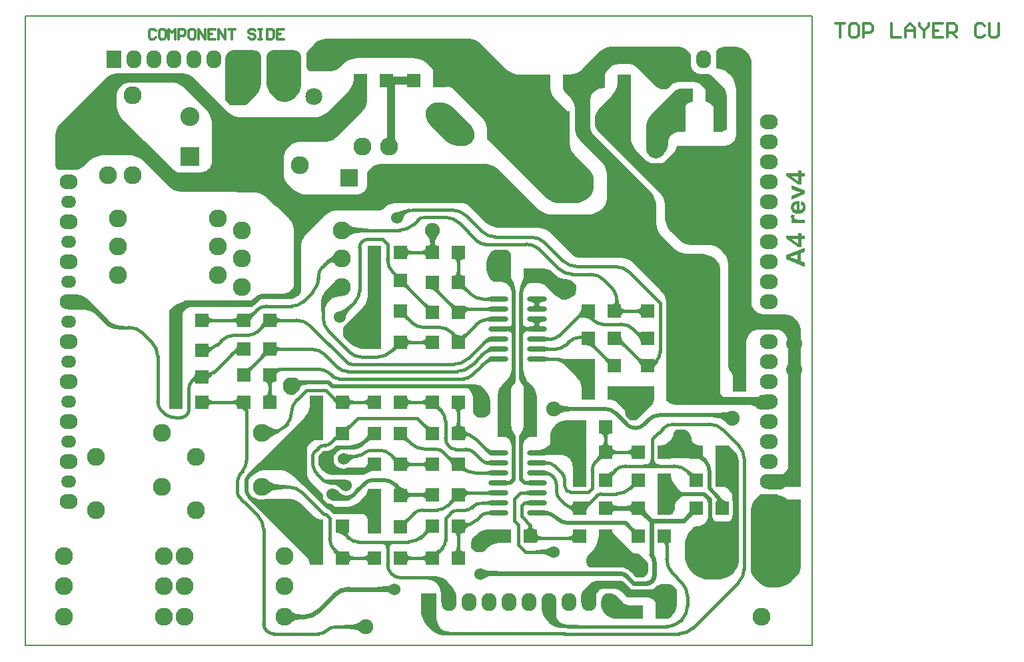
<source format=gtl>
G04 Layer_Physical_Order=1*
G04 Layer_Color=255*
%FSLAX25Y25*%
%MOIN*%
G70*
G01*
G75*
%ADD10C,0.02000*%
%ADD11C,0.01800*%
%ADD12C,0.02400*%
%ADD13R,0.06693X0.06693*%
%ADD14O,0.09842X0.02756*%
%ADD15R,0.06693X0.06693*%
%ADD16R,0.04200X0.07800*%
%ADD17R,0.22800X0.27165*%
%ADD18C,0.04000*%
%ADD19C,0.03700*%
%ADD20C,0.03000*%
%ADD21C,0.00800*%
%ADD22C,0.03200*%
%ADD23C,0.01200*%
%ADD24C,0.09000*%
%ADD25R,0.09000X0.09000*%
%ADD26C,0.11000*%
%ADD27C,0.08500*%
%ADD28C,0.08000*%
%ADD29O,0.07500X0.10000*%
%ADD30R,0.07500X0.10000*%
%ADD31R,0.09000X0.07500*%
%ADD32O,0.09000X0.07500*%
%ADD33C,0.09500*%
%ADD34R,0.09500X0.09500*%
%ADD35O,0.07500X0.09000*%
%ADD36R,0.07500X0.09000*%
%ADD37O,0.07500X0.06000*%
%ADD38C,0.07500*%
%ADD39C,0.06000*%
G36*
X672208Y506114D02*
X673087Y505751D01*
X673878Y505222D01*
X674214Y504886D01*
X674214Y504886D01*
X674300Y504800D01*
Y473941D01*
Y473908D01*
X674287Y473842D01*
X674261Y473780D01*
X674224Y473724D01*
X674200Y473700D01*
X674176Y473676D01*
X674120Y473639D01*
X674058Y473613D01*
X673992Y473600D01*
X667600D01*
Y483296D01*
X667572Y483865D01*
X667350Y484981D01*
X666915Y486032D01*
X666283Y486978D01*
X665900Y487400D01*
X665478Y487782D01*
X664532Y488415D01*
X663481Y488850D01*
X662365Y489072D01*
X661796Y489100D01*
X656020D01*
X655682Y489097D01*
X654604Y489027D01*
X654404Y488995D01*
X654231Y488956D01*
X654086Y488912D01*
X653968Y488863D01*
X653878Y488807D01*
Y489100D01*
X653216D01*
X653084Y489126D01*
X652959Y489178D01*
X652847Y489252D01*
X652800Y489300D01*
X652800Y489300D01*
X649300Y491300D01*
X649523D01*
X650393Y491343D01*
X652100Y491682D01*
X653708Y492348D01*
X655155Y493315D01*
X655800Y493900D01*
X655958Y494074D01*
X656218Y494463D01*
X656397Y494896D01*
X656489Y495356D01*
X656500Y495590D01*
Y498630D01*
Y499336D01*
X656776Y500722D01*
X657316Y502026D01*
X658101Y503201D01*
X658600Y503700D01*
X659218Y504318D01*
X660672Y505290D01*
X662288Y505959D01*
X664003Y506300D01*
X671276D01*
X672208Y506114D01*
D02*
G37*
G36*
X634650Y476157D02*
X634740Y476124D01*
X634856Y476095D01*
X634998Y476069D01*
X635360Y476031D01*
X635828Y476008D01*
X636400Y476000D01*
Y474000D01*
X636101Y473998D01*
X634998Y473931D01*
X634856Y473905D01*
X634740Y473876D01*
X634650Y473843D01*
X634587Y473807D01*
Y476193D01*
X634650Y476157D01*
D02*
G37*
G36*
X699383Y473167D02*
X699277Y473238D01*
X699144Y473266D01*
X698987Y473249D01*
X698804Y473188D01*
X698595Y473083D01*
X698361Y472934D01*
X698102Y472740D01*
X697817Y472502D01*
X697170Y471894D01*
X695898Y473167D01*
X696224Y473502D01*
X696744Y474098D01*
X696938Y474357D01*
X697087Y474591D01*
X697192Y474800D01*
X697253Y474983D01*
X697270Y475140D01*
X697242Y475273D01*
X697170Y475379D01*
X699383Y473167D01*
D02*
G37*
G36*
X543149Y477265D02*
X543483Y477042D01*
X543854Y476888D01*
X544248Y476810D01*
X544449Y476800D01*
X554200D01*
Y476149D01*
X554210Y475948D01*
X554288Y475554D01*
X554442Y475183D01*
X554665Y474849D01*
X554800Y474700D01*
X551900Y471900D01*
X551551Y472249D01*
X551502Y472294D01*
X550898Y472898D01*
X550815Y472953D01*
X550752Y473001D01*
X550661Y473098D01*
X550579Y473134D01*
X549921Y473639D01*
X548753Y474123D01*
X547500Y474288D01*
X547306Y474262D01*
X547286Y474266D01*
X546600Y474300D01*
X546481D01*
X546248Y474346D01*
X546028Y474437D01*
X545830Y474570D01*
X545746Y474653D01*
X545747D01*
X543000Y477400D01*
X543149Y477265D01*
D02*
G37*
G36*
X580687Y473752D02*
X581121Y473391D01*
X581562Y473073D01*
X582009Y472797D01*
X582463Y472564D01*
X582923Y472373D01*
X583390Y472224D01*
X583863Y472118D01*
X584343Y472055D01*
X584830Y472034D01*
X578163D01*
X578414Y472046D01*
X578612Y472085D01*
X578756Y472149D01*
X578847Y472239D01*
X578884Y472355D01*
X578867Y472496D01*
X578798Y472663D01*
X578675Y472856D01*
X578498Y473074D01*
X578268Y473318D01*
X580259Y474155D01*
X580687Y473752D01*
D02*
G37*
G36*
X645413Y473807D02*
X645350Y473843D01*
X645260Y473876D01*
X645145Y473905D01*
X645002Y473931D01*
X644640Y473969D01*
X644172Y473992D01*
X643600Y474000D01*
Y476000D01*
X643899Y476002D01*
X645002Y476069D01*
X645145Y476095D01*
X645260Y476124D01*
X645350Y476157D01*
X645413Y476193D01*
Y473807D01*
D02*
G37*
G36*
X688602Y479834D02*
X688130Y479336D01*
X687734Y478864D01*
X687415Y478418D01*
X687172Y477998D01*
X687005Y477603D01*
X686915Y477234D01*
X686901Y476891D01*
X686964Y476573D01*
X687102Y476281D01*
X687318Y476015D01*
X683511Y479821D01*
X683777Y479606D01*
X684069Y479467D01*
X684387Y479405D01*
X684730Y479419D01*
X685099Y479509D01*
X685494Y479676D01*
X685914Y479919D01*
X686360Y480238D01*
X686832Y480634D01*
X687329Y481106D01*
X688602Y479834D01*
D02*
G37*
G36*
X613514Y484315D02*
X613312Y484070D01*
X613213Y483814D01*
X613216Y483546D01*
X613322Y483268D01*
X613530Y482979D01*
X613840Y482678D01*
X614253Y482366D01*
X614768Y482044D01*
X615385Y481710D01*
X614291Y480237D01*
X613512Y480613D01*
X612092Y481177D01*
X611452Y481365D01*
X610857Y481490D01*
X610309Y481553D01*
X609807Y481553D01*
X609351Y481491D01*
X608942Y481366D01*
X608579Y481179D01*
X613818Y484549D01*
X613514Y484315D01*
D02*
G37*
G36*
X626122Y478807D02*
X626032Y478862D01*
X625914Y478912D01*
X625769Y478956D01*
X625596Y478995D01*
X625396Y479027D01*
X624912Y479074D01*
X624318Y479097D01*
X623980Y479100D01*
Y480900D01*
X624318Y480903D01*
X625396Y480973D01*
X625596Y481005D01*
X625769Y481044D01*
X625914Y481088D01*
X626032Y481138D01*
X626122Y481193D01*
Y478807D01*
D02*
G37*
G36*
X726507Y480779D02*
X727364Y480061D01*
X727598Y479911D01*
X727807Y479804D01*
X727989Y479742D01*
X728146Y479724D01*
X728278Y479751D01*
X728383Y479821D01*
X726183Y477621D01*
X726253Y477726D01*
X726280Y477858D01*
X726262Y478015D01*
X726200Y478197D01*
X726093Y478406D01*
X725943Y478640D01*
X725748Y478900D01*
X725509Y479185D01*
X724898Y479834D01*
X726170Y481106D01*
X726507Y480779D01*
D02*
G37*
G36*
X654288Y480979D02*
X654410Y480951D01*
X655019Y480773D01*
X655991Y480457D01*
X655899Y478525D01*
X655606Y478617D01*
X655058Y478748D01*
X654804Y478788D01*
X654562Y478811D01*
X654333Y478816D01*
X654117Y478805D01*
X653914Y478777D01*
X653723Y478732D01*
X653546Y478669D01*
X654163Y480974D01*
X654164Y480991D01*
X654206Y480993D01*
X654288Y480979D01*
D02*
G37*
G36*
X742159Y467262D02*
X742411Y466960D01*
X742687Y466694D01*
X742987Y466463D01*
X743310Y466268D01*
X743658Y466108D01*
X744029Y465983D01*
X744423Y465894D01*
X744842Y465840D01*
X745284Y465822D01*
X739163Y465834D01*
X739402Y465849D01*
X739597Y465897D01*
X739745Y465977D01*
X739848Y466088D01*
X739905Y466231D01*
X739916Y466406D01*
X739881Y466613D01*
X739801Y466852D01*
X739675Y467122D01*
X739503Y467425D01*
X741930Y467598D01*
X742159Y467262D01*
D02*
G37*
G36*
X550622Y470578D02*
X550777Y470377D01*
X551115Y470117D01*
X551177Y470060D01*
X551265Y470002D01*
X551779Y469607D01*
X551980Y469524D01*
X552082Y469456D01*
X553088Y469039D01*
X554156Y468827D01*
X554700Y468800D01*
X555055Y468817D01*
X555751Y468956D01*
X556407Y469228D01*
X556997Y469622D01*
X557261Y469861D01*
X558300Y470900D01*
Y468766D01*
Y468631D01*
X558248Y468367D01*
X558145Y468119D01*
X557995Y467895D01*
X557900Y467800D01*
X557472Y467372D01*
X556465Y466699D01*
X555347Y466236D01*
X554160Y466000D01*
X547862D01*
X547335Y466105D01*
X546838Y466311D01*
X546390Y466610D01*
X546200Y466800D01*
X549600Y471600D01*
X550622Y470578D01*
D02*
G37*
G36*
X610879Y465679D02*
X610618Y465900D01*
X610331Y466043D01*
X610017Y466109D01*
X609676Y466097D01*
X609308Y466008D01*
X608912Y465840D01*
X608490Y465595D01*
X608040Y465273D01*
X607564Y464872D01*
X607060Y464394D01*
X605890Y465769D01*
X606356Y466260D01*
X606747Y466727D01*
X607063Y467170D01*
X607304Y467588D01*
X607470Y467982D01*
X607561Y468352D01*
X607577Y468697D01*
X607518Y469018D01*
X607384Y469315D01*
X607175Y469587D01*
X610879Y465679D01*
D02*
G37*
G36*
X645413Y463807D02*
X645326Y463863D01*
X645215Y463912D01*
X645081Y463956D01*
X644924Y463995D01*
X644744Y464027D01*
X644315Y464074D01*
X643795Y464097D01*
X643500Y464100D01*
Y465900D01*
X643795Y465903D01*
X644744Y465973D01*
X644924Y466006D01*
X645081Y466044D01*
X645215Y466088D01*
X645326Y466138D01*
X645413Y466193D01*
Y463807D01*
D02*
G37*
G36*
X667683Y459782D02*
X667665Y460132D01*
X667612Y460454D01*
X667523Y460749D01*
X667400Y461016D01*
X667241Y461256D01*
X667047Y461468D01*
X666817Y461652D01*
X666552Y461809D01*
X666252Y461939D01*
X665917Y462041D01*
X665945Y463959D01*
X666275Y463895D01*
X666571Y463875D01*
X666831Y463901D01*
X667057Y463971D01*
X667248Y464086D01*
X667405Y464246D01*
X667526Y464451D01*
X667613Y464700D01*
X667665Y464995D01*
X667683Y465334D01*
Y459782D01*
D02*
G37*
G36*
X584838Y471620D02*
X584898Y471280D01*
X584999Y470980D01*
X585139Y470720D01*
X585321Y470500D01*
X585542Y470320D01*
X585803Y470180D01*
X586105Y470080D01*
X586447Y470020D01*
X586830Y470000D01*
Y468000D01*
X586447Y467980D01*
X586105Y467920D01*
X585803Y467820D01*
X585542Y467680D01*
X585321Y467500D01*
X585139Y467280D01*
X584999Y467020D01*
X584898Y466720D01*
X584838Y466380D01*
X584818Y466000D01*
Y472000D01*
X584838Y471620D01*
D02*
G37*
G36*
X645413Y468807D02*
X645323Y468862D01*
X645205Y468912D01*
X645060Y468956D01*
X644887Y468995D01*
X644687Y469027D01*
X644203Y469074D01*
X643609Y469097D01*
X643271Y469100D01*
Y470900D01*
X643609Y470903D01*
X644687Y470973D01*
X644887Y471005D01*
X645060Y471044D01*
X645205Y471088D01*
X645323Y471138D01*
X645413Y471193D01*
Y468807D01*
D02*
G37*
G36*
X515684Y475764D02*
X516316Y475373D01*
X517059Y475028D01*
X517912Y474728D01*
X518876Y474475D01*
X519951Y474268D01*
X521137Y474107D01*
X523840Y473923D01*
X525358Y473900D01*
Y472100D01*
X523840Y472077D01*
X521137Y471893D01*
X519951Y471732D01*
X518876Y471525D01*
X517912Y471272D01*
X517059Y470972D01*
X516316Y470627D01*
X515684Y470236D01*
X515162Y469799D01*
Y476201D01*
X515684Y475764D01*
D02*
G37*
G36*
X626122Y468807D02*
X626032Y468862D01*
X625914Y468912D01*
X625769Y468956D01*
X625596Y468995D01*
X625396Y469027D01*
X624912Y469074D01*
X624318Y469097D01*
X623980Y469100D01*
Y470900D01*
X624318Y470903D01*
X625396Y470973D01*
X625596Y471005D01*
X625769Y471044D01*
X625914Y471088D01*
X626032Y471138D01*
X626122Y471193D01*
Y468807D01*
D02*
G37*
G36*
X594182Y466000D02*
X594162Y466380D01*
X594102Y466720D01*
X594001Y467020D01*
X593861Y467280D01*
X593680Y467500D01*
X593458Y467680D01*
X593197Y467820D01*
X592895Y467920D01*
X592553Y467980D01*
X592170Y468000D01*
Y470000D01*
X592553Y470020D01*
X592895Y470080D01*
X593197Y470180D01*
X593458Y470320D01*
X593680Y470500D01*
X593861Y470720D01*
X594001Y470980D01*
X594102Y471280D01*
X594162Y471620D01*
X594182Y472000D01*
Y466000D01*
D02*
G37*
G36*
X613847Y472061D02*
X613902Y471817D01*
X613991Y471602D01*
X614117Y471416D01*
X614280Y471258D01*
X614477Y471129D01*
X614712Y471029D01*
X614982Y470957D01*
X615287Y470914D01*
X615629Y470900D01*
Y469100D01*
X615286Y469082D01*
X614979Y469028D01*
X614707Y468938D01*
X614472Y468812D01*
X614273Y468650D01*
X614110Y468452D01*
X613982Y468218D01*
X613891Y467948D01*
X613836Y467642D01*
X613818Y467300D01*
X613830Y472333D01*
X613847Y472061D01*
D02*
G37*
G36*
X584836Y486658D02*
X584890Y486352D01*
X584981Y486082D01*
X585107Y485848D01*
X585271Y485650D01*
X585470Y485488D01*
X585705Y485362D01*
X585977Y485272D01*
X586285Y485218D01*
X586629Y485200D01*
Y483400D01*
X586285Y483382D01*
X585977Y483328D01*
X585705Y483238D01*
X585470Y483112D01*
X585271Y482950D01*
X585107Y482752D01*
X584981Y482518D01*
X584890Y482248D01*
X584836Y481942D01*
X584818Y481600D01*
Y487000D01*
X584836Y486658D01*
D02*
G37*
G36*
X584613Y500118D02*
X584473Y499825D01*
X584410Y499507D01*
X584422Y499163D01*
X584511Y498794D01*
X584677Y498399D01*
X584919Y497979D01*
X585237Y497534D01*
X585631Y497063D01*
X586102Y496566D01*
X584830Y495294D01*
X584333Y495765D01*
X583862Y496159D01*
X583417Y496477D01*
X582997Y496719D01*
X582602Y496885D01*
X582233Y496974D01*
X581889Y496987D01*
X581571Y496923D01*
X581278Y496783D01*
X581011Y496566D01*
X584830Y500385D01*
X584613Y500118D01*
D02*
G37*
G36*
X542800Y512167D02*
X542837D01*
X542800Y512161D01*
Y503239D01*
X542837Y503233D01*
X542800D01*
Y502777D01*
Y501903D01*
X542459Y500188D01*
X541790Y498572D01*
X540818Y497118D01*
X540764Y497064D01*
X541262Y496566D01*
X540905Y496855D01*
X540668Y496968D01*
X540200Y496500D01*
X539656Y496473D01*
X538588Y496261D01*
X537582Y495844D01*
X536677Y495240D01*
X536274Y494874D01*
X535800Y494400D01*
X535553Y494127D01*
X535144Y493515D01*
X534862Y492835D01*
X534718Y492112D01*
X534700Y491744D01*
Y479800D01*
X534728Y479232D01*
X534949Y478118D01*
X535384Y477069D01*
X536015Y476124D01*
X536397Y475703D01*
X536397D01*
X541739Y470361D01*
X541992Y470108D01*
X542388Y469515D01*
X542661Y468856D01*
X542800Y468157D01*
Y467800D01*
X542810Y467587D01*
X542894Y467169D01*
X543057Y466776D01*
X543293Y466422D01*
X543436Y466264D01*
X543436D01*
X544400Y465300D01*
X544574Y465142D01*
X544963Y464882D01*
X545396Y464703D01*
X545856Y464611D01*
X546090Y464600D01*
X546172D01*
X546632Y464409D01*
X546810Y464374D01*
X546977Y464305D01*
X547296Y464242D01*
X547485Y464115D01*
X547636Y463964D01*
X547636D01*
X548000Y463600D01*
X548124Y463487D01*
X548402Y463302D01*
X548712Y463173D01*
X549040Y463108D01*
X549207Y463100D01*
X554258D01*
X555238Y463148D01*
X557161Y463531D01*
X558972Y464281D01*
X560602Y465370D01*
X561329Y466029D01*
X561329D01*
X563544Y468244D01*
X563894Y468631D01*
X564473Y469496D01*
X564871Y470458D01*
X565074Y471479D01*
X565100Y472000D01*
X571592D01*
X571658Y471987D01*
X571720Y471961D01*
X571776Y471924D01*
X571800Y471900D01*
Y465367D01*
X571837D01*
X571800Y465361D01*
Y456439D01*
X571837Y456433D01*
X571800D01*
Y449800D01*
X565541D01*
X565508Y449798D01*
X565442Y449785D01*
X565380Y449760D01*
X565325Y449722D01*
X565300Y449700D01*
Y449700D01*
X565300D01*
X565300Y449700D01*
Y455561D01*
X565279Y455997D01*
X565192Y456433D01*
X565170D01*
X565191Y456437D01*
X565109Y456850D01*
X564776Y457654D01*
X564292Y458377D01*
X564000Y458700D01*
X564000Y458700D01*
X563752Y458925D01*
X563195Y459297D01*
X562577Y459553D01*
X561920Y459684D01*
X561586Y459700D01*
X549209D01*
X548286Y459884D01*
X547416Y460244D01*
X546633Y460767D01*
X546300Y461100D01*
X545666Y461734D01*
X545525Y461862D01*
X545210Y462072D01*
X544861Y462217D01*
X544489Y462291D01*
X544300Y462300D01*
X533141Y473459D01*
X533106Y473490D01*
X533028Y473543D01*
X532940Y473579D01*
X532847Y473598D01*
X532800Y473600D01*
X527929Y478471D01*
X527202Y479130D01*
X525572Y480219D01*
X523761Y480969D01*
X521838Y481352D01*
X520858Y481400D01*
X514042D01*
X513062Y481352D01*
X511139Y480969D01*
X509328Y480219D01*
X507698Y479130D01*
X506971Y478471D01*
Y478471D01*
X506148Y477648D01*
X505958Y477438D01*
X505642Y476966D01*
X505425Y476441D01*
X505314Y475884D01*
X505300Y475600D01*
Y477310D01*
X505289Y477544D01*
X505197Y478004D01*
X505018Y478437D01*
X504757Y478826D01*
X504600Y479000D01*
X504600Y479000D01*
X533271Y507671D01*
X533930Y508398D01*
X535019Y510028D01*
X535769Y511839D01*
X536152Y513762D01*
X536200Y514742D01*
Y515700D01*
X542800Y515900D01*
Y512167D01*
D02*
G37*
G36*
X638400Y494000D02*
D01*
X638400Y494000D01*
X638400Y494000D01*
D02*
G37*
G36*
X638695Y535705D02*
X638845Y535481D01*
X638947Y535233D01*
X639000Y534969D01*
Y534834D01*
Y526107D01*
Y525939D01*
X638934Y525609D01*
X638806Y525299D01*
X638619Y525019D01*
X638500Y524900D01*
X638140Y524503D01*
X637545Y523612D01*
X637135Y522623D01*
X636926Y521573D01*
X636900Y521037D01*
Y503828D01*
X636933Y503159D01*
X637194Y501846D01*
X637706Y500609D01*
X638450Y499497D01*
X638900Y499000D01*
X638840Y498997D01*
X638723Y498974D01*
X638613Y498928D01*
X638513Y498862D01*
X638469Y498821D01*
X638076Y498428D01*
Y494783D01*
X638081Y494674D01*
X638123Y494462D01*
X638206Y494261D01*
X638327Y494080D01*
X638400Y494000D01*
X637100Y492800D01*
X637069Y493439D01*
X636819Y494692D01*
X636330Y495873D01*
X635620Y496935D01*
X635191Y497409D01*
X635100Y497500D01*
X634926Y497657D01*
X634537Y497918D01*
X634104Y498097D01*
X633644Y498188D01*
X633410Y498200D01*
X630100D01*
Y517858D01*
Y518843D01*
X630484Y520775D01*
X631238Y522595D01*
X632333Y524232D01*
X633029Y524929D01*
Y524929D01*
X634700Y526600D01*
X635240Y527196D01*
X636132Y528531D01*
X636747Y530016D01*
X637060Y531591D01*
X637100Y532394D01*
Y533600D01*
Y533766D01*
X637165Y534093D01*
X637292Y534401D01*
X637477Y534677D01*
X637595Y534795D01*
X638600Y535800D01*
X638695Y535705D01*
D02*
G37*
G36*
X684914Y495289D02*
X684968Y494981D01*
X685058Y494709D01*
X685184Y494474D01*
X685346Y494275D01*
X685544Y494111D01*
X685778Y493985D01*
X686048Y493894D01*
X686354Y493840D01*
X686696Y493821D01*
X681296D01*
X681638Y493840D01*
X681944Y493894D01*
X682214Y493985D01*
X682448Y494111D01*
X682646Y494275D01*
X682808Y494474D01*
X682934Y494709D01*
X683024Y494981D01*
X683078Y495289D01*
X683096Y495634D01*
X684896D01*
X684914Y495289D01*
D02*
G37*
G36*
X551950Y496579D02*
X551746Y496855D01*
X551502Y497042D01*
X551218Y497139D01*
X550896Y497146D01*
X550533Y497062D01*
X550132Y496889D01*
X549691Y496625D01*
X549211Y496272D01*
X548691Y495828D01*
X548132Y495294D01*
X547890Y497598D01*
X548300Y498033D01*
X548648Y498457D01*
X548933Y498869D01*
X549155Y499269D01*
X549315Y499656D01*
X549412Y500032D01*
X549447Y500396D01*
X549419Y500748D01*
X549328Y501088D01*
X549175Y501416D01*
X551950Y496579D01*
D02*
G37*
G36*
X613835Y502172D02*
X613888Y501844D01*
X613975Y501543D01*
X614098Y501268D01*
X614256Y501020D01*
X614448Y500800D01*
X614676Y500605D01*
X614939Y500438D01*
X615236Y500298D01*
X615569Y500184D01*
X615543Y498264D01*
X615215Y498339D01*
X614922Y498368D01*
X614663Y498350D01*
X614439Y498285D01*
X614249Y498174D01*
X614094Y498016D01*
X613973Y497812D01*
X613886Y497561D01*
X613835Y497263D01*
X613818Y496919D01*
Y502528D01*
X613835Y502172D01*
D02*
G37*
G36*
X594668Y504034D02*
X595140Y503638D01*
X595586Y503319D01*
X596006Y503076D01*
X596401Y502909D01*
X596770Y502819D01*
X597113Y502805D01*
X597431Y502868D01*
X597723Y503006D01*
X597989Y503222D01*
X594182Y499415D01*
X594398Y499681D01*
X594536Y499973D01*
X594599Y500291D01*
X594585Y500634D01*
X594495Y501003D01*
X594328Y501398D01*
X594085Y501818D01*
X593766Y502264D01*
X593370Y502736D01*
X592898Y503233D01*
X594171Y504506D01*
X594668Y504034D01*
D02*
G37*
G36*
X642900Y531777D02*
X642943Y530907D01*
X643282Y529200D01*
X643948Y527592D01*
X644915Y526146D01*
X645500Y525500D01*
X646971Y524029D01*
X646971Y524029D01*
X647668Y523333D01*
X648762Y521695D01*
X649516Y519875D01*
X649900Y517943D01*
Y516958D01*
Y498683D01*
Y498616D01*
X649874Y498484D01*
X649822Y498359D01*
X649748Y498247D01*
X649700Y498200D01*
X647238Y498200D01*
X646803Y498179D01*
X645950Y498009D01*
X645146Y497676D01*
X644423Y497192D01*
X644100Y496900D01*
X643808Y496577D01*
X643324Y495854D01*
X642991Y495050D01*
X642821Y494197D01*
X642800Y493761D01*
Y493700D01*
X641000Y496000D01*
Y498900D01*
X641000D01*
X641472Y499421D01*
X642253Y500590D01*
X642791Y501889D01*
X643066Y503267D01*
X643100Y503970D01*
Y522144D01*
X643082Y522512D01*
X642938Y523235D01*
X642657Y523915D01*
X642247Y524527D01*
X642000Y524800D01*
X642000Y524800D01*
X641738Y525062D01*
X641327Y525677D01*
X641044Y526360D01*
X640900Y527086D01*
Y527456D01*
Y528275D01*
X640910Y528380D01*
X640900D01*
Y532500D01*
X641022Y532622D01*
X641207Y532807D01*
X641642Y533098D01*
X642125Y533298D01*
X642638Y533400D01*
X642900D01*
Y531777D01*
D02*
G37*
G36*
X515157Y503398D02*
X516819Y502603D01*
X517556Y502317D01*
X518231Y502105D01*
X518844Y501967D01*
X519395Y501903D01*
X519884Y501914D01*
X520310Y501999D01*
X520675Y502158D01*
X520744Y500159D01*
X519922Y499760D01*
X516236Y497676D01*
X515829Y497379D01*
X515193Y496830D01*
X514233Y503907D01*
X515157Y503398D01*
D02*
G37*
G36*
X686354Y499649D02*
X686048Y499594D01*
X685778Y499505D01*
X685544Y499378D01*
X685346Y499217D01*
X685184Y499018D01*
X685058Y498784D01*
X684968Y498515D01*
X684914Y498209D01*
X684896Y497866D01*
X683096D01*
X683078Y498209D01*
X683024Y498515D01*
X682934Y498784D01*
X682808Y499018D01*
X682646Y499217D01*
X682448Y499378D01*
X682214Y499505D01*
X681944Y499594D01*
X681638Y499649D01*
X681296Y499667D01*
X686696D01*
X686354Y499649D01*
D02*
G37*
G36*
X578660Y488434D02*
X579132Y488038D01*
X579578Y487719D01*
X579998Y487476D01*
X580393Y487309D01*
X580762Y487219D01*
X581105Y487205D01*
X581423Y487267D01*
X581715Y487406D01*
X581981Y487621D01*
X578175Y483815D01*
X578390Y484081D01*
X578529Y484373D01*
X578591Y484691D01*
X578577Y485034D01*
X578487Y485403D01*
X578320Y485798D01*
X578077Y486218D01*
X577758Y486664D01*
X577362Y487136D01*
X576890Y487634D01*
X578163Y488906D01*
X578660Y488434D01*
D02*
G37*
G36*
X724586Y501414D02*
X724800Y501200D01*
X725939Y500061D01*
X726192Y499808D01*
X726588Y499215D01*
X726861Y498556D01*
X727000Y497857D01*
Y497500D01*
Y497190D01*
X727011Y496956D01*
X727103Y496496D01*
X727282Y496063D01*
X727542Y495674D01*
X727700Y495500D01*
X728122Y495118D01*
X729068Y494485D01*
X730119Y494050D01*
X731235Y493828D01*
X731804Y493800D01*
X732700D01*
Y490357D01*
X732837Y490494D01*
X732700Y490315D01*
Y489221D01*
X732713Y489184D01*
X732887Y488837D01*
X733128Y488462D01*
X733436Y488058D01*
X733811Y487627D01*
X734252Y487167D01*
X732837Y485752D01*
X732377Y486193D01*
X731542Y486875D01*
X731167Y487117D01*
X730820Y487291D01*
X730794Y487300D01*
X729683D01*
X729510Y487167D01*
X729643Y487300D01*
X726170D01*
Y487167D01*
X726159Y487300D01*
X716841D01*
X716829Y487167D01*
Y487300D01*
X714600D01*
X710200Y493800D01*
X711113D01*
X711749Y493831D01*
X712996Y494079D01*
X714171Y494566D01*
X715228Y495272D01*
X715700Y495700D01*
X715700D01*
X716869Y496869D01*
X717123Y497150D01*
X717544Y497779D01*
X717834Y498479D01*
X717981Y499221D01*
X718000Y499600D01*
Y499743D01*
X718056Y500023D01*
X718165Y500286D01*
X718323Y500523D01*
X718424Y500624D01*
X719000Y501200D01*
X719214Y501414D01*
X719682Y501727D01*
X724118D01*
X724586Y501414D01*
D02*
G37*
G36*
X707000Y487900D02*
X707166D01*
X707493Y487835D01*
X707800Y487708D01*
X708077Y487523D01*
X708195Y487405D01*
X708200Y487400D01*
X708216Y487069D01*
X708346Y486419D01*
X708599Y485807D01*
X708967Y485256D01*
X709190Y485010D01*
X709200Y485000D01*
X709349Y484865D01*
X709683Y484642D01*
X710054Y484488D01*
X710448Y484410D01*
X710648Y484400D01*
X711000D01*
X711024Y484376D01*
X711061Y484320D01*
X711087Y484258D01*
X711100Y484192D01*
Y484159D01*
Y483200D01*
X703424D01*
X703324Y483195D01*
X703127Y483156D01*
X702941Y483079D01*
X702774Y482968D01*
X702700Y482900D01*
X702768Y482974D01*
X702879Y483141D01*
X702956Y483327D01*
X702995Y483524D01*
X703000Y483624D01*
Y484400D01*
X704352D01*
X704552Y484410D01*
X704946Y484488D01*
X705317Y484642D01*
X705651Y484865D01*
X705800Y485000D01*
X705980Y485199D01*
X706278Y485644D01*
X706482Y486138D01*
X706587Y486664D01*
X706600Y486931D01*
Y488000D01*
X707000Y487900D01*
D02*
G37*
G36*
X594182Y481600D02*
X594164Y481942D01*
X594110Y482248D01*
X594019Y482518D01*
X593893Y482752D01*
X593729Y482950D01*
X593530Y483112D01*
X593295Y483238D01*
X593023Y483328D01*
X592715Y483382D01*
X592371Y483400D01*
Y485200D01*
X592715Y485218D01*
X593023Y485272D01*
X593295Y485362D01*
X593530Y485488D01*
X593729Y485650D01*
X593893Y485848D01*
X594019Y486082D01*
X594110Y486352D01*
X594164Y486658D01*
X594182Y487000D01*
Y481600D01*
D02*
G37*
G36*
X606132Y488553D02*
X606959Y487836D01*
X607048Y487788D01*
X607112Y487771D01*
X607150Y487786D01*
X607163Y487833D01*
X607175Y482428D01*
X607161Y482923D01*
X607121Y483393D01*
X607057Y483838D01*
X606966Y484258D01*
X606851Y484652D01*
X606709Y485021D01*
X606543Y485365D01*
X606351Y485684D01*
X606133Y485978D01*
X605890Y486246D01*
Y488792D01*
X606132Y488553D01*
D02*
G37*
G36*
X554142Y489801D02*
X556005Y489197D01*
X559273Y488442D01*
X555759Y485822D01*
X553753Y489904D01*
X554142Y489801D01*
D02*
G37*
G36*
X697183Y487800D02*
X697164Y488142D01*
X697110Y488448D01*
X697019Y488718D01*
X696893Y488952D01*
X696730Y489150D01*
X696530Y489312D01*
X696295Y489438D01*
X696023Y489528D01*
X695715Y489582D01*
X695370Y489600D01*
Y491400D01*
X695715Y491418D01*
X696023Y491472D01*
X696295Y491562D01*
X696530Y491688D01*
X696730Y491850D01*
X696893Y492048D01*
X697019Y492282D01*
X697110Y492552D01*
X697164Y492858D01*
X697183Y493200D01*
Y487800D01*
D02*
G37*
G36*
X625759Y491888D02*
X626288Y491614D01*
X626799Y491393D01*
X627295Y491227D01*
X627774Y491115D01*
X628236Y491057D01*
X628682Y491053D01*
X629111Y491103D01*
X629524Y491208D01*
X629920Y491366D01*
X625618Y489311D01*
X625547Y489458D01*
X625453Y489608D01*
X625337Y489763D01*
X625199Y489921D01*
X625039Y490082D01*
X624856Y490248D01*
X624424Y490589D01*
X624174Y490766D01*
X623902Y490946D01*
X625214Y492216D01*
X625759Y491888D01*
D02*
G37*
G36*
X687336Y492858D02*
X687390Y492552D01*
X687481Y492282D01*
X687607Y492048D01*
X687771Y491850D01*
X687970Y491688D01*
X688205Y491562D01*
X688477Y491472D01*
X688785Y491418D01*
X689129Y491400D01*
Y489600D01*
X688785Y489582D01*
X688477Y489528D01*
X688205Y489438D01*
X687970Y489312D01*
X687771Y489150D01*
X687607Y488952D01*
X687481Y488718D01*
X687390Y488448D01*
X687336Y488142D01*
X687318Y487800D01*
Y493200D01*
X687336Y492858D01*
D02*
G37*
G36*
X626122Y483807D02*
X626048Y483850D01*
X625929Y483899D01*
X625764Y483956D01*
X624998Y484168D01*
X623343Y484548D01*
X624024Y486214D01*
X624302Y486160D01*
X624836Y486096D01*
X625091Y486086D01*
X625338Y486091D01*
X625577Y486110D01*
X625808Y486143D01*
X626032Y486191D01*
X626247Y486254D01*
X626454Y486331D01*
X626122Y483807D01*
D02*
G37*
G36*
X684481Y487167D02*
X684214Y487383D01*
X683921Y487523D01*
X683603Y487587D01*
X683259Y487574D01*
X682890Y487485D01*
X682495Y487319D01*
X682075Y487077D01*
X681630Y486759D01*
X681159Y486365D01*
X680663Y485894D01*
X679390Y487167D01*
X679861Y487663D01*
X680255Y488134D01*
X680574Y488579D01*
X680815Y488999D01*
X680981Y489394D01*
X681070Y489763D01*
X681083Y490107D01*
X681019Y490425D01*
X680879Y490718D01*
X680663Y490985D01*
X684481Y487167D01*
D02*
G37*
G36*
X626122Y463807D02*
X626032Y463863D01*
X625914Y463912D01*
X625769Y463956D01*
X625596Y463995D01*
X625396Y464027D01*
X624912Y464074D01*
X624318Y464097D01*
X623980Y464100D01*
Y465900D01*
X624318Y465903D01*
X625396Y465973D01*
X625596Y466006D01*
X625769Y466044D01*
X625914Y466088D01*
X626032Y466138D01*
X626122Y466193D01*
Y463807D01*
D02*
G37*
G36*
X771496Y468785D02*
X772987Y468167D01*
X774329Y467271D01*
X774900Y466700D01*
X781700D01*
Y433187D01*
Y432548D01*
X781451Y431295D01*
X780962Y430114D01*
X780252Y429052D01*
X779800Y428600D01*
X779800D01*
X777029Y425829D01*
X776333Y425133D01*
X774695Y424038D01*
X772875Y423284D01*
X770943Y422900D01*
X765434D01*
X764128Y423160D01*
X762898Y423669D01*
X761791Y424409D01*
X761320Y424880D01*
X761320Y424880D01*
X758900Y427300D01*
X758353Y427847D01*
X757494Y429133D01*
X756902Y430562D01*
X756600Y432079D01*
Y432853D01*
Y460358D01*
Y461343D01*
X756984Y463275D01*
X757738Y465095D01*
X758833Y466733D01*
X759529Y467429D01*
Y467429D01*
X761200Y469100D01*
X769913D01*
X771496Y468785D01*
D02*
G37*
G36*
X623765Y431543D02*
X624070Y431418D01*
X624476Y431309D01*
X624982Y431213D01*
X625589Y431133D01*
X627103Y431016D01*
X630126Y430950D01*
X630346Y428550D01*
X629269Y428539D01*
X625872Y428272D01*
X625251Y428149D01*
X624721Y428004D01*
X624282Y427837D01*
X623934Y427648D01*
X623677Y427436D01*
X623559Y431682D01*
X623765Y431543D01*
D02*
G37*
G36*
X576280Y419777D02*
X576047Y419953D01*
X575719Y420110D01*
X575295Y420248D01*
X574776Y420368D01*
X574161Y420469D01*
X572644Y420617D01*
X570744Y420691D01*
X569651Y420700D01*
Y423100D01*
X570744Y423109D01*
X574161Y423331D01*
X574776Y423432D01*
X575295Y423552D01*
X575719Y423691D01*
X576047Y423847D01*
X576280Y424023D01*
Y419777D01*
D02*
G37*
G36*
X691773Y425803D02*
X692704Y425417D01*
X693543Y424857D01*
X693900Y424500D01*
X695981Y422419D01*
X696209Y422212D01*
X696721Y421871D01*
X697289Y421635D01*
X697892Y421515D01*
X698200Y421500D01*
X706003D01*
X706404Y421520D01*
X707192Y421676D01*
X707934Y421984D01*
X708602Y422430D01*
X708900Y422700D01*
X708900D01*
X709227Y423027D01*
X709530Y423330D01*
X710242Y423805D01*
X711032Y424133D01*
X711872Y424300D01*
X716214D01*
X716940Y424156D01*
X717623Y423873D01*
X718238Y423461D01*
X718500Y423200D01*
X718809Y422891D01*
X719295Y422164D01*
X719629Y421356D01*
X719800Y420499D01*
Y420061D01*
Y415142D01*
Y414157D01*
X719416Y412225D01*
X718662Y410405D01*
X717567Y408768D01*
X716871Y408071D01*
X716871D01*
X716400Y407600D01*
X716305Y407505D01*
X716081Y407355D01*
X715833Y407253D01*
X715569Y407200D01*
X711500D01*
X711450Y407245D01*
X711339Y407319D01*
X711215Y407371D01*
X711084Y407397D01*
X711017Y407400D01*
X709200D01*
Y414227D01*
X709185Y414528D01*
X709068Y415119D01*
X708837Y415676D01*
X708502Y416177D01*
X708300Y416400D01*
X707977Y416692D01*
X707254Y417176D01*
X706450Y417509D01*
X705597Y417679D01*
X705162Y417700D01*
X695655D01*
X695193Y417792D01*
X694758Y417972D01*
X694366Y418234D01*
X694200Y418400D01*
X692014Y420586D01*
X691663Y420904D01*
X690876Y421430D01*
X690002Y421792D01*
X689073Y421977D01*
X688600Y422000D01*
X682773D01*
X682472Y421985D01*
X681881Y421868D01*
X681324Y421637D01*
X680823Y421303D01*
X680600Y421100D01*
X680330Y420802D01*
X679884Y420134D01*
X679576Y419392D01*
X679420Y418605D01*
X679400Y418203D01*
Y414900D01*
X671900Y415000D01*
Y417937D01*
Y418475D01*
X672110Y419531D01*
X672522Y420525D01*
X673119Y421419D01*
X673500Y421800D01*
X673500D01*
X676074Y424374D01*
X676460Y424760D01*
X677370Y425368D01*
X678380Y425787D01*
X679453Y426000D01*
X690783D01*
X691773Y425803D01*
D02*
G37*
G36*
X600875Y428116D02*
X602695Y427362D01*
X604332Y426267D01*
X605029Y425571D01*
X605029Y425571D01*
X606471Y424129D01*
X607167Y423432D01*
X608262Y421795D01*
X609016Y419975D01*
X609400Y418043D01*
Y417058D01*
X609400Y414800D01*
X609262Y414925D01*
X608954Y415131D01*
X608611Y415273D01*
X608247Y415345D01*
X608062Y415354D01*
X605669D01*
X601900Y415200D01*
Y418358D01*
X601852Y419338D01*
X601469Y421261D01*
X600719Y423072D01*
X599630Y424702D01*
X598971Y425429D01*
X598971Y425429D01*
X598300Y426100D01*
X597853Y426505D01*
X596851Y427174D01*
X595738Y427635D01*
X594557Y427870D01*
X593954Y427900D01*
X591100D01*
Y428259D01*
X591098Y428292D01*
X591085Y428358D01*
X591060Y428419D01*
X591022Y428475D01*
X591000Y428500D01*
X598943D01*
X600875Y428116D01*
D02*
G37*
G36*
X687317Y451445D02*
X687456Y450749D01*
X687728Y450093D01*
X688122Y449503D01*
X688361Y449239D01*
X696657Y440943D01*
X696657D01*
X696990Y440641D01*
X697738Y440142D01*
X698568Y439797D01*
X699450Y439622D01*
X699900Y439600D01*
X700138D01*
X700604Y439507D01*
X701044Y439325D01*
X701439Y439061D01*
X701607Y438893D01*
X704539Y435961D01*
X704539Y435961D01*
X704791Y435708D01*
X705188Y435115D01*
X705461Y434456D01*
X705474Y434389D01*
Y430976D01*
X705416Y430686D01*
X705056Y429816D01*
X704533Y429033D01*
X704200Y428700D01*
X703849Y428348D01*
Y428348D01*
X703647Y428147D01*
X703172Y427830D01*
X703033Y427772D01*
X699525D01*
X699409Y427820D01*
X698130Y429100D01*
X698061Y429190D01*
X697970Y429259D01*
X696865Y430365D01*
X696875Y430374D01*
X696872Y430376D01*
X695625Y431400D01*
X694199Y432162D01*
X692652Y432631D01*
X691044Y432790D01*
Y432776D01*
X676190D01*
X675958Y432872D01*
X675566Y433134D01*
X675400Y433300D01*
X675400Y433300D01*
X675186Y433514D01*
X674850Y434017D01*
X674618Y434577D01*
X674500Y435170D01*
Y435473D01*
Y436703D01*
Y437083D01*
X674648Y437828D01*
X674939Y438529D01*
X675360Y439160D01*
X675629Y439429D01*
X677671Y441471D01*
X677671D01*
X678330Y442198D01*
X679419Y443828D01*
X680169Y445639D01*
X680552Y447562D01*
X680600Y448542D01*
Y451800D01*
X687300D01*
X687317Y451445D01*
D02*
G37*
G36*
X584836Y439858D02*
X584890Y439552D01*
X584981Y439282D01*
X585107Y439048D01*
X585271Y438850D01*
X585470Y438688D01*
X585705Y438562D01*
X585977Y438472D01*
X586285Y438418D01*
X586629Y438400D01*
Y436600D01*
X586285Y436582D01*
X585977Y436528D01*
X585705Y436438D01*
X585470Y436312D01*
X585271Y436150D01*
X585107Y435952D01*
X584981Y435718D01*
X584890Y435448D01*
X584836Y435142D01*
X584818Y434800D01*
Y440200D01*
X584836Y439858D01*
D02*
G37*
G36*
X594182Y434800D02*
X594164Y435142D01*
X594110Y435448D01*
X594019Y435718D01*
X593893Y435952D01*
X593729Y436150D01*
X593530Y436312D01*
X593295Y436438D01*
X593023Y436528D01*
X592715Y436582D01*
X592371Y436600D01*
Y438400D01*
X592715Y438418D01*
X593023Y438472D01*
X593295Y438562D01*
X593530Y438688D01*
X593729Y438850D01*
X593893Y439048D01*
X594019Y439282D01*
X594110Y439552D01*
X594164Y439858D01*
X594182Y440200D01*
Y434800D01*
D02*
G37*
G36*
X565182D02*
X565164Y435142D01*
X565110Y435448D01*
X565019Y435718D01*
X564893Y435952D01*
X564729Y436150D01*
X564530Y436312D01*
X564295Y436438D01*
X564023Y436528D01*
X563715Y436582D01*
X563371Y436600D01*
Y438400D01*
X563715Y438418D01*
X564023Y438472D01*
X564295Y438562D01*
X564530Y438688D01*
X564729Y438850D01*
X564893Y439048D01*
X565019Y439282D01*
X565110Y439552D01*
X565164Y439858D01*
X565182Y440200D01*
Y434800D01*
D02*
G37*
G36*
X506446Y468705D02*
X507670Y467887D01*
X509031Y467323D01*
X509389Y467252D01*
X509577Y467151D01*
X510765Y466791D01*
X512000Y466670D01*
X513235Y466791D01*
X513924Y467000D01*
X526275D01*
X528187Y466620D01*
X529989Y465873D01*
X531610Y464790D01*
X532299Y464101D01*
X537903Y458497D01*
Y458497D01*
X538324Y458115D01*
X539269Y457484D01*
X540318Y457050D01*
X541432Y456828D01*
X542000Y456800D01*
X542006Y456682D01*
X542052Y456450D01*
X542142Y456231D01*
X542274Y456034D01*
X542353Y455946D01*
X542500Y455800D01*
X542571Y455729D01*
X542683Y455561D01*
X542761Y455374D01*
X542800Y455177D01*
Y455076D01*
Y434200D01*
X536100D01*
X536073Y434744D01*
X535861Y435812D01*
X535444Y436818D01*
X534840Y437723D01*
X534474Y438126D01*
X512250Y460350D01*
X512008Y460633D01*
X511997Y460622D01*
Y460622D01*
X506266Y466353D01*
X506106Y466593D01*
X505969Y466921D01*
X505900Y467271D01*
Y467449D01*
Y469200D01*
X506446Y468705D01*
D02*
G37*
G36*
X555836Y439858D02*
X555890Y439552D01*
X555981Y439282D01*
X556107Y439048D01*
X556271Y438850D01*
X556470Y438688D01*
X556705Y438562D01*
X556977Y438472D01*
X557285Y438418D01*
X557629Y438400D01*
Y436600D01*
X557285Y436582D01*
X556977Y436528D01*
X556705Y436438D01*
X556470Y436312D01*
X556271Y436150D01*
X556107Y435952D01*
X555981Y435718D01*
X555890Y435448D01*
X555836Y435142D01*
X555818Y434800D01*
Y440200D01*
X555836Y439858D01*
D02*
G37*
G36*
X780985Y611620D02*
X781059D01*
X781117Y611634D01*
X781278Y611649D01*
X781454Y611678D01*
X781673Y611737D01*
X781878Y611810D01*
X782083Y611912D01*
X782274Y612059D01*
X782288Y612073D01*
X782347Y612132D01*
X782420Y612220D01*
X782493Y612352D01*
X782581Y612498D01*
X782654Y612688D01*
X782713Y612893D01*
X782727Y613113D01*
Y613127D01*
Y613186D01*
X782713Y613274D01*
X782698Y613376D01*
X782669Y613479D01*
X782625Y613611D01*
X782566Y613728D01*
X782493Y613845D01*
X782479Y613859D01*
X782449Y613889D01*
X782391Y613947D01*
X782303Y614006D01*
X782200Y614079D01*
X782069Y614167D01*
X781922Y614240D01*
X781732Y614299D01*
X782039Y616129D01*
X782054D01*
X782083Y616114D01*
X782142Y616085D01*
X782200Y616055D01*
X782288Y616026D01*
X782391Y615968D01*
X782610Y615850D01*
X782859Y615689D01*
X783108Y615499D01*
X783357Y615265D01*
X783577Y615001D01*
Y614987D01*
X783606Y614972D01*
X783621Y614928D01*
X783664Y614869D01*
X783694Y614796D01*
X783738Y614694D01*
X783840Y614474D01*
X783943Y614196D01*
X784016Y613874D01*
X784074Y613508D01*
X784104Y613098D01*
Y613084D01*
Y613025D01*
X784089Y612922D01*
Y612805D01*
X784060Y612644D01*
X784045Y612483D01*
X784001Y612293D01*
X783957Y612088D01*
X783899Y611868D01*
X783811Y611649D01*
X783723Y611414D01*
X783606Y611195D01*
X783474Y610975D01*
X783313Y610770D01*
X783123Y610580D01*
X782918Y610404D01*
X782903D01*
X782874Y610375D01*
X782815Y610346D01*
X782742Y610302D01*
X782654Y610243D01*
X782537Y610185D01*
X782405Y610126D01*
X782259Y610068D01*
X782098Y610009D01*
X781908Y609950D01*
X781717Y609892D01*
X781498Y609833D01*
X781029Y609760D01*
X780780Y609746D01*
X780517Y609731D01*
X780356D01*
X780224Y609746D01*
X780092Y609760D01*
X779917Y609775D01*
X779726Y609804D01*
X779536Y609848D01*
X779097Y609950D01*
X778877Y610024D01*
X778643Y610112D01*
X778423Y610214D01*
X778204Y610331D01*
X777999Y610463D01*
X777808Y610624D01*
X777794Y610639D01*
X777765Y610668D01*
X777721Y610712D01*
X777647Y610785D01*
X777574Y610873D01*
X777486Y610990D01*
X777398Y611107D01*
X777311Y611253D01*
X777223Y611414D01*
X777120Y611576D01*
X777047Y611766D01*
X776974Y611971D01*
X776901Y612190D01*
X776857Y612410D01*
X776828Y612659D01*
X776813Y612908D01*
Y612922D01*
Y612981D01*
Y613054D01*
X776828Y613171D01*
X776842Y613303D01*
X776871Y613449D01*
X776901Y613625D01*
X776945Y613801D01*
X777003Y613991D01*
X777062Y614196D01*
X777150Y614401D01*
X777252Y614606D01*
X777369Y614811D01*
X777516Y615001D01*
X777662Y615192D01*
X777852Y615367D01*
X777867Y615382D01*
X777896Y615411D01*
X777955Y615455D01*
X778043Y615514D01*
X778160Y615572D01*
X778292Y615646D01*
X778438Y615733D01*
X778628Y615806D01*
X778833Y615894D01*
X779068Y615968D01*
X779331Y616041D01*
X779609Y616114D01*
X779917Y616158D01*
X780239Y616202D01*
X780605Y616231D01*
X780985D01*
Y611620D01*
D02*
G37*
G36*
X783928Y621311D02*
Y619657D01*
X776959Y616846D01*
Y618778D01*
X780517Y620096D01*
X781717Y620477D01*
X781703D01*
X781644Y620506D01*
X781571Y620521D01*
X781468Y620550D01*
X781278Y620623D01*
X781190Y620652D01*
X781117Y620667D01*
X781102D01*
X781073Y620682D01*
X781015Y620696D01*
X780927Y620725D01*
X780736Y620784D01*
X780517Y620857D01*
X776959Y622190D01*
Y624078D01*
X783928Y621311D01*
D02*
G37*
G36*
X778775Y608911D02*
X778760Y608896D01*
X778731Y608838D01*
X778672Y608735D01*
X778614Y608633D01*
X778570Y608487D01*
X778511Y608340D01*
X778482Y608194D01*
X778467Y608033D01*
Y608018D01*
Y607974D01*
X778482Y607901D01*
X778497Y607813D01*
X778526Y607711D01*
X778555Y607593D01*
X778614Y607476D01*
X778687Y607374D01*
X778701Y607359D01*
X778731Y607330D01*
X778789Y607286D01*
X778862Y607228D01*
X778965Y607154D01*
X779111Y607081D01*
X779272Y607008D01*
X779463Y606949D01*
X779492D01*
X779521Y606935D01*
X779580Y606920D01*
X779638D01*
X779726Y606905D01*
X779843Y606891D01*
X779960Y606876D01*
X780107Y606861D01*
X780268Y606847D01*
X780458Y606832D01*
X780678D01*
X780912Y606817D01*
X781176Y606803D01*
X783928D01*
Y604958D01*
X776959D01*
Y606671D01*
X777940D01*
X777926Y606686D01*
X777838Y606744D01*
X777721Y606832D01*
X777574Y606935D01*
X777413Y607052D01*
X777267Y607184D01*
X777135Y607330D01*
X777033Y607462D01*
X777018Y607476D01*
X777003Y607520D01*
X776959Y607593D01*
X776915Y607696D01*
X776886Y607813D01*
X776842Y607945D01*
X776828Y608091D01*
X776813Y608252D01*
Y608267D01*
Y608282D01*
Y608355D01*
X776828Y608487D01*
X776857Y608647D01*
X776901Y608823D01*
X776959Y609043D01*
X777047Y609262D01*
X777164Y609482D01*
X778775Y608911D01*
D02*
G37*
G36*
X783928Y590728D02*
X781747Y589908D01*
Y586029D01*
X783928Y585238D01*
Y583189D01*
X774309Y586922D01*
Y588971D01*
X783928Y592836D01*
Y590728D01*
D02*
G37*
G36*
X781995Y598853D02*
X783928D01*
Y597067D01*
X781995D01*
Y593129D01*
X780400D01*
X774280Y597301D01*
Y598853D01*
X780385D01*
Y600039D01*
X781995D01*
Y598853D01*
D02*
G37*
G36*
Y630212D02*
X783928D01*
Y628426D01*
X781995D01*
Y624488D01*
X780400D01*
X774280Y628660D01*
Y630212D01*
X780385D01*
Y631398D01*
X781995D01*
Y630212D01*
D02*
G37*
G36*
X527375Y410398D02*
X527716Y410147D01*
X528138Y409925D01*
X528640Y409732D01*
X529224Y409570D01*
X529889Y409437D01*
X530635Y409333D01*
X532369Y409215D01*
X533358Y409200D01*
Y406800D01*
X532369Y406785D01*
X530635Y406667D01*
X529889Y406563D01*
X529224Y406430D01*
X528640Y406268D01*
X528138Y406075D01*
X527716Y405854D01*
X527375Y405602D01*
X527116Y405321D01*
Y410679D01*
X527375Y410398D01*
D02*
G37*
G36*
X687472Y419540D02*
X688702Y419031D01*
X689809Y418291D01*
X690280Y417820D01*
X692900Y415200D01*
X693248Y414885D01*
X694027Y414364D01*
X694892Y414006D01*
X695811Y413823D01*
X696280Y413800D01*
X699800D01*
Y413800D01*
X699687Y413676D01*
X699502Y413398D01*
X699373Y413088D01*
X699308Y412760D01*
X699300Y412593D01*
Y407200D01*
X688572D01*
X687120Y407489D01*
X685753Y408055D01*
X684523Y408877D01*
X684000Y409400D01*
X683501Y409899D01*
X682716Y411074D01*
X682175Y412379D01*
X681900Y413764D01*
Y414470D01*
Y415700D01*
X685500Y419800D01*
X686166D01*
X687472Y419540D01*
D02*
G37*
G36*
X659300Y414800D02*
Y409280D01*
X659323Y408811D01*
X659506Y407892D01*
X659864Y407027D01*
X660385Y406248D01*
X660700Y405900D01*
X661172Y405473D01*
X662229Y404766D01*
X663404Y404279D01*
X664651Y404031D01*
X665287Y404000D01*
X670600D01*
Y404000D01*
X670196Y403596D01*
X669245Y402961D01*
X668189Y402523D01*
X667067Y402300D01*
X663632D01*
X663455Y402323D01*
X661740D01*
X659925Y402684D01*
X658105Y403438D01*
X656467Y404532D01*
X655771Y405229D01*
X654700Y406300D01*
X654058Y406942D01*
X653049Y408452D01*
X652354Y410129D01*
X652000Y411910D01*
Y412818D01*
Y415400D01*
X659300Y414800D01*
D02*
G37*
G36*
X599300Y419400D02*
Y408418D01*
X599344Y407515D01*
X599697Y405742D01*
X600388Y404073D01*
X601393Y402570D01*
X602000Y401900D01*
X602348Y401585D01*
X603127Y401064D01*
X603992Y400706D01*
X604911Y400523D01*
X605380Y400500D01*
X606400D01*
X606493Y400407D01*
X606661Y400239D01*
X606925Y399844D01*
X607107Y399404D01*
X607200Y398938D01*
Y398700D01*
X602603D01*
X600888Y399041D01*
X599272Y399710D01*
X597818Y400682D01*
X597200Y401300D01*
X594829Y403671D01*
X594133Y404367D01*
X593038Y406005D01*
X592284Y407825D01*
X591900Y409757D01*
Y410742D01*
Y419700D01*
X599300Y419400D01*
D02*
G37*
G36*
X561350Y400347D02*
X560949Y400680D01*
X560449Y400978D01*
X559849Y401241D01*
X559149Y401469D01*
X558350Y401662D01*
X557451Y401820D01*
X555354Y402030D01*
X554157Y402082D01*
X552860Y402100D01*
Y403900D01*
X554157Y403918D01*
X557451Y404180D01*
X558350Y404338D01*
X559149Y404531D01*
X559849Y404759D01*
X560449Y405022D01*
X560949Y405320D01*
X561350Y405653D01*
Y400347D01*
D02*
G37*
G36*
X549547Y441736D02*
X550240Y441156D01*
X550547Y440946D01*
X550829Y440791D01*
X551086Y440690D01*
X551316Y440642D01*
X551521Y440648D01*
X551700Y440708D01*
X551854Y440822D01*
X549175Y438142D01*
X549288Y438296D01*
X549348Y438475D01*
X549354Y438680D01*
X549307Y438910D01*
X549205Y439167D01*
X549050Y439449D01*
X548840Y439756D01*
X548577Y440090D01*
X548260Y440449D01*
X547890Y440834D01*
X549163Y442106D01*
X549547Y441736D01*
D02*
G37*
G36*
X747871Y491829D02*
X747871Y491829D01*
X748567Y491132D01*
X749662Y489495D01*
X750416Y487675D01*
X750727Y486111D01*
Y438487D01*
X750715Y438458D01*
X750702Y438392D01*
X750700Y438359D01*
Y436194D01*
Y435387D01*
X750385Y433804D01*
X749767Y432313D01*
X748871Y430971D01*
X748300Y430400D01*
X747729Y429829D01*
X747729D01*
X747032Y429133D01*
X745395Y428038D01*
X743575Y427284D01*
X741643Y426900D01*
X734157D01*
X732225Y427284D01*
X730405Y428038D01*
X728767Y429133D01*
X728071Y429829D01*
X726829Y431071D01*
X726132Y431768D01*
X725038Y433405D01*
X724284Y435225D01*
X723900Y437157D01*
Y438142D01*
Y444458D01*
Y445443D01*
X724284Y447375D01*
X725038Y449195D01*
X726132Y450833D01*
X726829Y451529D01*
X727598Y452298D01*
Y452298D01*
X727884Y452584D01*
X728556Y453033D01*
X729303Y453342D01*
X730096Y453500D01*
X730500D01*
X730926Y453521D01*
X731761Y453687D01*
X732549Y454013D01*
X733257Y454486D01*
X733573Y454773D01*
X734100Y455300D01*
X734100D01*
X734370Y455598D01*
X734816Y456266D01*
X735124Y457008D01*
X735280Y457795D01*
X735300Y458197D01*
Y464503D01*
X735280Y464904D01*
X735124Y465692D01*
X734816Y466434D01*
X734370Y467102D01*
X734100Y467400D01*
X733852Y467625D01*
X733295Y467997D01*
X732677Y468253D01*
X732020Y468384D01*
X731686Y468400D01*
X723231D01*
X722964Y468387D01*
X722438Y468282D01*
X721944Y468078D01*
X721499Y467780D01*
X721300Y467600D01*
X719861Y466161D01*
Y466161D01*
X719622Y465897D01*
X719228Y465307D01*
X718956Y464651D01*
X718817Y463955D01*
X718800Y463600D01*
Y463121D01*
Y462617D01*
X718603Y461627D01*
X718217Y460696D01*
X717657Y459857D01*
X717300Y459500D01*
X717229Y459429D01*
X717061Y459317D01*
X716875Y459239D01*
X716677Y459200D01*
X710900D01*
X710900Y459200D01*
X710710Y459390D01*
X710411Y459838D01*
X710205Y460335D01*
X710100Y460862D01*
Y461131D01*
Y476800D01*
X716800Y479700D01*
X716847Y478754D01*
X717216Y476897D01*
X717940Y475148D01*
X718992Y473574D01*
X719628Y472872D01*
X721100Y471400D01*
X721100Y471400D01*
X721348Y471175D01*
X721905Y470803D01*
X722523Y470547D01*
X723180Y470416D01*
X723514Y470400D01*
X732552D01*
X733438Y470224D01*
X734273Y469878D01*
X734872Y469478D01*
X736563Y467786D01*
X736873Y467323D01*
X737156Y466640D01*
X737300Y465914D01*
Y465544D01*
Y459100D01*
X737317Y458745D01*
X737456Y458049D01*
X737728Y457393D01*
X738122Y456803D01*
X738361Y456539D01*
X738700Y456200D01*
X738824Y456087D01*
X739102Y455902D01*
X739412Y455773D01*
X739740Y455708D01*
X739907Y455700D01*
X745252D01*
X745452Y455710D01*
X745846Y455788D01*
X746217Y455942D01*
X746551Y456165D01*
X746700Y456300D01*
X746722Y456322D01*
X746897Y456515D01*
X747186Y456948D01*
X747386Y457429D01*
X747487Y457940D01*
X747500Y458200D01*
Y458394D01*
X747538Y458451D01*
X747678Y459154D01*
Y465846D01*
X747538Y466549D01*
X747500Y466606D01*
Y467737D01*
X747474Y468273D01*
X747265Y469323D01*
X746855Y470312D01*
X746260Y471203D01*
X745900Y471600D01*
X745503Y471960D01*
X744612Y472555D01*
X743623Y472965D01*
X742573Y473174D01*
X742037Y473200D01*
X739400D01*
X739400Y473200D01*
X739352Y473247D01*
X739278Y473359D01*
X739226Y473484D01*
X739200Y473616D01*
Y473683D01*
Y493600D01*
X745417D01*
X745484Y493603D01*
X745615Y493629D01*
X745739Y493681D01*
X745850Y493755D01*
X745900Y493800D01*
X747871Y491829D01*
D02*
G37*
G36*
X586102Y456433D02*
X585630Y455936D01*
X585234Y455464D01*
X584915Y455018D01*
X584672Y454598D01*
X584505Y454203D01*
X584415Y453834D01*
X584401Y453491D01*
X584464Y453173D01*
X584602Y452881D01*
X584818Y452615D01*
X581011Y456422D01*
X581277Y456206D01*
X581569Y456068D01*
X581887Y456005D01*
X582230Y456019D01*
X582599Y456109D01*
X582994Y456276D01*
X583414Y456519D01*
X583860Y456838D01*
X584332Y457234D01*
X584830Y457706D01*
X586102Y456433D01*
D02*
G37*
G36*
X647414Y453289D02*
X647468Y452981D01*
X647558Y452709D01*
X647684Y452474D01*
X647846Y452275D01*
X648044Y452111D01*
X648278Y451985D01*
X648548Y451894D01*
X648854Y451840D01*
X649196Y451822D01*
X643796D01*
X644138Y451840D01*
X644444Y451894D01*
X644714Y451985D01*
X644948Y452111D01*
X645146Y452275D01*
X645308Y452474D01*
X645434Y452709D01*
X645524Y452981D01*
X645578Y453289D01*
X645596Y453633D01*
X647396D01*
X647414Y453289D01*
D02*
G37*
G36*
X597989Y450167D02*
X597722Y450383D01*
X597429Y450523D01*
X597111Y450587D01*
X596767Y450574D01*
X596398Y450485D01*
X596003Y450319D01*
X595583Y450077D01*
X595138Y449759D01*
X594667Y449365D01*
X594171Y448894D01*
X592898Y450167D01*
X593369Y450663D01*
X593763Y451134D01*
X594081Y451579D01*
X594323Y451999D01*
X594489Y452394D01*
X594578Y452763D01*
X594591Y453107D01*
X594527Y453425D01*
X594387Y453718D01*
X594171Y453985D01*
X597989Y450167D01*
D02*
G37*
G36*
X613835Y456041D02*
X613887Y455744D01*
X613975Y455492D01*
X614097Y455285D01*
X614255Y455122D01*
X614447Y455005D01*
X614674Y454932D01*
X614936Y454905D01*
X615233Y454922D01*
X615566Y454984D01*
X615585Y453089D01*
X615249Y452989D01*
X614949Y452861D01*
X614684Y452706D01*
X614454Y452523D01*
X614259Y452311D01*
X614100Y452072D01*
X613977Y451804D01*
X613888Y451509D01*
X613835Y451186D01*
X613818Y450835D01*
Y456383D01*
X613835Y456041D01*
D02*
G37*
G36*
X703549Y463901D02*
X703362Y463511D01*
X703277Y463087D01*
X703294Y462629D01*
X703413Y462136D01*
X703634Y461610D01*
X703956Y461050D01*
X704381Y460456D01*
X704907Y459828D01*
X705535Y459166D01*
X703837Y457470D01*
X703176Y458097D01*
X702548Y458624D01*
X701954Y459048D01*
X701394Y459370D01*
X700868Y459591D01*
X700375Y459710D01*
X699917Y459727D01*
X699493Y459642D01*
X699103Y459455D01*
X698746Y459166D01*
X703837Y464258D01*
X703549Y463901D01*
D02*
G37*
G36*
X731262Y459166D02*
X730905Y459455D01*
X730515Y459642D01*
X730091Y459727D01*
X729633Y459710D01*
X729140Y459591D01*
X728614Y459370D01*
X728054Y459048D01*
X727460Y458624D01*
X726832Y458097D01*
X726170Y457470D01*
X724473Y459166D01*
X725101Y459828D01*
X725627Y460456D01*
X726052Y461050D01*
X726374Y461610D01*
X726595Y462136D01*
X726714Y462629D01*
X726730Y463087D01*
X726646Y463511D01*
X726459Y463901D01*
X726170Y464258D01*
X731262Y459166D01*
D02*
G37*
G36*
X675610Y463337D02*
X675367Y463069D01*
X675149Y462775D01*
X674957Y462456D01*
X674790Y462112D01*
X674649Y461743D01*
X674533Y461348D01*
X674443Y460929D01*
X674378Y460484D01*
X674339Y460014D01*
X674325Y459519D01*
X674337Y465834D01*
X675610Y465883D01*
Y463337D01*
D02*
G37*
G36*
X697170Y459166D02*
X697147Y459572D01*
X697075Y459935D01*
X696954Y460255D01*
X696786Y460532D01*
X696570Y460767D01*
X696307Y460959D01*
X695995Y461108D01*
X695635Y461215D01*
X695226Y461279D01*
X694770Y461300D01*
Y463700D01*
X695226Y463721D01*
X695635Y463785D01*
X695995Y463892D01*
X696307Y464041D01*
X696570Y464233D01*
X696786Y464468D01*
X696954Y464745D01*
X697075Y465065D01*
X697147Y465428D01*
X697170Y465834D01*
Y459166D01*
D02*
G37*
G36*
X653903Y461185D02*
X654696Y460981D01*
X656128Y460620D01*
X656043Y458545D01*
X655704Y458625D01*
X654807Y458775D01*
X654547Y458794D01*
X654307Y458799D01*
X654087Y458789D01*
X653887Y458764D01*
X653706Y458724D01*
X653546Y458669D01*
X653878Y461193D01*
X653903Y461185D01*
D02*
G37*
G36*
X687354Y465428D02*
X687426Y465065D01*
X687545Y464745D01*
X687713Y464468D01*
X687929Y464233D01*
X688194Y464041D01*
X688506Y463892D01*
X688866Y463785D01*
X689274Y463721D01*
X689729Y463700D01*
Y461300D01*
X689274Y461279D01*
X688866Y461215D01*
X688506Y461108D01*
X688194Y460959D01*
X687929Y460767D01*
X687713Y460532D01*
X687545Y460255D01*
X687426Y459935D01*
X687354Y459572D01*
X687329Y459166D01*
Y465834D01*
X687354Y465428D01*
D02*
G37*
G36*
X636600Y445200D02*
X631901D01*
X630931Y445152D01*
X629027Y444774D01*
X627234Y444031D01*
X625620Y442952D01*
X624900Y442300D01*
Y442300D01*
X623961Y441361D01*
X623708Y441108D01*
X623115Y440712D01*
X622456Y440439D01*
X621757Y440300D01*
X620401D01*
X619544Y440471D01*
X618736Y440805D01*
X618009Y441291D01*
X617700Y441600D01*
X617486Y441814D01*
X617150Y442317D01*
X616918Y442876D01*
X616800Y443470D01*
Y443773D01*
Y445186D01*
Y445522D01*
X616931Y446182D01*
X617189Y446803D01*
X617562Y447362D01*
X617800Y447600D01*
X617800D01*
X619071Y448871D01*
X619768Y449568D01*
X621405Y450662D01*
X623225Y451416D01*
X625157Y451800D01*
X635600D01*
X636600Y445200D01*
D02*
G37*
G36*
X716290Y445154D02*
X716121Y445116D01*
X715974Y445052D01*
X715851Y444964D01*
X715751Y444850D01*
X715674Y444710D01*
X715621Y444546D01*
X715591Y444356D01*
X715584Y444140D01*
X715600Y443900D01*
X713800D01*
X713763Y444140D01*
X713709Y444356D01*
X713636Y444546D01*
X713547Y444710D01*
X713439Y444850D01*
X713314Y444964D01*
X713171Y445052D01*
X713011Y445116D01*
X712833Y445154D01*
X712637Y445166D01*
X716483D01*
X716290Y445154D01*
D02*
G37*
G36*
X611414Y442289D02*
X611468Y441981D01*
X611558Y441709D01*
X611684Y441474D01*
X611846Y441274D01*
X612044Y441111D01*
X612278Y440984D01*
X612548Y440894D01*
X612854Y440840D01*
X613196Y440822D01*
X607796D01*
X608138Y440840D01*
X608444Y440894D01*
X608714Y440984D01*
X608948Y441111D01*
X609146Y441274D01*
X609308Y441474D01*
X609434Y441709D01*
X609524Y441981D01*
X609578Y442289D01*
X609596Y442633D01*
X611396D01*
X611414Y442289D01*
D02*
G37*
G36*
X655880Y438377D02*
X655592Y438610D01*
X655219Y438818D01*
X654759Y439001D01*
X654214Y439160D01*
X653582Y439294D01*
X652865Y439404D01*
X651173Y439551D01*
X649138Y439600D01*
Y441400D01*
X650199Y441412D01*
X652865Y441596D01*
X653582Y441706D01*
X654214Y441840D01*
X654759Y441999D01*
X655219Y442182D01*
X655592Y442390D01*
X655880Y442623D01*
Y438377D01*
D02*
G37*
G36*
X602110Y440834D02*
X601638Y440336D01*
X601242Y439864D01*
X600923Y439418D01*
X600680Y438998D01*
X600513Y438603D01*
X600423Y438234D01*
X600409Y437891D01*
X600471Y437573D01*
X600610Y437281D01*
X600825Y437015D01*
X597019Y440822D01*
X597285Y440606D01*
X597577Y440468D01*
X597895Y440405D01*
X598238Y440419D01*
X598607Y440509D01*
X599002Y440676D01*
X599422Y440919D01*
X599868Y441238D01*
X600340Y441634D01*
X600837Y442106D01*
X602110Y440834D01*
D02*
G37*
G36*
X576734Y445616D02*
X577129Y445453D01*
X577485Y445215D01*
X577636Y445064D01*
X577636D01*
X578100Y444600D01*
X577807D01*
X577640Y444592D01*
X577312Y444526D01*
X577002Y444398D01*
X576724Y444212D01*
X576600Y444100D01*
Y444100D01*
X576436Y443936D01*
X576293Y443778D01*
X576057Y443424D01*
X575893Y443031D01*
X575810Y442613D01*
X575800Y442400D01*
X575705Y442305D01*
X575481Y442155D01*
X575233Y442053D01*
X574969Y442000D01*
X574400D01*
X574100Y442200D01*
Y443034D01*
X574093Y443168D01*
X574041Y443431D01*
X573939Y443678D01*
X573790Y443901D01*
X573700Y444000D01*
X573551Y444135D01*
X573217Y444358D01*
X572846Y444512D01*
X572452Y444590D01*
X572252Y444600D01*
X571600D01*
X571862Y444862D01*
X572477Y445273D01*
X573160Y445556D01*
X573886Y445700D01*
X576314D01*
X576734Y445616D01*
D02*
G37*
G36*
X555578Y450155D02*
X555369Y450121D01*
X555203Y450064D01*
X555080Y449984D01*
X555001Y449881D01*
X554964Y449755D01*
X554971Y449606D01*
X555021Y449435D01*
X555114Y449240D01*
X555250Y449023D01*
X555248Y449023D01*
X553470Y448257D01*
X553083Y448620D01*
X552687Y448945D01*
X552280Y449231D01*
X551864Y449479D01*
X551439Y449689D01*
X551003Y449861D01*
X550557Y449995D01*
X550102Y450090D01*
X549637Y450147D01*
X549163Y450167D01*
X555829D01*
X555578Y450155D01*
D02*
G37*
G36*
X612854Y450148D02*
X612548Y450095D01*
X612278Y450004D01*
X612044Y449879D01*
X611846Y449717D01*
X611684Y449518D01*
X611558Y449285D01*
X611468Y449015D01*
X611414Y448708D01*
X611396Y448366D01*
X609596D01*
X609578Y448708D01*
X609524Y449015D01*
X609434Y449285D01*
X609308Y449518D01*
X609146Y449717D01*
X608948Y449879D01*
X608714Y450004D01*
X608444Y450095D01*
X608138Y450148D01*
X607796Y450167D01*
X613196D01*
X612854Y450148D01*
D02*
G37*
G36*
X697723Y452723D02*
X698247Y452284D01*
X698743Y451929D01*
X699210Y451659D01*
X699648Y451474D01*
X700058Y451374D01*
X700440Y451358D01*
X700793Y451428D01*
X701117Y451582D01*
X701413Y451822D01*
X697183Y447591D01*
X697422Y447887D01*
X697576Y448211D01*
X697646Y448564D01*
X697630Y448946D01*
X697530Y449356D01*
X697345Y449794D01*
X697075Y450261D01*
X696720Y450757D01*
X696281Y451281D01*
X695756Y451833D01*
X697170Y453248D01*
X697723Y452723D01*
D02*
G37*
G36*
X649836Y449858D02*
X649891Y449552D01*
X649982Y449282D01*
X650109Y449048D01*
X650273Y448850D01*
X650472Y448688D01*
X650707Y448562D01*
X650979Y448472D01*
X651286Y448418D01*
X651629Y448400D01*
Y446600D01*
X651288Y446586D01*
X650982Y446543D01*
X650711Y446471D01*
X650478Y446371D01*
X650280Y446242D01*
X650117Y446084D01*
X649992Y445898D01*
X649901Y445683D01*
X649848Y445439D01*
X649829Y445166D01*
X649818Y450200D01*
X649836Y449858D01*
D02*
G37*
G36*
X667670Y445166D02*
X667653Y445439D01*
X667598Y445683D01*
X667509Y445898D01*
X667382Y446084D01*
X667220Y446242D01*
X667023Y446371D01*
X666788Y446471D01*
X666518Y446543D01*
X666213Y446586D01*
X665871Y446600D01*
Y448400D01*
X666214Y448418D01*
X666521Y448472D01*
X666793Y448562D01*
X667028Y448688D01*
X667227Y448850D01*
X667390Y449048D01*
X667518Y449282D01*
X667609Y449552D01*
X667664Y449858D01*
X667683Y450200D01*
X667670Y445166D01*
D02*
G37*
G36*
X557903Y563630D02*
X557161Y562871D01*
X555406Y560856D01*
X554976Y560271D01*
X554625Y559730D01*
X554352Y559232D01*
X554156Y558777D01*
X554039Y558366D01*
X554000Y557998D01*
X550998Y561000D01*
X551366Y561039D01*
X551777Y561157D01*
X552232Y561352D01*
X552730Y561625D01*
X553271Y561976D01*
X553856Y562405D01*
X555156Y563498D01*
X556630Y564903D01*
X557903Y563630D01*
D02*
G37*
G36*
X691836Y563358D02*
X691890Y563052D01*
X691981Y562782D01*
X692107Y562548D01*
X692271Y562350D01*
X692470Y562188D01*
X692705Y562062D01*
X692977Y561972D01*
X693285Y561918D01*
X693630Y561900D01*
Y560100D01*
X693285Y560082D01*
X692977Y560028D01*
X692705Y559938D01*
X692470Y559812D01*
X692271Y559650D01*
X692107Y559452D01*
X691981Y559218D01*
X691890Y558948D01*
X691836Y558642D01*
X691818Y558300D01*
Y563700D01*
X691836Y563358D01*
D02*
G37*
G36*
X672170Y557666D02*
X670898Y557625D01*
Y560171D01*
X671141Y560439D01*
X671359Y560733D01*
X671551Y561052D01*
X671718Y561396D01*
X671859Y561765D01*
X671975Y562159D01*
X672065Y562579D01*
X672130Y563024D01*
X672169Y563494D01*
X672183Y563989D01*
X672170Y557666D01*
D02*
G37*
G36*
X678705Y557660D02*
X678599Y557641D01*
X678521Y557610D01*
X678470Y557566D01*
X678447Y557509D01*
X678450Y557440D01*
X678481Y557358D01*
X678539Y557263D01*
X678624Y557156D01*
X678736Y557036D01*
X676833Y556394D01*
X676566Y556636D01*
X676274Y556852D01*
X675957Y557043D01*
X675615Y557208D01*
X675247Y557348D01*
X674855Y557463D01*
X674437Y557552D01*
X673994Y557616D01*
X673527Y557654D01*
X673034Y557666D01*
X678837D01*
X678705Y557660D01*
D02*
G37*
G36*
X584613Y561243D02*
X584473Y560950D01*
X584410Y560632D01*
X584422Y560288D01*
X584511Y559919D01*
X584677Y559524D01*
X584919Y559104D01*
X585237Y558659D01*
X585631Y558188D01*
X586102Y557691D01*
X584830Y556419D01*
X584333Y556890D01*
X583862Y557284D01*
X583417Y557602D01*
X582997Y557844D01*
X582602Y558010D01*
X582233Y558099D01*
X581889Y558111D01*
X581571Y558048D01*
X581278Y557908D01*
X581011Y557691D01*
X584830Y561510D01*
X584613Y561243D01*
D02*
G37*
G36*
X701683Y558300D02*
X701664Y558642D01*
X701610Y558948D01*
X701519Y559218D01*
X701393Y559452D01*
X701229Y559650D01*
X701030Y559812D01*
X700795Y559938D01*
X700523Y560028D01*
X700215Y560082D01*
X699870Y560100D01*
Y561900D01*
X700215Y561918D01*
X700523Y561972D01*
X700795Y562062D01*
X701030Y562188D01*
X701229Y562350D01*
X701393Y562548D01*
X701519Y562782D01*
X701610Y563052D01*
X701664Y563358D01*
X701683Y563700D01*
Y558300D01*
D02*
G37*
G36*
X626122Y560807D02*
X626032Y560862D01*
X625914Y560912D01*
X625769Y560956D01*
X625596Y560994D01*
X625396Y561027D01*
X624912Y561074D01*
X624318Y561097D01*
X623980Y561100D01*
Y562900D01*
X624318Y562903D01*
X625396Y562973D01*
X625596Y563005D01*
X625769Y563044D01*
X625914Y563088D01*
X626032Y563137D01*
X626122Y563193D01*
Y560807D01*
D02*
G37*
G36*
X652266Y565614D02*
X651926Y565554D01*
X651626Y565453D01*
X651366Y565312D01*
X651146Y565131D01*
X650966Y564910D01*
X650826Y564648D01*
X650776Y564500D01*
X650826Y564352D01*
X650966Y564090D01*
X651146Y563869D01*
X651366Y563688D01*
X651626Y563547D01*
X651926Y563446D01*
X652266Y563386D01*
X652646Y563366D01*
X646646D01*
X647026Y563386D01*
X647366Y563446D01*
X647666Y563547D01*
X647926Y563688D01*
X648146Y563869D01*
X648326Y564090D01*
X648466Y564352D01*
X648515Y564500D01*
X648466Y564648D01*
X648326Y564910D01*
X648146Y565131D01*
X647926Y565312D01*
X647666Y565453D01*
X647366Y565554D01*
X647026Y565614D01*
X646646Y565634D01*
X652646D01*
X652266Y565614D01*
D02*
G37*
G36*
X607660Y564634D02*
X608132Y564238D01*
X608578Y563919D01*
X608998Y563676D01*
X609393Y563509D01*
X609762Y563419D01*
X610105Y563405D01*
X610423Y563468D01*
X610715Y563606D01*
X610981Y563822D01*
X607175Y560015D01*
X607390Y560281D01*
X607529Y560573D01*
X607591Y560891D01*
X607577Y561234D01*
X607487Y561603D01*
X607320Y561998D01*
X607077Y562418D01*
X606758Y562864D01*
X606362Y563336D01*
X605890Y563834D01*
X607163Y565106D01*
X607660Y564634D01*
D02*
G37*
G36*
X613847Y563656D02*
X613902Y563497D01*
X613991Y563357D01*
X614117Y563236D01*
X614280Y563133D01*
X614477Y563049D01*
X614712Y562984D01*
X614982Y562937D01*
X615287Y562909D01*
X615629Y562900D01*
Y561100D01*
X615286Y561082D01*
X614979Y561028D01*
X614707Y560938D01*
X614472Y560812D01*
X614273Y560650D01*
X614110Y560452D01*
X613983Y560218D01*
X613892Y559948D01*
X613836Y559642D01*
X613818Y559300D01*
X613830Y563834D01*
X613847Y563656D01*
D02*
G37*
G36*
X594668Y564634D02*
X595140Y564238D01*
X595586Y563919D01*
X596006Y563676D01*
X596401Y563509D01*
X596770Y563419D01*
X597113Y563405D01*
X597431Y563468D01*
X597723Y563606D01*
X597989Y563822D01*
X594182Y560015D01*
X594398Y560281D01*
X594536Y560573D01*
X594599Y560891D01*
X594585Y561234D01*
X594495Y561603D01*
X594328Y561998D01*
X594085Y562418D01*
X593766Y562864D01*
X593370Y563336D01*
X592898Y563834D01*
X594171Y565106D01*
X594668Y564634D01*
D02*
G37*
G36*
X421475Y568916D02*
X423295Y568162D01*
X424932Y567067D01*
X425629Y566371D01*
X425629Y566371D01*
X435471Y556529D01*
X436198Y555870D01*
X437828Y554781D01*
X439639Y554031D01*
X441562Y553648D01*
X442542Y553600D01*
X443100D01*
Y553552D01*
X443081Y553459D01*
X443045Y553371D01*
X442992Y553292D01*
X442959Y553259D01*
X442959D01*
X441800Y552100D01*
X438779D01*
X437262Y552402D01*
X435833Y552994D01*
X434547Y553853D01*
X434000Y554400D01*
X434000Y554400D01*
X429429Y558971D01*
X428702Y559630D01*
X427072Y560719D01*
X425261Y561469D01*
X423338Y561852D01*
X422358Y561900D01*
X415200D01*
Y569300D01*
X419543D01*
X421475Y568916D01*
D02*
G37*
G36*
X515985Y553179D02*
X515748Y553423D01*
X515480Y553585D01*
X515178Y553664D01*
X514845Y553660D01*
X514479Y553573D01*
X514081Y553403D01*
X513651Y553150D01*
X513189Y552814D01*
X512694Y552396D01*
X512167Y551894D01*
X511390Y553663D01*
X511832Y554130D01*
X512205Y554579D01*
X512508Y555009D01*
X512741Y555419D01*
X512904Y555810D01*
X512998Y556183D01*
X513022Y556536D01*
X512976Y556870D01*
X512860Y557185D01*
X512675Y557481D01*
X515985Y553179D01*
D02*
G37*
G36*
X642800Y555007D02*
X642808Y554840D01*
X642873Y554512D01*
X643002Y554202D01*
X643188Y553924D01*
X643300Y553800D01*
X643475Y553641D01*
X643868Y553379D01*
X644304Y553198D01*
X644767Y553106D01*
X645003Y553095D01*
X645105D01*
X645243Y553124D01*
X645346Y553157D01*
X645413Y553193D01*
Y553066D01*
X645598Y553030D01*
X645906Y552902D01*
X646183Y552717D01*
X646301Y552599D01*
X646400Y552500D01*
X645413Y551513D01*
Y550807D01*
X645346Y550843D01*
X645243Y550876D01*
X645105Y550905D01*
X644932Y550931D01*
X644707Y550950D01*
X644552Y550942D01*
X644246Y550881D01*
X643959Y550762D01*
X643700Y550590D01*
X643585Y550485D01*
X643254Y550153D01*
X643174Y550066D01*
X643043Y549869D01*
X642952Y549650D01*
X642906Y549418D01*
X642900Y549300D01*
X641500Y549200D01*
Y553876D01*
X641495Y553976D01*
X641456Y554173D01*
X641379Y554359D01*
X641267Y554526D01*
X641200Y554600D01*
X641264Y554664D01*
X641415Y554815D01*
X641771Y555053D01*
X642166Y555217D01*
X642586Y555300D01*
X642800D01*
Y555007D01*
D02*
G37*
G36*
X615102Y548834D02*
X614630Y548336D01*
X614234Y547864D01*
X613915Y547418D01*
X613672Y546998D01*
X613505Y546603D01*
X613415Y546234D01*
X613401Y545891D01*
X613463Y545573D01*
X613602Y545281D01*
X613818Y545015D01*
X610011Y548821D01*
X610277Y548606D01*
X610569Y548467D01*
X610887Y548405D01*
X611230Y548419D01*
X611599Y548509D01*
X611994Y548676D01*
X612246Y548822D01*
X607163Y548834D01*
X607159Y548881D01*
X607148Y548932D01*
X607129Y548985D01*
X607103Y549041D01*
X607070Y549099D01*
X607029Y549161D01*
X606981Y549225D01*
X606863Y549362D01*
X606792Y549435D01*
X608667Y550106D01*
X608934Y549863D01*
X609224Y549646D01*
X609538Y549453D01*
X609875Y549287D01*
X610234Y549146D01*
X610617Y549030D01*
X611023Y548939D01*
X611452Y548875D01*
X611904Y548835D01*
X612252Y548825D01*
X612414Y548919D01*
X612860Y549238D01*
X613332Y549634D01*
X613830Y550106D01*
X615102Y548834D01*
D02*
G37*
G36*
X637100Y548900D02*
Y549434D01*
X637093Y549568D01*
X637041Y549831D01*
X636939Y550078D01*
X636790Y550301D01*
X636700Y550400D01*
X636700Y550400D01*
X636575Y550514D01*
X636293Y550702D01*
X635981Y550831D01*
X635649Y550897D01*
X635480Y550905D01*
X634895D01*
X634757Y550876D01*
X634654Y550843D01*
X634587Y550807D01*
Y552144D01*
X634582Y552157D01*
X634292Y552590D01*
X634117Y552783D01*
X633600Y553300D01*
X635352D01*
X635552Y553310D01*
X635946Y553388D01*
X636317Y553542D01*
X636651Y553765D01*
X636800Y553900D01*
X636868Y553974D01*
X636979Y554141D01*
X637056Y554327D01*
X637095Y554524D01*
X637100Y554624D01*
Y556000D01*
X637800D01*
X637100Y548900D01*
D02*
G37*
G36*
X652266Y555614D02*
X651926Y555554D01*
X651626Y555453D01*
X651366Y555312D01*
X651146Y555131D01*
X650966Y554910D01*
X650826Y554648D01*
X650776Y554500D01*
X650826Y554352D01*
X650966Y554090D01*
X651146Y553869D01*
X651366Y553688D01*
X651626Y553547D01*
X651926Y553446D01*
X652266Y553386D01*
X652646Y553366D01*
X646646D01*
X647026Y553386D01*
X647366Y553446D01*
X647666Y553547D01*
X647926Y553688D01*
X648146Y553869D01*
X648326Y554090D01*
X648466Y554352D01*
X648515Y554500D01*
X648466Y554648D01*
X648326Y554910D01*
X648146Y555131D01*
X647926Y555312D01*
X647666Y555453D01*
X647366Y555554D01*
X647026Y555614D01*
X646646Y555634D01*
X652646D01*
X652266Y555614D01*
D02*
G37*
G36*
X507610Y558322D02*
X507367Y558053D01*
X507150Y557760D01*
X506957Y557441D01*
X506791Y557097D01*
X506649Y556728D01*
X506534Y556333D01*
X506443Y555914D01*
X506379Y555469D01*
X506339Y554999D01*
X506325Y554504D01*
X506337Y559833D01*
X506393Y559844D01*
X506465Y559875D01*
X506552Y559927D01*
X506656Y559999D01*
X506910Y560206D01*
X507228Y560495D01*
X507610Y560868D01*
Y558322D01*
D02*
G37*
G36*
X626454Y555669D02*
X626251Y555745D01*
X626038Y555808D01*
X625816Y555858D01*
X625585Y555895D01*
X625345Y555920D01*
X625095Y555931D01*
X624568Y555915D01*
X624291Y555887D01*
X624005Y555847D01*
X623989Y557686D01*
X624346Y557745D01*
X625951Y558107D01*
X626053Y558151D01*
X626122Y558193D01*
X626454Y555669D01*
D02*
G37*
G36*
X519336Y558858D02*
X519390Y558552D01*
X519481Y558282D01*
X519607Y558048D01*
X519770Y557850D01*
X519970Y557688D01*
X520205Y557562D01*
X520477Y557472D01*
X520785Y557418D01*
X521130Y557400D01*
Y555600D01*
X520785Y555582D01*
X520477Y555528D01*
X520205Y555438D01*
X519970Y555312D01*
X519770Y555150D01*
X519607Y554952D01*
X519481Y554718D01*
X519390Y554448D01*
X519336Y554142D01*
X519317Y553800D01*
Y559200D01*
X519336Y558858D01*
D02*
G37*
G36*
X485336D02*
X485390Y558552D01*
X485481Y558282D01*
X485607Y558048D01*
X485771Y557850D01*
X485970Y557688D01*
X486205Y557562D01*
X486477Y557472D01*
X486785Y557418D01*
X487129Y557400D01*
Y555600D01*
X486785Y555582D01*
X486477Y555528D01*
X486205Y555438D01*
X485970Y555312D01*
X485771Y555150D01*
X485607Y554952D01*
X485481Y554718D01*
X485390Y554448D01*
X485336Y554142D01*
X485318Y553800D01*
Y559200D01*
X485336Y558858D01*
D02*
G37*
G36*
X499683Y553800D02*
X499664Y554142D01*
X499610Y554448D01*
X499519Y554718D01*
X499393Y554952D01*
X499229Y555150D01*
X499030Y555312D01*
X498795Y555438D01*
X498523Y555528D01*
X498215Y555582D01*
X497870Y555600D01*
Y557400D01*
X498215Y557418D01*
X498523Y557472D01*
X498795Y557562D01*
X499030Y557688D01*
X499229Y557850D01*
X499393Y558048D01*
X499519Y558282D01*
X499610Y558552D01*
X499664Y558858D01*
X499683Y559200D01*
Y553800D01*
D02*
G37*
G36*
X690612Y565791D02*
X690649Y565485D01*
X690711Y565215D01*
X690797Y564981D01*
X690907Y564783D01*
X691043Y564621D01*
X691202Y564495D01*
X691387Y564405D01*
X691596Y564351D01*
X691829Y564333D01*
X687000Y564321D01*
X687342Y564340D01*
X687648Y564395D01*
X687918Y564486D01*
X688152Y564613D01*
X688350Y564777D01*
X688512Y564976D01*
X688638Y565211D01*
X688728Y565483D01*
X688782Y565790D01*
X688800Y566133D01*
X690600D01*
X690612Y565791D01*
D02*
G37*
G36*
X587275Y610722D02*
X586608Y610671D01*
X585981Y610544D01*
X585395Y610343D01*
X584848Y610067D01*
X584341Y609716D01*
X583874Y609291D01*
X583448Y608791D01*
X583061Y608216D01*
X582714Y607567D01*
X582408Y606843D01*
X580361Y610802D01*
X585960Y612420D01*
X587275Y610722D01*
D02*
G37*
G36*
X750675Y693116D02*
X752495Y692362D01*
X754133Y691267D01*
X754829Y690571D01*
X755345Y690055D01*
X756156Y688841D01*
X756715Y687492D01*
X757000Y686060D01*
Y685330D01*
Y565504D01*
X757028Y564935D01*
X757250Y563819D01*
X757685Y562768D01*
X758318Y561822D01*
X758700Y561400D01*
X758700Y561400D01*
X759221Y560927D01*
X760390Y560147D01*
X761689Y559609D01*
X763067Y559335D01*
X763770Y559300D01*
X773997D01*
X775712Y558959D01*
X777328Y558290D01*
X778782Y557318D01*
X779400Y556700D01*
X779971Y556129D01*
X780867Y554787D01*
X781485Y553296D01*
X781800Y551713D01*
Y550906D01*
Y473100D01*
X774366D01*
X774232Y473093D01*
X773969Y473041D01*
X773722Y472939D01*
X773499Y472790D01*
X773400Y472700D01*
X773210Y472510D01*
X772762Y472211D01*
X772265Y472005D01*
X771738Y471900D01*
X765600D01*
X765600Y471900D01*
X765529Y471971D01*
X765417Y472139D01*
X765339Y472326D01*
X765300Y472523D01*
Y472624D01*
Y479300D01*
X771727D01*
X772028Y479315D01*
X772619Y479432D01*
X773176Y479663D01*
X773677Y479997D01*
X773900Y480200D01*
X774260Y480597D01*
X774855Y481488D01*
X775265Y482477D01*
X775474Y483527D01*
X775500Y484063D01*
Y544706D01*
X775460Y545509D01*
X775147Y547085D01*
X774532Y548569D01*
X773640Y549904D01*
X773100Y550500D01*
X773100Y550500D01*
X772802Y550770D01*
X772134Y551216D01*
X771392Y551524D01*
X770605Y551680D01*
X770203Y551700D01*
X763100D01*
X763138Y551800D01*
X763105D01*
X763100Y551700D01*
X760080D01*
X759611Y551677D01*
X758692Y551494D01*
X757827Y551136D01*
X757048Y550615D01*
X756700Y550300D01*
X756182Y549729D01*
X755327Y548449D01*
X754738Y547027D01*
X754438Y545517D01*
X754400Y544747D01*
Y520700D01*
X747908D01*
X747842Y520713D01*
X747780Y520739D01*
X747724Y520776D01*
X747700Y520800D01*
X747700Y528610D01*
X747688Y528844D01*
X747597Y529304D01*
X747418Y529737D01*
X747157Y530126D01*
X747000Y530300D01*
X746643Y530657D01*
X746083Y531496D01*
X745697Y532428D01*
X745500Y533417D01*
Y533921D01*
Y551800D01*
Y583758D01*
X745452Y584738D01*
X745069Y586661D01*
X744319Y588472D01*
X743230Y590102D01*
X742571Y590829D01*
X742571Y590829D01*
X742000Y591400D01*
X741355Y591985D01*
X739908Y592952D01*
X738300Y593618D01*
X736593Y593957D01*
X735723Y594000D01*
X726757D01*
X724825Y594384D01*
X723005Y595138D01*
X721368Y596233D01*
X720671Y596929D01*
X716829Y600771D01*
X716132Y601468D01*
X715038Y603105D01*
X714284Y604925D01*
X713900Y606857D01*
Y607842D01*
Y613458D01*
X713852Y614438D01*
X713469Y616361D01*
X712719Y618172D01*
X711630Y619802D01*
X710971Y620529D01*
X710971Y620529D01*
X680426Y651074D01*
X680040Y651460D01*
X679432Y652370D01*
X679013Y653380D01*
X678800Y654453D01*
Y655000D01*
Y656358D01*
Y657343D01*
X679184Y659275D01*
X679938Y661095D01*
X681033Y662733D01*
X681729Y663429D01*
Y663429D01*
X687171Y668871D01*
X687830Y669598D01*
X688919Y671228D01*
X689669Y673039D01*
X690052Y674962D01*
X690100Y675942D01*
X690100Y677500D01*
X690290Y677690D01*
X690738Y677989D01*
X691235Y678195D01*
X691762Y678300D01*
X696800D01*
Y648142D01*
X696848Y647162D01*
X697231Y645239D01*
X697981Y643428D01*
X699070Y641798D01*
X699729Y641071D01*
X704500Y636300D01*
X704798Y636030D01*
X705466Y635584D01*
X706208Y635276D01*
X706995Y635120D01*
X707397Y635100D01*
X711600D01*
X711884Y635114D01*
X712441Y635225D01*
X712966Y635442D01*
X713438Y635758D01*
X713649Y635949D01*
Y635949D01*
X718498Y640798D01*
X718768Y641096D01*
X719215Y641765D01*
X719523Y642509D01*
X719680Y643298D01*
X719700Y643700D01*
X743113D01*
X743749Y643731D01*
X744996Y643979D01*
X746171Y644466D01*
X747228Y645173D01*
X747700Y645600D01*
X748060Y645997D01*
X748655Y646888D01*
X749065Y647877D01*
X749274Y648927D01*
X749300Y649463D01*
Y672258D01*
X749252Y673238D01*
X748869Y675161D01*
X748119Y676972D01*
X747030Y678602D01*
X746371Y679329D01*
X746371Y679329D01*
X745900Y679800D01*
X745230Y680407D01*
X743727Y681412D01*
X742058Y682103D01*
X740285Y682456D01*
X739382Y682500D01*
X739300D01*
Y691300D01*
X739823Y691823D01*
X741053Y692645D01*
X742420Y693211D01*
X743871Y693500D01*
X748743D01*
X750675Y693116D01*
D02*
G37*
G36*
X555694Y604250D02*
X556321Y603862D01*
X557061Y603519D01*
X557914Y603222D01*
X558881Y602971D01*
X559960Y602765D01*
X561153Y602606D01*
X563877Y602423D01*
X565409Y602400D01*
Y600600D01*
X563877Y600577D01*
X559960Y600235D01*
X558881Y600029D01*
X557914Y599778D01*
X557061Y599481D01*
X556321Y599138D01*
X555694Y598750D01*
X555180Y598316D01*
Y604684D01*
X555694Y604250D01*
D02*
G37*
G36*
X594182Y587800D02*
X594164Y588142D01*
X594110Y588448D01*
X594019Y588718D01*
X593893Y588952D01*
X593729Y589150D01*
X593530Y589312D01*
X593295Y589438D01*
X593023Y589528D01*
X592715Y589582D01*
X592371Y589600D01*
Y591400D01*
X592715Y591418D01*
X593023Y591472D01*
X593295Y591562D01*
X593530Y591688D01*
X593729Y591850D01*
X593893Y592048D01*
X594019Y592282D01*
X594110Y592552D01*
X594164Y592858D01*
X594182Y593200D01*
Y587800D01*
D02*
G37*
G36*
X599848Y598472D02*
X599545Y597964D01*
X599278Y597363D01*
X599046Y596666D01*
X598850Y595875D01*
X598689Y594989D01*
X598637Y594577D01*
X598692Y594474D01*
X598854Y594275D01*
X599052Y594111D01*
X599286Y593985D01*
X599556Y593894D01*
X599862Y593840D01*
X600204Y593821D01*
X598553D01*
X598422Y591764D01*
X598404Y590500D01*
X596604D01*
X596586Y591764D01*
X596416Y593821D01*
X594804D01*
X595146Y593840D01*
X595452Y593894D01*
X595722Y593985D01*
X595956Y594111D01*
X596154Y594275D01*
X596316Y594474D01*
X596355Y594547D01*
X596319Y594989D01*
X596158Y595875D01*
X595962Y596666D01*
X595730Y597363D01*
X595463Y597964D01*
X595159Y598472D01*
X594821Y598884D01*
X600187D01*
X599848Y598472D01*
D02*
G37*
G36*
X727447Y666553D02*
X727446D01*
X727530Y666469D01*
X727663Y666272D01*
X727754Y666052D01*
X727800Y665819D01*
Y665700D01*
X727538D01*
X727103Y665679D01*
X726250Y665509D01*
X725446Y665176D01*
X724723Y664692D01*
X724400Y664400D01*
X724288Y664276D01*
X724102Y663998D01*
X723974Y663688D01*
X723908Y663360D01*
X723900Y663193D01*
Y650800D01*
X720763D01*
X720227Y650774D01*
X719177Y650565D01*
X718188Y650155D01*
X717297Y649560D01*
X716900Y649200D01*
X716563Y648828D01*
X716005Y647993D01*
X715621Y647065D01*
X715425Y646081D01*
X715400Y645579D01*
Y645200D01*
Y644392D01*
X715085Y642806D01*
X714466Y641312D01*
X713567Y639967D01*
X712996Y639396D01*
X712726Y639126D01*
X712726Y639126D01*
X712340Y638740D01*
X711430Y638132D01*
X710420Y637713D01*
X709347Y637500D01*
X708800D01*
X706400Y638600D01*
X705419Y639581D01*
X705419Y639581D01*
X705201Y639799D01*
X704857Y640313D01*
X704621Y640884D01*
X704500Y641491D01*
Y641800D01*
Y652858D01*
Y653843D01*
X704884Y655775D01*
X705638Y657595D01*
X706733Y659233D01*
X707429Y659929D01*
X718457Y670957D01*
X718776Y671276D01*
X719527Y671778D01*
X720362Y672124D01*
X721248Y672300D01*
X721700D01*
X727447Y666553D01*
D02*
G37*
G36*
X720089Y693300D02*
X720828Y693300D01*
X722280Y693011D01*
X723647Y692445D01*
X724877Y691623D01*
X725400Y691100D01*
X725400Y691100D01*
X725757Y690743D01*
X726317Y689904D01*
X726703Y688973D01*
X726900Y687983D01*
X726900Y687479D01*
X726900Y687479D01*
Y684763D01*
X726926Y684227D01*
X727135Y683177D01*
X727545Y682188D01*
X728140Y681297D01*
X728500Y680900D01*
X728748Y680675D01*
X729305Y680303D01*
X729923Y680047D01*
X730580Y679916D01*
X730914Y679900D01*
X730914D01*
X732900Y679900D01*
X733708Y679900D01*
X735294Y679585D01*
X736788Y678966D01*
X738132Y678067D01*
X738704Y677496D01*
X738704Y677496D01*
X742100Y674100D01*
X742718Y673482D01*
X743690Y672028D01*
X744359Y670412D01*
X744700Y668697D01*
X744700Y667823D01*
X744700Y667823D01*
X744700Y652190D01*
X744346Y651836D01*
X743512Y651279D01*
X742587Y650896D01*
X741604Y650700D01*
X741103Y650700D01*
X738100D01*
X738100Y662127D01*
X738085Y662428D01*
X737968Y663019D01*
X737737Y663576D01*
X737402Y664077D01*
X737200Y664300D01*
X737200Y664300D01*
X737102Y664398D01*
X736804Y664668D01*
X736135Y665115D01*
X735391Y665423D01*
X734602Y665580D01*
X734200Y665600D01*
X734200Y665600D01*
Y671900D01*
X732492Y673608D01*
X731948Y674101D01*
X730728Y674916D01*
X729373Y675478D01*
X727934Y675764D01*
X727200Y675800D01*
X727200Y675800D01*
X720700D01*
X720179Y675774D01*
X719158Y675571D01*
X718196Y675173D01*
X717331Y674594D01*
X716944Y674244D01*
X716944Y674244D01*
X716944Y674244D01*
D01*
X716400Y673700D01*
X716043Y673343D01*
X715204Y672783D01*
X714272Y672397D01*
X713283Y672200D01*
X711896D01*
X711103Y672358D01*
X710356Y672667D01*
X709684Y673116D01*
X709398Y673402D01*
X700528Y682272D01*
X699826Y682908D01*
X698252Y683960D01*
X696503Y684684D01*
X695418Y684900D01*
X691594Y684900D01*
X690791Y684861D01*
X689216Y684547D01*
X687731Y683932D01*
X686396Y683040D01*
X685800Y682500D01*
X685305Y681954D01*
X684487Y680729D01*
X683923Y679369D01*
X683636Y677925D01*
X683600Y677189D01*
Y677189D01*
X683600Y675400D01*
X683624Y675376D01*
X683661Y675320D01*
X683687Y675258D01*
X683700Y675192D01*
X683700Y675159D01*
X683700Y675159D01*
Y672600D01*
X682546Y672600D01*
X681943Y672570D01*
X680762Y672335D01*
X679649Y671874D01*
X678647Y671205D01*
X678200Y670800D01*
X677795Y670353D01*
X677126Y669351D01*
X676665Y668238D01*
X676430Y667057D01*
X676400Y666454D01*
Y653000D01*
X676423Y652527D01*
X676608Y651598D01*
X676970Y650724D01*
X677496Y649937D01*
X677814Y649586D01*
X677814Y649586D01*
X706371Y621029D01*
X707067Y620332D01*
X708162Y618695D01*
X708916Y616875D01*
X709300Y614943D01*
X709300Y613958D01*
X709300Y613958D01*
Y605910D01*
X709348Y604930D01*
X709731Y603007D01*
X710481Y601196D01*
X711570Y599566D01*
X712229Y598839D01*
X719198Y591870D01*
X720828Y590781D01*
X722639Y590031D01*
X724562Y589648D01*
X725542Y589600D01*
X733243D01*
X735175Y589216D01*
X736995Y588462D01*
X738632Y587367D01*
X739329Y586671D01*
X739400Y586600D01*
X739400Y586600D01*
X739876Y586124D01*
X740623Y585006D01*
X741138Y583763D01*
X741400Y582444D01*
Y581772D01*
Y521397D01*
X741420Y520996D01*
X741576Y520208D01*
X741884Y519466D01*
X742330Y518798D01*
X742600Y518500D01*
X742749Y518365D01*
X743083Y518142D01*
X743454Y517988D01*
X743848Y517910D01*
X744049Y517900D01*
X759269D01*
X759536Y517913D01*
X760062Y518018D01*
X760556Y518223D01*
X761001Y518520D01*
X761200Y518700D01*
X761295Y518795D01*
X761519Y518945D01*
X761767Y519047D01*
X762031Y519100D01*
X765700D01*
Y513248D01*
X765710Y513048D01*
X765788Y512654D01*
X765942Y512283D01*
X766165Y511949D01*
X766300Y511800D01*
X761462D01*
X760935Y511905D01*
X760438Y512111D01*
X759990Y512410D01*
X759800Y512600D01*
X759452Y512915D01*
X758673Y513436D01*
X757808Y513794D01*
X756889Y513977D01*
X756420Y514000D01*
X719279D01*
X717762Y514302D01*
X716333Y514894D01*
X715047Y515753D01*
X714500Y516300D01*
X714500Y564358D01*
X714452Y565338D01*
X714069Y567261D01*
X713319Y569072D01*
X712230Y570702D01*
X711571Y571429D01*
X698029Y584971D01*
X698029Y584971D01*
X697302Y585630D01*
X695672Y586719D01*
X693861Y587469D01*
X691938Y587852D01*
X690958Y587900D01*
X670533D01*
X669411Y588123D01*
X668355Y588561D01*
X667404Y589196D01*
X667000Y589600D01*
X656629Y599971D01*
D01*
X655902Y600630D01*
X654272Y601719D01*
X652461Y602469D01*
X650538Y602852D01*
X649558Y602900D01*
X629757D01*
X627825Y603284D01*
X626005Y604038D01*
X624368Y605132D01*
X623671Y605829D01*
X616600Y612900D01*
X616004Y613440D01*
X614669Y614332D01*
X613184Y614947D01*
X612416Y615100D01*
X579742D01*
X578762Y615052D01*
X576839Y614669D01*
X575028Y613919D01*
X573398Y612830D01*
X572671Y612171D01*
X572600Y612100D01*
X572600D01*
X572457Y611957D01*
X572122Y611733D01*
X571749Y611579D01*
X571353Y611500D01*
X567200D01*
X567300Y611400D01*
X550101D01*
X549131Y611352D01*
X547227Y610974D01*
X545434Y610231D01*
X543820Y609153D01*
X543100Y608500D01*
X534729Y600129D01*
Y600129D01*
X534070Y599402D01*
X532981Y597772D01*
X532231Y595961D01*
X531848Y594038D01*
X531800Y593058D01*
Y571473D01*
Y571170D01*
X531682Y570576D01*
X531450Y570017D01*
X531114Y569514D01*
X530900Y569300D01*
X530807Y569207D01*
Y569207D01*
X530330Y568730D01*
X529208Y567980D01*
X527960Y567463D01*
X526636Y567200D01*
X513400D01*
X512950Y567178D01*
X512069Y567002D01*
X511238Y566658D01*
X510490Y566159D01*
X510156Y565857D01*
X508410Y564110D01*
X507457Y563328D01*
X507474Y563311D01*
X507333Y563252D01*
X507069Y563200D01*
X477700D01*
X477108Y563171D01*
X475948Y562940D01*
X474855Y562487D01*
X473871Y561830D01*
X473432Y561432D01*
X473400Y561400D01*
X473400D01*
X473152Y561127D01*
X472744Y560515D01*
X472462Y559835D01*
X472318Y559113D01*
X472300Y558744D01*
Y512200D01*
X465900Y512500D01*
X465900Y512500D01*
X465829Y512571D01*
X465717Y512739D01*
X465639Y512925D01*
X465600Y513123D01*
Y513224D01*
Y559179D01*
Y559683D01*
X465797Y560673D01*
X466183Y561604D01*
X466743Y562443D01*
X467100Y562800D01*
X467766Y563466D01*
X469332Y564512D01*
X471071Y565233D01*
X472918Y565600D01*
X503189D01*
X503925Y565636D01*
X505369Y565923D01*
X506730Y566487D01*
X507954Y567305D01*
X508500Y567800D01*
X508952Y568252D01*
X510014Y568962D01*
X511195Y569451D01*
X512448Y569700D01*
X522313D01*
X522949Y569731D01*
X524196Y569979D01*
X525371Y570466D01*
X526428Y571173D01*
X526900Y571600D01*
X527192Y571923D01*
X527676Y572646D01*
X528009Y573450D01*
X528179Y574303D01*
X528200Y574739D01*
Y600701D01*
X528152Y601682D01*
X527769Y603604D01*
X527019Y605415D01*
X525930Y607045D01*
X525271Y607772D01*
X520405Y612638D01*
X518767Y613732D01*
X518071Y614429D01*
X515029Y617471D01*
X515029Y617471D01*
X514302Y618130D01*
X512672Y619219D01*
X510861Y619969D01*
X508938Y620352D01*
X507958Y620400D01*
X499400D01*
X499485Y620600D01*
X471657D01*
X469725Y620984D01*
X467905Y621738D01*
X466267Y622832D01*
X465571Y623529D01*
X453029Y636071D01*
X453029Y636071D01*
X452302Y636730D01*
X450672Y637819D01*
X448861Y638569D01*
X446938Y638952D01*
X445958Y639000D01*
X432642D01*
X431662Y638952D01*
X429739Y638569D01*
X427928Y637819D01*
X426298Y636730D01*
X425571Y636071D01*
X423300Y633800D01*
X423300D01*
X422848Y633348D01*
X421786Y632638D01*
X420605Y632149D01*
X419352Y631900D01*
X410331D01*
X410067Y631952D01*
X409819Y632055D01*
X409595Y632205D01*
X409500Y632300D01*
X409500Y632300D01*
X409286Y632514D01*
X408950Y633017D01*
X408718Y633576D01*
X408600Y634170D01*
Y634473D01*
Y636071D01*
Y638152D01*
Y648058D01*
Y649043D01*
X408984Y650975D01*
X409738Y652795D01*
X410833Y654432D01*
X411529Y655129D01*
X433671Y677271D01*
Y677271D01*
X434368Y677968D01*
X436005Y679062D01*
X437825Y679816D01*
X439757Y680200D01*
X472343D01*
X474275Y679816D01*
X476095Y679062D01*
X477733Y677968D01*
X478429Y677271D01*
X495394Y660306D01*
X496928Y659281D01*
X498739Y658531D01*
X500662Y658148D01*
X501642Y658100D01*
X538358D01*
X539338Y658148D01*
X541261Y658531D01*
X543072Y659281D01*
X544702Y660370D01*
X545429Y661029D01*
X555171Y670771D01*
X555171D01*
X555830Y671498D01*
X556919Y673128D01*
X557669Y674939D01*
X558052Y676862D01*
X558100Y677842D01*
Y679700D01*
X559508Y678292D01*
X560052Y677799D01*
X561272Y676984D01*
X562628Y676422D01*
X564066Y676136D01*
X564800Y676100D01*
Y667342D01*
Y666357D01*
X564416Y664425D01*
X563662Y662605D01*
X562568Y660967D01*
X561871Y660271D01*
X550229Y648629D01*
X550229D01*
X549533Y647932D01*
X547895Y646838D01*
X546075Y646084D01*
X544143Y645700D01*
X531394D01*
X530591Y645660D01*
X529015Y645347D01*
X527531Y644732D01*
X526196Y643840D01*
X525600Y643300D01*
X525037Y642679D01*
X524108Y641288D01*
X523467Y639742D01*
X523141Y638101D01*
X523100Y637264D01*
Y636515D01*
Y628963D01*
X523126Y628427D01*
X523335Y627377D01*
X523745Y626388D01*
X524340Y625497D01*
X524700Y625100D01*
X527471Y622329D01*
X528198Y621670D01*
X529828Y620581D01*
X531639Y619831D01*
X533562Y619448D01*
X534542Y619400D01*
X559496D01*
X560065Y619428D01*
X561181Y619650D01*
X562232Y620085D01*
X563178Y620717D01*
X563600Y621100D01*
X563825Y621348D01*
X564197Y621905D01*
X564453Y622523D01*
X564584Y623180D01*
X564600Y623514D01*
Y628379D01*
Y628883D01*
X564797Y629873D01*
X565183Y630804D01*
X565743Y631643D01*
X566100Y632000D01*
X566718Y632618D01*
X568172Y633590D01*
X569788Y634259D01*
X571503Y634600D01*
X624743D01*
X626675Y634216D01*
X628495Y633462D01*
X630132Y632368D01*
X630829Y631671D01*
X650171Y612329D01*
X650898Y611670D01*
X652528Y610581D01*
X654339Y609831D01*
X656262Y609448D01*
X657242Y609400D01*
X675358D01*
X676338Y609448D01*
X678261Y609831D01*
X680072Y610581D01*
X681702Y611670D01*
X682429Y612329D01*
X682429Y612329D01*
X682700Y612600D01*
X683195Y613146D01*
X684013Y614370D01*
X684577Y615731D01*
X684864Y617175D01*
X684900Y617911D01*
X684900Y617911D01*
X684900Y628658D01*
X684852Y629638D01*
X684469Y631561D01*
X683719Y633372D01*
X682630Y635002D01*
X681971Y635729D01*
X681971Y635729D01*
X671629Y646071D01*
X670932Y646768D01*
X669838Y648405D01*
X669084Y650225D01*
X668700Y652157D01*
Y653142D01*
Y653142D01*
X668700Y661658D01*
X668652Y662638D01*
X668269Y664561D01*
X667519Y666372D01*
X666430Y668002D01*
X665771Y668729D01*
X665771Y668729D01*
X663661Y670839D01*
X663408Y671092D01*
X663012Y671685D01*
X662739Y672344D01*
X662600Y673043D01*
Y673400D01*
Y673400D01*
Y679059D01*
Y679092D01*
X662613Y679158D01*
X662639Y679220D01*
X662676Y679276D01*
X662700Y679300D01*
X662700Y679300D01*
X665258D01*
X666238Y679348D01*
X668161Y679731D01*
X669972Y680481D01*
X671602Y681570D01*
X672329Y682229D01*
X672329Y682229D01*
X680471Y690371D01*
X681168Y691068D01*
X682805Y692162D01*
X684625Y692916D01*
X686557Y693300D01*
X687542Y693300D01*
X687542Y693300D01*
X720089Y693300D01*
D02*
G37*
G36*
X617775Y697116D02*
X619595Y696362D01*
X621233Y695267D01*
X621929Y694571D01*
X634171Y682329D01*
X634898Y681670D01*
X636528Y680581D01*
X638339Y679831D01*
X640262Y679448D01*
X641242Y679400D01*
X655600D01*
X655600Y679400D01*
X655766Y679234D01*
X656028Y678842D01*
X656208Y678407D01*
X656300Y677945D01*
Y677710D01*
Y673500D01*
X656344Y672601D01*
X656695Y670837D01*
X657383Y669175D01*
X658382Y667680D01*
X658987Y667013D01*
X664322Y661678D01*
Y661678D01*
X664515Y661503D01*
X664948Y661214D01*
X665429Y661014D01*
X665940Y660913D01*
X666200Y660900D01*
X666155Y660850D01*
X666081Y660739D01*
X666029Y660615D01*
X666003Y660484D01*
X666000Y660417D01*
Y645942D01*
X666048Y644962D01*
X666431Y643039D01*
X667181Y641228D01*
X668270Y639598D01*
X668929Y638871D01*
X675949Y631851D01*
X676437Y631363D01*
X677203Y630216D01*
X677731Y628942D01*
X678000Y627590D01*
Y626900D01*
Y622704D01*
Y622132D01*
X677777Y621011D01*
X677339Y619955D01*
X676704Y619004D01*
X676300Y618600D01*
X675729Y618029D01*
X675729D01*
X675033Y617333D01*
X673395Y616238D01*
X671575Y615484D01*
X669643Y615100D01*
X660057D01*
X658125Y615484D01*
X656305Y616238D01*
X654668Y617333D01*
X653971Y618029D01*
X625183Y646817D01*
Y646817D01*
X625116Y646884D01*
X625010Y647043D01*
X624937Y647218D01*
X624900Y647405D01*
Y647500D01*
Y651058D01*
X624852Y652038D01*
X624469Y653961D01*
X623719Y655772D01*
X622630Y657402D01*
X621971Y658129D01*
X607900Y672200D01*
X607627Y672447D01*
X607015Y672857D01*
X606335Y673138D01*
X605613Y673282D01*
X605244Y673300D01*
X597800D01*
Y680162D01*
X597779Y680597D01*
X597609Y681450D01*
X597276Y682254D01*
X596793Y682977D01*
X596500Y683300D01*
X595129Y684671D01*
X595129Y684671D01*
X594402Y685330D01*
X592772Y686419D01*
X590961Y687169D01*
X589038Y687552D01*
X588058Y687600D01*
X559742D01*
X558762Y687552D01*
X556839Y687169D01*
X555028Y686419D01*
X553398Y685330D01*
X552671Y684671D01*
X551200Y683200D01*
X551200D01*
X550677Y682677D01*
X549447Y681855D01*
X548080Y681289D01*
X546629Y681000D01*
X536531D01*
X536267Y681052D01*
X536019Y681155D01*
X535795Y681305D01*
X535700Y681400D01*
X535367Y681733D01*
X534844Y682516D01*
X534484Y683386D01*
X534300Y684309D01*
Y684780D01*
Y688154D01*
Y688760D01*
X534536Y689947D01*
X534999Y691065D01*
X535672Y692072D01*
X536100Y692500D01*
X538171Y694571D01*
Y694571D01*
X538868Y695267D01*
X540505Y696362D01*
X542325Y697116D01*
X544257Y697500D01*
X615843D01*
X617775Y697116D01*
D02*
G37*
G36*
X529008Y691414D02*
X529887Y691050D01*
X530678Y690522D01*
X531014Y690186D01*
Y690186D01*
X531200Y690000D01*
X531343Y689857D01*
X531567Y689522D01*
X531721Y689149D01*
X531800Y688753D01*
Y688552D01*
Y675142D01*
Y674157D01*
X531416Y672225D01*
X530662Y670405D01*
X529567Y668767D01*
X528871Y668071D01*
X528331Y667531D01*
X527061Y666682D01*
X525650Y666098D01*
X524152Y665800D01*
X522725D01*
X521425Y666059D01*
X520200Y666566D01*
X519097Y667303D01*
X518628Y667772D01*
X518628Y667772D01*
X516800Y669600D01*
X516206Y670194D01*
X515271Y671592D01*
X514628Y673146D01*
X514300Y674795D01*
Y675635D01*
Y687603D01*
Y688006D01*
X514457Y688798D01*
X514766Y689544D01*
X515215Y690215D01*
X515500Y690500D01*
X515762Y690762D01*
X516377Y691173D01*
X517060Y691456D01*
X517786Y691600D01*
X528076D01*
X529008Y691414D01*
D02*
G37*
G36*
X604175Y664916D02*
X605995Y664162D01*
X607632Y663067D01*
X608329Y662371D01*
X616108Y654592D01*
X616108Y654592D01*
X616629Y654071D01*
X617448Y652845D01*
X618012Y651483D01*
X618300Y650037D01*
Y649300D01*
Y648214D01*
Y647878D01*
X618169Y647218D01*
X617911Y646597D01*
X617538Y646038D01*
X617300Y645800D01*
X617151Y645651D01*
Y645651D01*
X616663Y645163D01*
X615516Y644397D01*
X614242Y643869D01*
X612889Y643600D01*
X610057D01*
X608125Y643984D01*
X606305Y644738D01*
X604668Y645832D01*
X603971Y646529D01*
X596746Y653754D01*
Y653754D01*
X596140Y654360D01*
X595189Y655783D01*
X594534Y657365D01*
X594200Y659044D01*
Y659900D01*
Y660644D01*
Y661014D01*
X594344Y661740D01*
X594627Y662423D01*
X595038Y663038D01*
X595300Y663300D01*
X595815Y663815D01*
X596168Y664168D01*
X596999Y664723D01*
X597921Y665105D01*
X598901Y665300D01*
X602243D01*
X604175Y664916D01*
D02*
G37*
G36*
X511588Y688112D02*
X511588Y688112D01*
X511638Y688062D01*
X511718Y687943D01*
X511772Y687811D01*
X511800Y687671D01*
Y687600D01*
Y675842D01*
Y674857D01*
X511416Y672925D01*
X510662Y671105D01*
X509567Y669467D01*
X508871Y668771D01*
X505373Y665273D01*
X505373D01*
X505070Y664970D01*
X504358Y664495D01*
X503568Y664167D01*
X502728Y664000D01*
X496839D01*
X496509Y664066D01*
X496199Y664194D01*
X495919Y664381D01*
X495800Y664500D01*
X494295Y666005D01*
Y666005D01*
X494177Y666123D01*
X493992Y666399D01*
X493865Y666707D01*
X493800Y667034D01*
Y667200D01*
Y687020D01*
Y687491D01*
X493984Y688414D01*
X494344Y689284D01*
X494867Y690067D01*
X495200Y690400D01*
X495485Y690685D01*
X496156Y691134D01*
X496902Y691443D01*
X497693Y691600D01*
X508100D01*
X511588Y688112D01*
D02*
G37*
G36*
X600710Y572154D02*
X600624Y572116D01*
X600577Y572052D01*
X600571Y571963D01*
X600604Y571848D01*
X600678Y571708D01*
X600792Y571543D01*
X600946Y571352D01*
X601141Y571136D01*
X601375Y570894D01*
X598830D01*
X598562Y571136D01*
X598270Y571352D01*
X597951Y571543D01*
X597608Y571708D01*
X597238Y571848D01*
X596844Y571963D01*
X596424Y572052D01*
X595978Y572116D01*
X595507Y572154D01*
X595011Y572166D01*
X600837D01*
X600710Y572154D01*
D02*
G37*
G36*
X613613Y575718D02*
X613473Y575425D01*
X613410Y575107D01*
X613422Y574763D01*
X613511Y574394D01*
X613677Y573999D01*
X613919Y573579D01*
X614237Y573134D01*
X614631Y572663D01*
X615102Y572166D01*
X613830Y570894D01*
X613333Y571365D01*
X612862Y571759D01*
X612417Y572077D01*
X611997Y572319D01*
X611602Y572485D01*
X611233Y572574D01*
X610889Y572587D01*
X610571Y572523D01*
X610278Y572383D01*
X610011Y572166D01*
X613830Y575985D01*
X613613Y575718D01*
D02*
G37*
G36*
X635164Y591495D02*
X635891Y591009D01*
X636200Y590700D01*
X636352Y590548D01*
X636590Y590192D01*
X636754Y589796D01*
X636837Y589375D01*
Y589161D01*
Y578087D01*
X636914Y577836D01*
X637200Y577078D01*
X637555Y576271D01*
X637979Y575415D01*
X637509Y574973D01*
X637816Y574513D01*
X638100Y574200D01*
Y571848D01*
X638110Y571648D01*
X638188Y571254D01*
X638342Y570883D01*
X638565Y570549D01*
X638700Y570400D01*
X637100D01*
X637077Y570873D01*
X636892Y571802D01*
X636530Y572676D01*
X636004Y573463D01*
X635686Y573814D01*
X635686D01*
X635600Y573900D01*
X635153Y574305D01*
X634151Y574974D01*
X633038Y575435D01*
X631857Y575670D01*
X631254Y575700D01*
X628662D01*
X628135Y575805D01*
X627638Y576011D01*
X627190Y576310D01*
X627000Y576500D01*
X627000Y576500D01*
X626358Y577142D01*
X625349Y578652D01*
X624654Y580330D01*
X624300Y582110D01*
Y583018D01*
Y584323D01*
Y585197D01*
X624641Y586912D01*
X625310Y588528D01*
X626282Y589982D01*
X626900Y590600D01*
X627233Y590933D01*
X628016Y591456D01*
X628620Y591706D01*
X629808D01*
X629964Y591727D01*
X630284D01*
X630663Y591777D01*
X634483D01*
X635164Y591495D01*
D02*
G37*
G36*
X626122Y565807D02*
X626032Y565863D01*
X625914Y565912D01*
X625769Y565956D01*
X625596Y565995D01*
X625396Y566027D01*
X624912Y566074D01*
X624318Y566097D01*
X623980Y566100D01*
Y567900D01*
X624318Y567903D01*
X625396Y567973D01*
X625596Y568006D01*
X625769Y568044D01*
X625914Y568088D01*
X626032Y568138D01*
X626122Y568193D01*
Y565807D01*
D02*
G37*
G36*
X654675Y582016D02*
X656495Y581262D01*
X658133Y580167D01*
X658829Y579471D01*
X659249Y579051D01*
X659249Y579051D01*
X659759Y578589D01*
X660900Y577827D01*
X662168Y577302D01*
X663514Y577034D01*
X664200Y577000D01*
X664883D01*
X665872Y576803D01*
X666805Y576417D01*
X667643Y575857D01*
X668000Y575500D01*
X668551Y574949D01*
X668753Y574747D01*
X669070Y574272D01*
X669289Y573745D01*
X669400Y573185D01*
Y572900D01*
Y571797D01*
Y571393D01*
X669243Y570602D01*
X668934Y569856D01*
X668485Y569185D01*
X668200Y568900D01*
X668109Y568809D01*
Y568809D01*
X667655Y568355D01*
X666588Y567642D01*
X665401Y567150D01*
X664142Y566900D01*
X662906D01*
X661739Y567132D01*
X660641Y567587D01*
X659653Y568247D01*
X659232Y568668D01*
X654780Y573120D01*
X654288Y573566D01*
X653187Y574302D01*
X651962Y574809D01*
X650663Y575067D01*
X650000Y575100D01*
X646207D01*
X646040Y575092D01*
X645712Y575027D01*
X645402Y574898D01*
X645124Y574713D01*
X645000Y574600D01*
X644738Y574338D01*
X644738D01*
X644325Y573882D01*
X643641Y572859D01*
X643170Y571722D01*
X642930Y570515D01*
X642900Y569900D01*
X641900Y570500D01*
Y572776D01*
Y572877D01*
X641939Y573074D01*
X642017Y573261D01*
X642129Y573429D01*
X642200Y573500D01*
X642403Y573723D01*
X642737Y574224D01*
X642894Y574603D01*
X642076Y575310D01*
X642495Y576169D01*
X643100Y577674D01*
Y582400D01*
X652743D01*
X654675Y582016D01*
D02*
G37*
G36*
X584611Y576728D02*
X584469Y576437D01*
X584404Y576120D01*
X584415Y575778D01*
X584504Y575409D01*
X584670Y575014D01*
X584913Y574593D01*
X585232Y574146D01*
X585629Y573673D01*
X586102Y573174D01*
X584788Y571944D01*
X584294Y572412D01*
X583825Y572805D01*
X583381Y573121D01*
X582961Y573362D01*
X582567Y573528D01*
X582198Y573617D01*
X581853Y573631D01*
X581534Y573568D01*
X581239Y573430D01*
X580969Y573216D01*
X584830Y576993D01*
X584611Y576728D01*
D02*
G37*
G36*
X612854Y587149D02*
X612548Y587094D01*
X612278Y587005D01*
X612044Y586878D01*
X611846Y586717D01*
X611684Y586518D01*
X611558Y586284D01*
X611468Y586015D01*
X611414Y585709D01*
X611396Y585366D01*
X609596D01*
X609578Y585709D01*
X609524Y586015D01*
X609434Y586284D01*
X609308Y586518D01*
X609146Y586717D01*
X608948Y586878D01*
X608714Y587005D01*
X608444Y587094D01*
X608138Y587149D01*
X607796Y587167D01*
X613196D01*
X612854Y587149D01*
D02*
G37*
G36*
X584836Y592858D02*
X584890Y592552D01*
X584981Y592282D01*
X585107Y592048D01*
X585271Y591850D01*
X585470Y591688D01*
X585705Y591562D01*
X585977Y591472D01*
X586285Y591418D01*
X586629Y591400D01*
Y589600D01*
X586285Y589582D01*
X585977Y589528D01*
X585705Y589438D01*
X585470Y589312D01*
X585271Y589150D01*
X585107Y588952D01*
X584981Y588718D01*
X584890Y588448D01*
X584836Y588142D01*
X584818Y587800D01*
Y593200D01*
X584836Y592858D01*
D02*
G37*
G36*
X548160Y584904D02*
X547954Y585171D01*
X547713Y585357D01*
X547436Y585462D01*
X547123Y585485D01*
X546775Y585427D01*
X546391Y585288D01*
X545972Y585068D01*
X545517Y584766D01*
X545026Y584383D01*
X544500Y583919D01*
X544161Y585976D01*
X547728Y588664D01*
X548160Y584904D01*
D02*
G37*
G36*
X552000Y568500D02*
X551553D01*
X550783Y568462D01*
X549273Y568162D01*
X547851Y567573D01*
X546571Y566717D01*
X546000Y566200D01*
X545437Y565579D01*
X544508Y564188D01*
X543867Y562642D01*
X543541Y561001D01*
X543500Y560164D01*
Y557900D01*
X543500Y557900D01*
X543096Y558304D01*
X542461Y559255D01*
X542023Y560311D01*
X541800Y561433D01*
Y562004D01*
Y565058D01*
Y566043D01*
X542184Y567975D01*
X542938Y569795D01*
X544032Y571432D01*
X544729Y572129D01*
X548827Y576227D01*
Y576227D01*
X549130Y576530D01*
X549842Y577005D01*
X550632Y577333D01*
X551472Y577500D01*
X551900D01*
X552000Y568500D01*
D02*
G37*
G36*
X611414Y580289D02*
X611468Y579981D01*
X611558Y579709D01*
X611684Y579474D01*
X611846Y579275D01*
X612044Y579111D01*
X612278Y578984D01*
X612548Y578894D01*
X612854Y578840D01*
X613196Y578822D01*
X607796D01*
X608138Y578840D01*
X608444Y578894D01*
X608714Y578984D01*
X608948Y579111D01*
X609146Y579275D01*
X609308Y579474D01*
X609434Y579709D01*
X609524Y579981D01*
X609578Y580289D01*
X609596Y580633D01*
X611396D01*
X611414Y580289D01*
D02*
G37*
G36*
X584836Y517858D02*
X584890Y517552D01*
X584981Y517282D01*
X585107Y517048D01*
X585271Y516850D01*
X585470Y516688D01*
X585705Y516562D01*
X585977Y516472D01*
X586285Y516418D01*
X586629Y516400D01*
Y514600D01*
X586285Y514582D01*
X585977Y514528D01*
X585705Y514438D01*
X585470Y514312D01*
X585271Y514150D01*
X585107Y513952D01*
X584981Y513718D01*
X584890Y513448D01*
X584836Y513142D01*
X584818Y512800D01*
Y518200D01*
X584836Y517858D01*
D02*
G37*
G36*
X594182Y512800D02*
X594164Y513142D01*
X594110Y513448D01*
X594019Y513718D01*
X593893Y513952D01*
X593729Y514150D01*
X593530Y514312D01*
X593295Y514438D01*
X593023Y514528D01*
X592715Y514582D01*
X592371Y514600D01*
Y516400D01*
X592715Y516418D01*
X593023Y516472D01*
X593295Y516562D01*
X593530Y516688D01*
X593729Y516850D01*
X593893Y517048D01*
X594019Y517282D01*
X594110Y517552D01*
X594164Y517858D01*
X594182Y518200D01*
Y512800D01*
D02*
G37*
G36*
X565182D02*
X565164Y513142D01*
X565110Y513448D01*
X565019Y513718D01*
X564893Y513952D01*
X564729Y514150D01*
X564530Y514312D01*
X564295Y514438D01*
X564023Y514528D01*
X563715Y514582D01*
X563371Y514600D01*
Y516400D01*
X563715Y516418D01*
X564023Y516472D01*
X564295Y516562D01*
X564530Y516688D01*
X564729Y516850D01*
X564893Y517048D01*
X565019Y517282D01*
X565110Y517552D01*
X565164Y517858D01*
X565182Y518200D01*
Y512800D01*
D02*
G37*
G36*
X499683D02*
X499664Y513142D01*
X499610Y513448D01*
X499519Y513718D01*
X499393Y513952D01*
X499229Y514150D01*
X499030Y514312D01*
X498795Y514438D01*
X498523Y514528D01*
X498215Y514582D01*
X497870Y514600D01*
Y516400D01*
X498215Y516418D01*
X498523Y516472D01*
X498795Y516562D01*
X499030Y516688D01*
X499229Y516850D01*
X499393Y517048D01*
X499519Y517282D01*
X499610Y517552D01*
X499664Y517858D01*
X499683Y518200D01*
Y512800D01*
D02*
G37*
G36*
X555836Y517858D02*
X555890Y517552D01*
X555981Y517282D01*
X556107Y517048D01*
X556271Y516850D01*
X556470Y516688D01*
X556705Y516562D01*
X556977Y516472D01*
X557285Y516418D01*
X557629Y516400D01*
Y514600D01*
X557285Y514582D01*
X556977Y514528D01*
X556705Y514438D01*
X556470Y514312D01*
X556271Y514150D01*
X556107Y513952D01*
X555981Y513718D01*
X555890Y513448D01*
X555836Y513142D01*
X555818Y512800D01*
Y518200D01*
X555836Y517858D01*
D02*
G37*
G36*
X549175Y514376D02*
X549162Y514520D01*
X549123Y514676D01*
X549059Y514844D01*
X548969Y515024D01*
X548853Y515216D01*
X548712Y515420D01*
X548545Y515635D01*
X548134Y516102D01*
X547890Y516353D01*
X549140Y517648D01*
X549147Y517649D01*
X549153Y517664D01*
X549158Y517695D01*
X549162Y517740D01*
X549171Y517968D01*
X549175Y518330D01*
Y514376D01*
D02*
G37*
G36*
X518354Y525648D02*
X518048Y525595D01*
X517778Y525504D01*
X517544Y525379D01*
X517346Y525216D01*
X517184Y525019D01*
X517058Y524785D01*
X516968Y524514D01*
X516914Y524208D01*
X516896Y523867D01*
X515096D01*
X515078Y524208D01*
X515024Y524514D01*
X514934Y524785D01*
X514808Y525019D01*
X514646Y525216D01*
X514448Y525379D01*
X514214Y525504D01*
X513944Y525595D01*
X513638Y525648D01*
X513296Y525667D01*
X518696D01*
X518354Y525648D01*
D02*
G37*
G36*
X478663Y524667D02*
X478656Y524959D01*
X478638Y525211D01*
X478606Y525422D01*
X478563Y525593D01*
X478507Y525723D01*
X478438Y525813D01*
X478357Y525862D01*
X478263Y525870D01*
X478157Y525838D01*
X478038Y525765D01*
X477145Y527388D01*
X477435Y527622D01*
X477694Y527868D01*
X477923Y528126D01*
X478122Y528397D01*
X478290Y528680D01*
X478428Y528976D01*
X478535Y529284D01*
X478612Y529605D01*
X478659Y529938D01*
X478675Y530283D01*
X478663Y524667D01*
D02*
G37*
G36*
X529107Y527708D02*
X529542Y527528D01*
X529934Y527266D01*
X530100Y527100D01*
X530348Y526875D01*
X530905Y526503D01*
X531523Y526247D01*
X532180Y526116D01*
X532514Y526100D01*
X537100D01*
X535624Y524624D01*
X535523Y524523D01*
X535286Y524365D01*
X535057Y524270D01*
X534547D01*
X534017Y524200D01*
X533107D01*
X532940Y524192D01*
X532612Y524126D01*
X532302Y523998D01*
X532024Y523812D01*
X531900Y523700D01*
X531524Y523324D01*
X531429Y523219D01*
X531271Y522983D01*
X531162Y522720D01*
X531107Y522442D01*
X531100Y522300D01*
Y522086D01*
X531067Y521918D01*
X528453Y519304D01*
X527930Y519200D01*
X526191D01*
X525585Y519321D01*
X525013Y519557D01*
X524499Y519901D01*
X524281Y520119D01*
X523500Y520900D01*
X523500Y520900D01*
X523310Y521090D01*
X523011Y521538D01*
X522805Y522035D01*
X522700Y522562D01*
Y522831D01*
Y524100D01*
Y524457D01*
X522839Y525156D01*
X523112Y525815D01*
X523508Y526408D01*
X523761Y526661D01*
X523800Y526700D01*
X523800D01*
X524061Y526962D01*
X524677Y527373D01*
X525360Y527656D01*
X526086Y527800D01*
X528645D01*
X529107Y527708D01*
D02*
G37*
G36*
X658075Y537232D02*
X658241Y537121D01*
X658427Y537044D01*
X658624Y537005D01*
X658724Y537000D01*
X677400D01*
X677400Y537000D01*
X677733Y536667D01*
X678256Y535884D01*
X678616Y535014D01*
X678800Y534091D01*
Y533620D01*
Y516700D01*
X672200Y521600D01*
X672156Y522499D01*
X671805Y524263D01*
X671117Y525925D01*
X670118Y527420D01*
X669513Y528087D01*
X663300Y534300D01*
X662853Y534705D01*
X661851Y535374D01*
X660738Y535835D01*
X659557Y536070D01*
X658954Y536100D01*
X657200D01*
Y536195D01*
X657237Y536382D01*
X657310Y536557D01*
X657416Y536716D01*
X657483Y536783D01*
X658000Y537300D01*
X658075Y537232D01*
D02*
G37*
G36*
X516914Y520289D02*
X516968Y519981D01*
X517058Y519709D01*
X517184Y519474D01*
X517346Y519275D01*
X517544Y519111D01*
X517778Y518985D01*
X518048Y518894D01*
X518354Y518840D01*
X518696Y518821D01*
X513296D01*
X513638Y518840D01*
X513944Y518894D01*
X514214Y518985D01*
X514448Y519111D01*
X514646Y519275D01*
X514808Y519474D01*
X514934Y519709D01*
X515024Y519981D01*
X515078Y520289D01*
X515096Y520634D01*
X516896D01*
X516914Y520289D01*
D02*
G37*
G36*
X744536Y505202D02*
X744063Y505734D01*
X743512Y506210D01*
X742883Y506629D01*
X742175Y506993D01*
X741389Y507301D01*
X740524Y507552D01*
X739581Y507748D01*
X738560Y507888D01*
X737461Y507972D01*
X736283Y508000D01*
X737205Y510000D01*
X738612Y510005D01*
X745060Y510414D01*
X745264Y510511D01*
X744536Y505202D01*
D02*
G37*
G36*
X707000Y523300D02*
X707309Y522991D01*
X707795Y522264D01*
X708129Y521456D01*
X708300Y520599D01*
Y520161D01*
Y517200D01*
Y516701D01*
X708105Y515721D01*
X707723Y514798D01*
X707168Y513968D01*
X706815Y513615D01*
X700400Y507200D01*
Y507200D01*
X700186Y506986D01*
X699683Y506650D01*
X699123Y506418D01*
X698530Y506300D01*
X697162D01*
X696696Y506393D01*
X696534Y506460D01*
X694186Y508808D01*
X694174Y508837D01*
X694100Y509210D01*
Y509400D01*
X694080Y509802D01*
X693923Y510591D01*
X693615Y511335D01*
X693168Y512004D01*
X692898Y512302D01*
X690056Y515144D01*
Y515144D01*
X689669Y515494D01*
X688804Y516073D01*
X687842Y516471D01*
X686821Y516674D01*
X686300Y516700D01*
X687200Y522200D01*
X687200D01*
X687462Y522462D01*
X688077Y522873D01*
X688760Y523156D01*
X689486Y523300D01*
X707000D01*
X707000Y523300D01*
D02*
G37*
G36*
X611414Y504689D02*
X611468Y504381D01*
X611558Y504109D01*
X611684Y503874D01*
X611846Y503675D01*
X612044Y503511D01*
X612278Y503384D01*
X612548Y503294D01*
X612854Y503240D01*
X613196Y503222D01*
X607796D01*
X608138Y503240D01*
X608444Y503294D01*
X608714Y503384D01*
X608948Y503511D01*
X609146Y503675D01*
X609308Y503874D01*
X609434Y504109D01*
X609524Y504381D01*
X609578Y504689D01*
X609596Y505033D01*
X611396D01*
X611414Y504689D01*
D02*
G37*
G36*
X571300Y496600D02*
X568694D01*
X568709Y496579D01*
X568690Y496600D01*
X567575D01*
X567185Y496581D01*
X566421Y496429D01*
X565701Y496131D01*
X565053Y495698D01*
X564764Y495436D01*
X564764Y495436D01*
X564764D01*
X563594Y494266D01*
X562984Y493655D01*
X561549Y492697D01*
X559955Y492037D01*
X558263Y491700D01*
X554074D01*
X553000Y491841D01*
X551747Y491677D01*
X550579Y491193D01*
X549958Y490716D01*
X549923Y490693D01*
X549897Y490670D01*
X549577Y490423D01*
X549422Y490222D01*
X549414Y490214D01*
X549096Y489863D01*
X548570Y489076D01*
X548208Y488202D01*
X548023Y487273D01*
X548000Y486800D01*
X548022Y486350D01*
X548198Y485468D01*
X548542Y484638D01*
X549041Y483890D01*
X549343Y483557D01*
Y483557D01*
X549400Y483500D01*
X549623Y483297D01*
X550124Y482963D01*
X550681Y482732D01*
X550833Y482702D01*
X551747Y482324D01*
X553000Y482159D01*
X554253Y482324D01*
X554920Y482600D01*
X562410D01*
X562644Y482612D01*
X563104Y482703D01*
X563537Y482882D01*
X563926Y483143D01*
X564100Y483300D01*
X564348Y483573D01*
X564756Y484185D01*
X565038Y484865D01*
X565182Y485588D01*
X565200Y485956D01*
Y487200D01*
X571442Y480978D01*
X567004D01*
X566332Y480768D01*
X565402Y480403D01*
X565402Y480403D01*
X565116Y480117D01*
X564443Y479668D01*
X563696Y479358D01*
X562902Y479200D01*
X547087D01*
X545504Y479515D01*
X544013Y480133D01*
X542671Y481029D01*
X542100Y481600D01*
X541672Y482028D01*
X540999Y483035D01*
X540536Y484153D01*
X540300Y485340D01*
Y485946D01*
Y486479D01*
Y486983D01*
X540497Y487972D01*
X540883Y488904D01*
X541384Y489654D01*
X542127Y490398D01*
X542597Y490711D01*
X543218Y490969D01*
X543878Y491100D01*
X544500D01*
X544990Y491124D01*
X545950Y491315D01*
X546855Y491690D01*
X547417Y492065D01*
X548402Y492933D01*
X548782Y493313D01*
X548922Y493452D01*
X548969Y493484D01*
X548993Y493507D01*
X548997Y493503D01*
X549250Y493672D01*
X549615Y493823D01*
X550002Y493900D01*
X556215D01*
X557196Y493948D01*
X559118Y494331D01*
X560929Y495081D01*
X562559Y496170D01*
X563286Y496829D01*
X563286D01*
X564239Y497781D01*
X564239Y497781D01*
X564533Y498137D01*
X564812Y498555D01*
X565059Y499149D01*
X565184Y499780D01*
X565200Y500102D01*
Y501483D01*
X565182Y501513D01*
X565200Y501489D01*
Y502700D01*
X571300Y496600D01*
D02*
G37*
G36*
X557102Y503233D02*
X556630Y502736D01*
X556234Y502264D01*
X555915Y501818D01*
X555672Y501398D01*
X555505Y501003D01*
X555415Y500634D01*
X555401Y500291D01*
X555464Y499973D01*
X555602Y499681D01*
X555818Y499415D01*
X552011Y503222D01*
X552277Y503006D01*
X552569Y502868D01*
X552887Y502805D01*
X553230Y502819D01*
X553599Y502909D01*
X553994Y503076D01*
X554414Y503319D01*
X554860Y503638D01*
X555332Y504034D01*
X555829Y504506D01*
X557102Y503233D01*
D02*
G37*
G36*
X620121Y524124D02*
X621426Y523584D01*
X622601Y522799D01*
X623100Y522300D01*
X623471Y521929D01*
X623471Y521929D01*
X624167Y521233D01*
X625262Y519595D01*
X626016Y517775D01*
X626400Y515843D01*
Y514858D01*
Y511514D01*
Y511178D01*
X626269Y510518D01*
X626011Y509897D01*
X625638Y509338D01*
X625400Y509100D01*
X625061Y508761D01*
X625061D01*
X624808Y508508D01*
X624215Y508112D01*
X623556Y507839D01*
X622857Y507700D01*
X621501D01*
X620644Y507871D01*
X619836Y508205D01*
X619109Y508691D01*
X618800Y509000D01*
X618800Y509000D01*
X618538Y509262D01*
X618127Y509877D01*
X617844Y510560D01*
X617700Y511286D01*
Y511656D01*
Y517300D01*
X617669Y517939D01*
X617419Y519192D01*
X616930Y520373D01*
X616220Y521435D01*
X615791Y521909D01*
X615600Y522100D01*
X615600Y522100D01*
X615501Y522190D01*
X615278Y522339D01*
X615031Y522441D01*
X614768Y522493D01*
X614634Y522500D01*
X612600D01*
X611100Y524400D01*
X618736D01*
X620121Y524124D01*
D02*
G37*
G36*
X600742Y514512D02*
X600695Y514353D01*
X600699Y514169D01*
X600751Y513960D01*
X600854Y513724D01*
X601006Y513464D01*
X601208Y513177D01*
X601459Y512866D01*
X602110Y512167D01*
X600837Y510894D01*
X600475Y511244D01*
X599826Y511796D01*
X599540Y511998D01*
X599280Y512150D01*
X599045Y512252D01*
X598835Y512305D01*
X598651Y512309D01*
X598492Y512262D01*
X598358Y512167D01*
X600837Y514646D01*
X600742Y514512D01*
D02*
G37*
G36*
X485336Y517858D02*
X485390Y517552D01*
X485481Y517282D01*
X485607Y517048D01*
X485771Y516850D01*
X485970Y516688D01*
X486205Y516562D01*
X486477Y516472D01*
X486785Y516418D01*
X487129Y516400D01*
Y514600D01*
X486785Y514582D01*
X486477Y514528D01*
X486205Y514438D01*
X485970Y514312D01*
X485771Y514150D01*
X485607Y513952D01*
X485481Y513718D01*
X485390Y513448D01*
X485336Y513142D01*
X485318Y512800D01*
Y518200D01*
X485336Y517858D01*
D02*
G37*
G36*
X505136Y512136D02*
X503833Y510894D01*
X503584Y511136D01*
X502903Y511708D01*
X502697Y511848D01*
X502503Y511963D01*
X502319Y512052D01*
X502146Y512116D01*
X501985Y512154D01*
X501834Y512167D01*
X505833D01*
X505136Y512136D01*
D02*
G37*
G36*
X661033Y514339D02*
X661518Y514058D01*
X662107Y513810D01*
X662799Y513595D01*
X663594Y513413D01*
X664492Y513265D01*
X666597Y513066D01*
X667804Y513017D01*
X669114Y513000D01*
Y511000D01*
X667804Y510984D01*
X664492Y510736D01*
X663594Y510587D01*
X662799Y510405D01*
X662107Y510190D01*
X661518Y509942D01*
X661033Y509661D01*
X660650Y509347D01*
Y514653D01*
X661033Y514339D01*
D02*
G37*
G36*
X612854Y512149D02*
X612548Y512094D01*
X612278Y512005D01*
X612044Y511878D01*
X611846Y511717D01*
X611684Y511518D01*
X611558Y511284D01*
X611468Y511015D01*
X611414Y510709D01*
X611396Y510366D01*
X609596D01*
X609578Y510709D01*
X609524Y511015D01*
X609434Y511284D01*
X609308Y511518D01*
X609146Y511717D01*
X608948Y511878D01*
X608714Y512005D01*
X608444Y512094D01*
X608138Y512149D01*
X607796Y512167D01*
X613196D01*
X612854Y512149D01*
D02*
G37*
G36*
X485345Y531052D02*
X485390Y530818D01*
X485465Y530631D01*
X485570Y530492D01*
X485706Y530400D01*
X485872Y530356D01*
X486068Y530359D01*
X486294Y530409D01*
X486550Y530507D01*
X486836Y530652D01*
X486940Y528512D01*
X486632Y528320D01*
X486357Y528105D01*
X486114Y527868D01*
X485904Y527609D01*
X485725Y527329D01*
X485579Y527026D01*
X485465Y526701D01*
X485384Y526354D01*
X485334Y525985D01*
X485318Y525594D01*
X485329Y531333D01*
X485345Y531052D01*
D02*
G37*
G36*
X571800Y587300D02*
X571800Y542200D01*
X562057D01*
X560125Y542584D01*
X558305Y543338D01*
X556668Y544432D01*
X555971Y545129D01*
X554014Y547086D01*
X554014D01*
X553678Y547422D01*
X553150Y548213D01*
X552785Y549092D01*
X552600Y550024D01*
X552600Y550500D01*
Y550961D01*
X552600Y551399D01*
X552771Y552256D01*
X553105Y553064D01*
X553591Y553791D01*
X553900Y554100D01*
X554222Y554422D01*
X554423Y554577D01*
X554578Y554778D01*
X562271Y562471D01*
X562271D01*
X562930Y563198D01*
X564019Y564828D01*
X564770Y566639D01*
X565152Y568562D01*
X565200Y569542D01*
X565200Y593900D01*
X571800Y587300D01*
D02*
G37*
G36*
X678837Y543987D02*
X678864Y543949D01*
X678917Y543885D01*
X679238Y543542D01*
X680042Y542727D01*
X677496D01*
X677229Y542969D01*
X676936Y543185D01*
X676618Y543376D01*
X676274Y543542D01*
X675905Y543682D01*
X675511Y543796D01*
X675091Y543885D01*
X674645Y543949D01*
X674174Y543987D01*
X673678Y544000D01*
X678837D01*
X678837Y543987D01*
D02*
G37*
G36*
X581875Y542167D02*
X581619Y542373D01*
X581336Y542506D01*
X581029Y542564D01*
X580696Y542549D01*
X580337Y542458D01*
X579953Y542294D01*
X579544Y542055D01*
X579109Y541742D01*
X578648Y541355D01*
X578163Y540894D01*
X576890Y542167D01*
X577351Y542652D01*
X577738Y543113D01*
X578051Y543548D01*
X578290Y543957D01*
X578454Y544341D01*
X578545Y544700D01*
X578560Y545033D01*
X578502Y545340D01*
X578370Y545623D01*
X578163Y545879D01*
X581875Y542167D01*
D02*
G37*
G36*
X630272Y540634D02*
X629828Y540799D01*
X629361Y540913D01*
X628872Y540974D01*
X628360Y540984D01*
X627826Y540942D01*
X627269Y540848D01*
X626689Y540702D01*
X626087Y540505D01*
X625461Y540256D01*
X624814Y539955D01*
X623833Y541468D01*
X624141Y541624D01*
X625084Y542173D01*
X625248Y542291D01*
X625384Y542402D01*
X625491Y542505D01*
X625569Y542601D01*
X625618Y542689D01*
X630272Y540634D01*
D02*
G37*
G36*
X653968Y543138D02*
X654086Y543088D01*
X654231Y543044D01*
X654404Y543006D01*
X654604Y542973D01*
X655088Y542926D01*
X655682Y542903D01*
X656020Y542900D01*
Y541100D01*
X655682Y541097D01*
X654604Y541027D01*
X654404Y540995D01*
X654231Y540956D01*
X654086Y540912D01*
X653968Y540863D01*
X653878Y540807D01*
Y543193D01*
X653968Y543138D01*
D02*
G37*
G36*
X584836Y547858D02*
X584890Y547552D01*
X584981Y547282D01*
X585107Y547048D01*
X585271Y546850D01*
X585470Y546688D01*
X585705Y546562D01*
X585977Y546472D01*
X586285Y546418D01*
X586629Y546400D01*
Y544600D01*
X586285Y544582D01*
X585977Y544528D01*
X585705Y544438D01*
X585470Y544312D01*
X585271Y544150D01*
X585107Y543952D01*
X584981Y543718D01*
X584890Y543448D01*
X584836Y543142D01*
X584818Y542800D01*
Y548200D01*
X584836Y547858D01*
D02*
G37*
G36*
X626811Y545622D02*
X626604Y545641D01*
X626390Y545643D01*
X626170Y545628D01*
X625944Y545597D01*
X625712Y545549D01*
X625474Y545485D01*
X625229Y545404D01*
X624722Y545192D01*
X624459Y545061D01*
X623926Y546857D01*
X625837Y547974D01*
X626811Y545622D01*
D02*
G37*
G36*
X653968Y548138D02*
X654086Y548088D01*
X654231Y548044D01*
X654404Y548005D01*
X654604Y547973D01*
X655088Y547926D01*
X655682Y547903D01*
X656020Y547900D01*
Y546100D01*
X655682Y546097D01*
X654604Y546027D01*
X654404Y545995D01*
X654231Y545956D01*
X654086Y545912D01*
X653968Y545862D01*
X653878Y545807D01*
Y548193D01*
X653968Y548138D01*
D02*
G37*
G36*
X700639Y550644D02*
X700856Y550459D01*
X701047Y550322D01*
X701212Y550231D01*
X701352Y550187D01*
X701467Y550189D01*
X701556Y550239D01*
X701620Y550335D01*
X701658Y550477D01*
X701671Y550667D01*
X701683Y544511D01*
X701669Y545006D01*
X701629Y545476D01*
X701565Y545921D01*
X701475Y546341D01*
X701359Y546735D01*
X701218Y547104D01*
X701051Y547448D01*
X700859Y547767D01*
X700641Y548061D01*
X700398Y548329D01*
Y550875D01*
X700639Y550644D01*
D02*
G37*
G36*
X594182Y542800D02*
X594164Y543142D01*
X594110Y543448D01*
X594019Y543718D01*
X593893Y543952D01*
X593729Y544150D01*
X593530Y544312D01*
X593295Y544438D01*
X593023Y544528D01*
X592715Y544582D01*
X592371Y544600D01*
Y546400D01*
X592715Y546418D01*
X593023Y546472D01*
X593295Y546562D01*
X593530Y546688D01*
X593729Y546850D01*
X593893Y547048D01*
X594019Y547282D01*
X594110Y547552D01*
X594164Y547858D01*
X594182Y548200D01*
Y542800D01*
D02*
G37*
G36*
X691831Y548894D02*
X691871Y548424D01*
X691935Y547979D01*
X692026Y547559D01*
X692142Y547165D01*
X692283Y546795D01*
X692449Y546451D01*
X692642Y546133D01*
X692859Y545839D01*
X693102Y545571D01*
Y543025D01*
X692914Y543210D01*
X692297Y543756D01*
X692176Y543844D01*
X692069Y543912D01*
X691976Y543961D01*
X691896Y543990D01*
X691829Y544000D01*
X691818Y549389D01*
X691831Y548894D01*
D02*
G37*
G36*
X700974Y537725D02*
X701504Y537270D01*
X701993Y536908D01*
X702439Y536640D01*
X702842Y536465D01*
X703202Y536383D01*
X703520Y536394D01*
X703795Y536499D01*
X704028Y536697D01*
X704218Y536988D01*
X701683Y531911D01*
X701822Y532254D01*
X701901Y532605D01*
X701921Y532965D01*
X701882Y533333D01*
X701783Y533711D01*
X701625Y534097D01*
X701407Y534492D01*
X701130Y534896D01*
X700794Y535308D01*
X700398Y535730D01*
X700400Y538273D01*
X700974Y537725D01*
D02*
G37*
G36*
X685033Y537761D02*
X685536Y537334D01*
X686004Y536992D01*
X686438Y536736D01*
X686837Y536565D01*
X687202Y536479D01*
X687532Y536479D01*
X687827Y536563D01*
X688088Y536733D01*
X688314Y536988D01*
X685175Y532515D01*
X685350Y532821D01*
X685458Y533144D01*
X685498Y533484D01*
X685471Y533841D01*
X685376Y534214D01*
X685214Y534604D01*
X684984Y535011D01*
X684687Y535435D01*
X684322Y535876D01*
X683890Y536334D01*
X684496Y538273D01*
X685033Y537761D01*
D02*
G37*
G36*
X630291Y535634D02*
X629851Y535797D01*
X629390Y535908D01*
X628908Y535967D01*
X628405Y535974D01*
X627880Y535930D01*
X627335Y535833D01*
X626768Y535685D01*
X626180Y535485D01*
X625570Y535233D01*
X624940Y534929D01*
X623838Y536371D01*
X624138Y536530D01*
X625067Y537104D01*
X625232Y537232D01*
X625369Y537356D01*
X625479Y537472D01*
X625562Y537584D01*
X625618Y537689D01*
X630291Y535634D01*
D02*
G37*
G36*
X521028Y530852D02*
X520704Y530732D01*
X520414Y530586D01*
X520158Y530411D01*
X519936Y530210D01*
X519748Y529980D01*
X519594Y529724D01*
X519474Y529440D01*
X519388Y529128D01*
X519336Y528790D01*
X519317Y528423D01*
X519330Y532334D01*
X519446Y532337D01*
X519574Y532348D01*
X519870Y532392D01*
X520216Y532465D01*
X520830Y532630D01*
X521060Y532700D01*
X521028Y530852D01*
D02*
G37*
G36*
X708341Y536835D02*
X708352Y536695D01*
X708371Y536580D01*
X708397Y536491D01*
X708431Y536427D01*
X708473Y536388D01*
X708521Y536374D01*
X708578Y536386D01*
X708642Y536423D01*
X708713Y536486D01*
X709610Y534837D01*
X709367Y534577D01*
X709149Y534306D01*
X708957Y534026D01*
X708790Y533737D01*
X708649Y533438D01*
X708533Y533130D01*
X708443Y532812D01*
X708378Y532484D01*
X708339Y532148D01*
X708325Y531801D01*
X708337Y537000D01*
X708341Y536835D01*
D02*
G37*
G36*
X507610Y532334D02*
X507138Y531836D01*
X506742Y531364D01*
X506423Y530918D01*
X506180Y530498D01*
X506013Y530103D01*
X505923Y529734D01*
X505909Y529391D01*
X505971Y529073D01*
X506110Y528781D01*
X506325Y528515D01*
X502519Y532322D01*
X502785Y532106D01*
X503077Y531967D01*
X503395Y531905D01*
X503738Y531919D01*
X504107Y532009D01*
X504502Y532176D01*
X504922Y532419D01*
X505368Y532738D01*
X505840Y533134D01*
X506337Y533606D01*
X507610Y532334D01*
D02*
G37*
G36*
X516489Y538666D02*
X516221Y538882D01*
X515928Y539022D01*
X515610Y539085D01*
X515266Y539073D01*
X514897Y538983D01*
X514502Y538818D01*
X514082Y538576D01*
X513637Y538258D01*
X513166Y537864D01*
X512671Y537394D01*
X511390Y538659D01*
X511861Y539155D01*
X512256Y539627D01*
X512575Y540073D01*
X512817Y540493D01*
X512982Y540887D01*
X513071Y541256D01*
X513084Y541600D01*
X513020Y541918D01*
X512879Y542210D01*
X512663Y542477D01*
X516489Y538666D01*
D02*
G37*
G36*
X499671D02*
X499655Y538948D01*
X499610Y539182D01*
X499535Y539369D01*
X499430Y539508D01*
X499294Y539600D01*
X499128Y539644D01*
X498932Y539641D01*
X498706Y539591D01*
X498450Y539493D01*
X498164Y539348D01*
X498060Y541488D01*
X498368Y541680D01*
X498643Y541895D01*
X498886Y542132D01*
X499096Y542391D01*
X499275Y542671D01*
X499421Y542974D01*
X499535Y543299D01*
X499616Y543646D01*
X499665Y544015D01*
X499683Y544406D01*
X499671Y538666D01*
D02*
G37*
G36*
X519336Y544358D02*
X519390Y544052D01*
X519481Y543782D01*
X519607Y543548D01*
X519770Y543350D01*
X519970Y543188D01*
X520205Y543062D01*
X520477Y542972D01*
X520785Y542918D01*
X521130Y542900D01*
Y541100D01*
X520785Y541082D01*
X520477Y541028D01*
X520205Y540938D01*
X519970Y540812D01*
X519770Y540650D01*
X519607Y540452D01*
X519481Y540218D01*
X519390Y539948D01*
X519336Y539642D01*
X519317Y539300D01*
Y544700D01*
X519336Y544358D01*
D02*
G37*
G36*
X485334Y544259D02*
X485385Y543960D01*
X485469Y543711D01*
X485588Y543510D01*
X485739Y543358D01*
X485925Y543255D01*
X486144Y543200D01*
X486397Y543195D01*
X486684Y543238D01*
X487005Y543331D01*
X487045Y541367D01*
X486717Y541235D01*
X486423Y541077D01*
X486164Y540894D01*
X485940Y540686D01*
X485749Y540452D01*
X485594Y540193D01*
X485473Y539908D01*
X485387Y539598D01*
X485335Y539262D01*
X485318Y538902D01*
Y544606D01*
X485334Y544259D01*
D02*
G37*
G36*
X653968Y538137D02*
X654086Y538088D01*
X654231Y538044D01*
X654404Y538005D01*
X654604Y537973D01*
X655088Y537926D01*
X655682Y537903D01*
X656020Y537900D01*
Y536100D01*
X655682Y536097D01*
X654604Y536027D01*
X654404Y535994D01*
X654231Y535956D01*
X654086Y535912D01*
X653968Y535862D01*
X653878Y535807D01*
Y538193D01*
X653968Y538137D01*
D02*
G37*
%LPC*%
G36*
X779858Y614401D02*
X779785D01*
X779726Y614386D01*
X779580Y614372D01*
X779404Y614342D01*
X779214Y614284D01*
X779009Y614211D01*
X778819Y614108D01*
X778643Y613976D01*
X778628Y613962D01*
X778570Y613903D01*
X778511Y613830D01*
X778423Y613713D01*
X778350Y613581D01*
X778277Y613420D01*
X778233Y613230D01*
X778218Y613025D01*
Y612996D01*
Y612922D01*
X778248Y612820D01*
X778277Y612674D01*
X778336Y612512D01*
X778409Y612352D01*
X778526Y612190D01*
X778672Y612029D01*
X778687Y612015D01*
X778745Y611971D01*
X778848Y611912D01*
X778980Y611839D01*
X779155Y611766D01*
X779360Y611707D01*
X779595Y611663D01*
X779858Y611649D01*
Y614401D01*
D02*
G37*
G36*
X780122Y589279D02*
X776549Y587932D01*
X780122Y586629D01*
Y589279D01*
D02*
G37*
G36*
X780385Y597067D02*
X777091D01*
X780385Y594842D01*
Y597067D01*
D02*
G37*
G36*
Y628426D02*
X777091D01*
X780385Y626201D01*
Y628426D01*
D02*
G37*
G36*
X466758Y675400D02*
X445704D01*
X445135Y675372D01*
X444019Y675150D01*
X442968Y674715D01*
X442022Y674083D01*
X441600Y673700D01*
X441127Y673179D01*
X440347Y672010D01*
X439809Y670711D01*
X439535Y669333D01*
X439500Y668630D01*
Y664242D01*
X439548Y663262D01*
X439931Y661339D01*
X440681Y659528D01*
X441770Y657898D01*
X442429Y657171D01*
X453430Y646170D01*
X454033Y645767D01*
X454729Y645071D01*
X467779Y632021D01*
X468305Y631544D01*
X469486Y630755D01*
X470585Y630300D01*
X480489D01*
X481225Y630336D01*
X482669Y630623D01*
X484029Y631187D01*
X485254Y632005D01*
X485800Y632500D01*
X486070Y632798D01*
X486516Y633466D01*
X486824Y634208D01*
X486980Y634996D01*
X487000Y635397D01*
Y655158D01*
X486952Y656138D01*
X486569Y658061D01*
X485819Y659872D01*
X484730Y661502D01*
X484071Y662229D01*
X473829Y672471D01*
X473829Y672471D01*
X473102Y673130D01*
X471472Y674219D01*
X469661Y674969D01*
X467738Y675352D01*
X466758Y675400D01*
D02*
G37*
%LPD*%
D10*
X638076Y571100D02*
G03*
X635722Y576782I-8035J0D01*
G01*
X636433Y524933D02*
G03*
X633504Y517862I7071J-7071D01*
G01*
X659429Y576071D02*
G03*
X652358Y579000I-7071J-7071D01*
G01*
X644661Y577164D02*
G03*
X641900Y570500I6664J-6664D01*
G01*
X646496Y517662D02*
G03*
X643567Y524733I-10000J0D01*
G01*
X641900Y528097D02*
G03*
X643100Y525200I4097J0D01*
G01*
X748642Y467700D02*
G03*
X746766Y472230I-6406J0D01*
G01*
X747000Y439000D02*
G03*
X748642Y442965I-3965J3965D01*
G01*
X733421Y449421D02*
G03*
X736350Y456492I-7071J7071D01*
G01*
X740172Y441828D02*
G03*
X747000Y439000I6828J6828D01*
G01*
X568504Y499900D02*
G03*
X567302Y499402I0J-1699D01*
G01*
X556558Y492800D02*
G03*
X563629Y495729I0J10000D01*
G01*
X560262Y480200D02*
G03*
X567333Y483129I0J10000D01*
G01*
X546851Y481946D02*
G03*
X551071Y480200I4219J4225D01*
G01*
X518142Y487000D02*
G03*
X511071Y484071I0J-10000D01*
G01*
X504300Y472000D02*
G03*
X505926Y468074I5553J0D01*
G01*
X505619Y478619D02*
G03*
X504300Y475434I3185J-3185D01*
G01*
X517571Y456429D02*
G03*
X524642Y453500I7071J7071D01*
G01*
X567700Y476500D02*
G03*
X563603Y474803I0J-5794D01*
G01*
X578972Y474028D02*
G03*
X573000Y476500I-5972J-5977D01*
G01*
X554322Y467500D02*
G03*
X557702Y468900I0J4780D01*
G01*
X547500Y469447D02*
G03*
X552199Y467500I4699J4699D01*
G01*
X659599Y457401D02*
G03*
X665400Y455000I5801J5807D01*
G01*
X659496Y457504D02*
G03*
X653465Y460000I-6032J-6039D01*
G01*
X711111Y509000D02*
G03*
X705800Y506800I0J-7511D01*
G01*
X694664Y504335D02*
G03*
X699100Y502500I4436J4441D01*
G01*
D02*
G03*
X703197Y504197I0J5794D01*
G01*
X740222Y468120D02*
G03*
X740129Y468214I-5807J-5620D01*
G01*
X736000Y481100D02*
G03*
X733947Y486057I-7011J0D01*
G01*
X742496Y462500D02*
G03*
X740222Y468120I-8081J0D01*
G01*
X618850Y522150D02*
G03*
X615591Y523500I-3259J-3259D01*
G01*
X549600Y523473D02*
G03*
X549704Y523429I104J104D01*
G01*
X689000Y510000D02*
G03*
X684172Y512000I-4828J-4828D01*
G01*
X622000Y516242D02*
G03*
X620050Y520950I-6658J0D01*
G01*
X659596Y457404D02*
G03*
X659599Y457401I5804J5804D01*
G01*
X659500Y457500D02*
G03*
X659496Y457504I-6036J-6036D01*
G01*
X546849Y481949D02*
G03*
X546851Y481946I4222J4222D01*
G01*
X636800Y525300D02*
G03*
X638076Y528380I-3080J3080D01*
G01*
X578975Y474025D02*
G03*
X578972Y474028I-5975J-5975D01*
G01*
X694662Y504339D02*
G03*
X694664Y504335I4439J4439D01*
G01*
X638076Y552076D02*
Y571100D01*
X633504Y579000D02*
X635722Y576782D01*
X636433Y524933D02*
X636800Y525300D01*
X633504Y503000D02*
Y517862D01*
Y503000D02*
X638076Y498428D01*
X659429Y576071D02*
X662500Y573000D01*
X646496Y579000D02*
X652358D01*
X644661Y577164D02*
X646496Y579000D01*
X641900Y552251D02*
Y570500D01*
X643100Y525200D02*
X643567Y524733D01*
X641900Y528097D02*
Y552251D01*
X748642Y442965D02*
Y467700D01*
X742496Y476500D02*
X746766Y472230D01*
X733000Y449000D02*
X733421Y449421D01*
X733000Y449000D02*
X740172Y441828D01*
X646496Y503000D02*
Y517662D01*
X641876Y498380D02*
X646496Y503000D01*
X563629Y495729D02*
X567302Y499402D01*
X549700Y492800D02*
X556558D01*
X567333Y483129D02*
X568504Y484300D01*
X551071Y480200D02*
X560262D01*
X518142Y487000D02*
X528500D01*
X524642Y453500D02*
X539504D01*
X505619Y478619D02*
X511071Y484071D01*
X504300Y472000D02*
Y475434D01*
X513917Y460083D02*
X517571Y456429D01*
X505926Y468074D02*
X511818Y462182D01*
X567700Y476500D02*
X573000D01*
X560100Y471300D02*
X563603Y474803D01*
X557702Y468900D02*
X560100Y471298D01*
X552199Y467500D02*
X554322D01*
X665400Y455000D02*
X694004D01*
X649646Y460000D02*
X653465D01*
X711111Y509000D02*
X746000D01*
X703197Y504197D02*
X705800Y506800D01*
X740129Y468214D02*
X740222Y468122D01*
Y468120D02*
Y468122D01*
X736000Y472343D02*
X740129Y468214D01*
X740150Y464847D02*
X742496Y462500D01*
X736000Y472343D02*
Y481100D01*
X729504Y490500D02*
X733947Y486057D01*
X612645Y523500D02*
X615591D01*
X618850Y522150D02*
X620050Y520950D01*
X549704Y523429D02*
X575662D01*
X547275Y523473D02*
X549600D01*
X689000Y510000D02*
X694662Y504339D01*
X658000Y512000D02*
X684172D01*
X622000D02*
Y516242D01*
X694004Y455000D02*
X700504Y448500D01*
X545302Y488402D02*
X549700Y492800D01*
X545200Y488402D02*
X545302D01*
X638076Y476676D02*
Y498428D01*
X636400Y475000D02*
X638076Y476676D01*
X630354Y475000D02*
X636400D01*
X643600D02*
X649646D01*
X641876Y476724D02*
X643600Y475000D01*
X641876Y476724D02*
Y498380D01*
X638000Y552000D02*
X638076Y552076D01*
X630354Y552000D02*
X638000D01*
X641900Y552251D02*
X642151Y552000D01*
X649646D01*
X713496Y469100D02*
Y476500D01*
X713896Y469500D02*
X733469D01*
X713496Y469100D02*
X713896Y469500D01*
X713496Y462500D02*
Y469100D01*
X733469Y469500D02*
X736350Y466620D01*
Y456492D02*
Y466620D01*
X659500Y457500D02*
X659596Y457404D01*
X545501Y525246D02*
X547275Y523473D01*
X545200Y483598D02*
X546849Y481949D01*
X544100Y486900D02*
X544600D01*
X544700Y487000D01*
X530547Y525246D02*
X545501D01*
X528800Y523500D02*
X530547Y525246D01*
X646496Y501500D02*
Y503000D01*
X633504Y501500D02*
Y503000D01*
X638076Y528380D02*
Y552076D01*
X612575Y523429D02*
X612645Y523500D01*
X604109Y523429D02*
X612575D01*
X604038Y523500D02*
X604109Y523429D01*
X575733Y523500D02*
X604038D01*
X575662Y523429D02*
X575733Y523500D01*
X578975Y474025D02*
X581496Y471504D01*
X560100Y471298D02*
Y471300D01*
X680000Y436500D02*
X683996Y440496D01*
X700896Y431600D02*
X701100D01*
X683996Y448500D02*
X700896Y431600D01*
X513917Y460083D02*
Y460166D01*
X511902Y462182D02*
X513917Y460166D01*
X511818Y462182D02*
X511902D01*
X556500Y551000D02*
X567004D01*
X527000Y523500D02*
X528800D01*
X649646Y552000D02*
Y557000D01*
Y562000D02*
Y567000D01*
X778413Y465591D02*
X779400Y464604D01*
X765748Y465591D02*
X778413D01*
X685669Y415354D02*
X690524Y410500D01*
X699504D01*
X683996Y440496D02*
Y448500D01*
X568504Y552500D02*
Y561025D01*
Y545500D02*
Y552500D01*
X567004Y551000D02*
X568504Y552500D01*
X528500Y487000D02*
X532500D01*
X533500Y488000D01*
X545200Y483598D02*
Y486500D01*
X544700Y487000D02*
X545200Y486500D01*
X568504Y484300D02*
Y486647D01*
X632500Y580004D02*
Y588000D01*
Y580004D02*
X633504Y579000D01*
X746000Y509000D02*
X747500Y507500D01*
X581496Y468700D02*
Y471504D01*
X568504Y576550D02*
Y590500D01*
Y561025D02*
Y576550D01*
X581796Y469000D02*
X597504D01*
X581496Y468700D02*
X581796Y469000D01*
X539504Y437500D02*
Y453500D01*
X742496Y476500D02*
Y490500D01*
D11*
X481996Y528000D02*
G03*
X487977Y530477I0J8459D01*
G01*
X481263Y528000D02*
G03*
X477402Y526402I0J-5463D01*
G01*
D02*
G03*
X477400Y526400I3861J-3865D01*
G01*
D02*
G03*
X475500Y521813I4587J-4587D01*
G01*
X474500Y509000D02*
G03*
X474502Y509002I-2414J2414D01*
G01*
X471361Y507700D02*
G03*
X474500Y509000I0J4439D01*
G01*
X435179Y555021D02*
G03*
X440300Y552900I5121J5121D01*
G01*
X427538Y562662D02*
G03*
X421925Y565484I-7071J-7071D01*
G01*
X452529Y549971D02*
G03*
X445458Y552900I-7071J-7071D01*
G01*
X421925Y565484D02*
G03*
X420467Y565591I-1458J-9893D01*
G01*
X462613Y510387D02*
G03*
X464392Y509000I6487J6487D01*
G01*
D02*
G03*
X469100Y507700I4708J7874D01*
G01*
X460000Y538358D02*
G03*
X457071Y545429I-10000J0D01*
G01*
X460000Y515758D02*
G03*
X461950Y511050I6658J0D01*
G01*
X683479Y576521D02*
G03*
X676408Y579450I-7071J-7071D01*
G01*
X689700Y566158D02*
G03*
X688496Y570915I-10000J0D01*
G01*
D02*
G03*
X686771Y573229I-8796J-4757D01*
G01*
X651329Y591571D02*
G03*
X646977Y594123I-7071J-7071D01*
G01*
D02*
G03*
X644258Y594500I-2719J-9623D01*
G01*
X660521Y582379D02*
G03*
X667592Y579450I7071J7071D01*
G01*
X610975Y605025D02*
G03*
X603904Y607954I-7071J-7071D01*
G01*
X593327D02*
G03*
X590300Y606700I0J-4281D01*
G01*
X580958Y601500D02*
G03*
X588029Y604429I0J10000D01*
G01*
X619874Y596126D02*
G03*
X623800Y594500I3926J3926D01*
G01*
X569854Y538000D02*
G03*
X576925Y540929I0J10000D01*
G01*
X551589Y572989D02*
G03*
X546537Y570737I411J-7715D01*
G01*
X544680Y568880D02*
G03*
X542700Y564100I4780J-4780D01*
G01*
X556025Y540475D02*
G03*
X562000Y538000I5975J5975D01*
G01*
X542700Y557942D02*
G03*
X545629Y550871I10000J0D01*
G01*
X696144Y580371D02*
G03*
X689073Y583300I-7071J-7071D01*
G01*
X653829Y595171D02*
G03*
X646758Y598100I-7071J-7071D01*
G01*
X662771Y586229D02*
G03*
X669842Y583300I7071J7071D01*
G01*
X614400Y608696D02*
G03*
X607329Y611624I-7071J-7071D01*
G01*
X587467D02*
G03*
X580396Y608696I0J-10000D01*
G01*
X622067Y601029D02*
G03*
X629138Y598100I7071J7071D01*
G01*
X550692Y587250D02*
G03*
X543621Y584321I0J-10000D01*
G01*
X542380Y583080D02*
G03*
X540400Y578300I4780J-4780D01*
G01*
X537471Y570471D02*
G03*
X539777Y574068I-7071J7071D01*
G01*
X527100Y563500D02*
G03*
X532901Y565901I0J8208D01*
G01*
X514507Y563500D02*
G03*
X509400Y561385I0J-7222D01*
G01*
X505584Y557568D02*
G03*
X505584Y557569I-2580J2581D01*
G01*
X503004Y556500D02*
G03*
X505584Y557568I0J3649D01*
G01*
X576797Y488999D02*
G03*
X571000Y491400I-5797J-5797D01*
G01*
X566290D02*
G03*
X564248Y490555I0J-2889D01*
G01*
D02*
G03*
X564246Y490554I2042J-2045D01*
G01*
X559288Y488500D02*
G03*
X564246Y490554I0J7012D01*
G01*
X556621Y488500D02*
G03*
X553000Y487000I0J-5121D01*
G01*
X575000Y587006D02*
G03*
X577800Y580246I9560J0D01*
G01*
X565339Y597000D02*
G03*
X562200Y595700I0J-4439D01*
G01*
D02*
G03*
X561000Y592803I2897J-2897D01*
G01*
X558667Y565667D02*
G03*
X561000Y571300I-5633J5633D01*
G01*
X532429Y470071D02*
G03*
X525358Y473000I-7071J-7071D01*
G01*
X546000Y447200D02*
G03*
X546876Y443623I7735J0D01*
G01*
X679239Y485743D02*
G03*
X677400Y481300I4447J-4443D01*
G01*
X663500Y476900D02*
G03*
X662369Y479631I-3863J0D01*
G01*
X663500Y473843D02*
G03*
X664448Y471552I3243J0D01*
G01*
X658400Y483600D02*
G03*
X655020Y485000I-3380J-3380D01*
G01*
X664873Y471127D02*
G03*
X666500Y470454I1627J1629D01*
G01*
X664872Y471128D02*
G03*
X664873Y471127I1628J1628D01*
G01*
X524608Y504408D02*
G03*
X526800Y509700I-5292J5292D01*
G01*
X516058Y500000D02*
G03*
X523129Y502929I0J10000D01*
G01*
X622394Y465000D02*
G03*
X617456Y462956I0J-6987D01*
G01*
X613600Y461300D02*
G03*
X617355Y462855I0J5311D01*
G01*
X609880Y461300D02*
G03*
X606500Y459900I0J-4780D01*
G01*
X602300Y442296D02*
G03*
X604000Y446400I-4104J4104D01*
G01*
X625263Y460000D02*
G03*
X621400Y458400I0J-5463D01*
G01*
X612358Y453500D02*
G03*
X619429Y456429I0J10000D01*
G01*
X671600Y548000D02*
G03*
X665456Y545456I0J-8691D01*
G01*
X659030Y542000D02*
G03*
X664100Y544100I0J7170D01*
G01*
X616067Y569929D02*
G03*
X623138Y567000I7071J7071D01*
G01*
X663500Y535500D02*
G03*
X667927Y533667I4427J4429D01*
G01*
X663499Y535501D02*
G03*
X659879Y537000I-3621J-3622D01*
G01*
X612067Y482929D02*
G03*
X619138Y480000I7071J7071D01*
G01*
X586467Y494929D02*
G03*
X593538Y492000I7071J7071D01*
G01*
X603197Y490211D02*
G03*
X598876Y492000I-4322J-4327D01*
G01*
X689362Y469500D02*
G03*
X696433Y472429I0J10000D01*
G01*
X682000Y469500D02*
G03*
X679415Y468430I0J-3658D01*
G01*
X657700Y478300D02*
G03*
X657697Y478303I-4104J-4104D01*
G01*
D02*
G03*
X653596Y480000I-4101J-4107D01*
G01*
X659500Y474000D02*
G03*
X657732Y478268I-6036J0D01*
G01*
X663308Y464692D02*
G03*
X668600Y462500I5292J5292D01*
G01*
X659500Y471100D02*
G03*
X661336Y466665I6277J0D01*
G01*
X627758Y547000D02*
G03*
X623050Y545050I0J-6658D01*
G01*
X608258Y534400D02*
G03*
X615329Y537329I0J10000D01*
G01*
X536429Y553571D02*
G03*
X529358Y556500I-7071J-7071D01*
G01*
X505454Y549000D02*
G03*
X509797Y550797I0J6146D01*
G01*
X498600Y549000D02*
G03*
X491604Y546104I0J-9898D01*
G01*
X554611Y535389D02*
G03*
X557000Y534400I2389J2391D01*
G01*
X483182Y541500D02*
G03*
X489700Y544200I0J9218D01*
G01*
X618368Y490132D02*
G03*
X614100Y491900I-4268J-4268D01*
G01*
X622000Y486500D02*
G03*
X622001Y486499I3621J3621D01*
G01*
X605800Y493200D02*
G03*
X608939Y491900I3139J3139D01*
G01*
X622001Y486499D02*
G03*
X625621Y485000I3621J3622D01*
G01*
X604000Y505700D02*
G03*
X601666Y511337I-7976J0D01*
G01*
X604000Y497546D02*
G03*
X605800Y493200I6146J0D01*
G01*
X629233Y542000D02*
G03*
X626644Y541659I0J-10000D01*
G01*
D02*
G03*
X622162Y539071I2590J-9659D01*
G01*
X609829Y530800D02*
G03*
X616900Y533729I0J10000D01*
G01*
X543929Y539071D02*
G03*
X536858Y542000I-7071J-7071D01*
G01*
X550150Y532850D02*
G03*
X555099Y530800I4949J4949D01*
G01*
X623603Y492397D02*
G03*
X629394Y490000I5791J5797D01*
G01*
X619029Y496971D02*
G03*
X611958Y499900I-7071J-7071D01*
G01*
X629405Y537000D02*
G03*
X622334Y534071I0J-10000D01*
G01*
X613000Y527200D02*
G03*
X617204Y528941I0J5945D01*
G01*
X545949Y529950D02*
G03*
X540100Y532000I-5849J-7318D01*
G01*
X523138D02*
G03*
X517072Y529950I0J-10000D01*
G01*
D02*
G03*
X516067Y529071I6066J-7950D01*
G01*
X547440Y528540D02*
G03*
X550676Y527200I3235J3235D01*
G01*
X599924Y461500D02*
G03*
X604994Y463600I0J7170D01*
G01*
X592600Y461500D02*
G03*
X587984Y459588I0J-6528D01*
G01*
X626138Y557000D02*
G03*
X621190Y555690I0J-10000D01*
G01*
D02*
G03*
X619067Y554071I4948J-8690D01*
G01*
X587485Y555036D02*
G03*
X592400Y553000I4915J4915D01*
G01*
X607429Y550071D02*
G03*
X600358Y553000I-7071J-7071D01*
G01*
X678100Y556400D02*
G03*
X682687Y554500I4587J4587D01*
G01*
X698258Y551742D02*
G03*
X691600Y554500I-6658J-6658D01*
G01*
X656737Y547000D02*
G03*
X660598Y548598I0J5463D01*
G01*
X742979Y501521D02*
G03*
X735908Y504450I-7071J-7071D01*
G01*
X753450Y486908D02*
G03*
X750521Y493979I-10000J0D01*
G01*
X718100Y504450D02*
G03*
X712723Y502223I0J-7605D01*
G01*
X750521Y425121D02*
G03*
X753450Y432192I-7071J7071D01*
G01*
X725433Y480571D02*
G03*
X718362Y483500I-7071J-7071D01*
G01*
X720800Y399542D02*
G03*
X727871Y402471I0J10000D01*
G01*
X708543Y498043D02*
G03*
X707450Y495400I2648J-2643D01*
G01*
X694200Y483500D02*
G03*
X688734Y481238I0J-7735D01*
G01*
X599471Y402529D02*
G03*
X606542Y399600I7071J7071D01*
G01*
X595669Y410473D02*
G03*
X598598Y403402I10000J0D01*
G01*
X714700Y436842D02*
G03*
X717629Y429771I10000J0D01*
G01*
X725100Y418158D02*
G03*
X722171Y425229I-10000J0D01*
G01*
Y406571D02*
G03*
X725100Y413642I-7071J7071D01*
G01*
X716971Y403471D02*
G03*
X721729Y406129I-2313J9729D01*
G01*
X714658Y403200D02*
G03*
X716971Y403471I0J10000D01*
G01*
X714700Y443900D02*
G03*
X713000Y448004I-5804J0D01*
G01*
X658600Y405900D02*
G03*
X665121Y403200I6521J6525D01*
G01*
X658598Y405902D02*
G03*
X658600Y405900I6523J6523D01*
G01*
X655669Y412973D02*
G03*
X658598Y405902I10000J0D01*
G01*
X585362Y445500D02*
G03*
X592433Y448429I0J10000D01*
G01*
X605669Y416189D02*
G03*
X602740Y423260I-10000J0D01*
G01*
X601250Y424750D02*
G03*
X594370Y427600I-6881J-6881D01*
G01*
X577153Y429347D02*
G03*
X581375Y427600I4222J4228D01*
G01*
X554613Y448387D02*
G03*
X554615Y448385I5116J5113D01*
G01*
X552496Y453500D02*
G03*
X554613Y448387I7233J0D01*
G01*
X575000Y434200D02*
G03*
X576907Y429593I6518J0D01*
G01*
X555450Y447550D02*
G03*
X560399Y445500I4949J4949D01*
G01*
X548875Y403000D02*
G03*
X544653Y401253I0J-5975D01*
G01*
X513000Y451625D02*
G03*
X510071Y458696I-10000J0D01*
G01*
X540425Y399500D02*
G03*
X544647Y401247I0J5975D01*
G01*
X513000Y404621D02*
G03*
X514499Y401001I5121J0D01*
G01*
X514501Y400999D02*
G03*
X518122Y399500I3621J3626D01*
G01*
X502438Y480892D02*
G03*
X504500Y486856I-7594J5964D01*
G01*
X502438Y480892D02*
G03*
X501000Y478990I6127J-6127D01*
G01*
D02*
G03*
X499900Y474765I7565J-4225D01*
G01*
Y470423D02*
G03*
X501000Y467767I3756J0D01*
G01*
X544653Y401253D02*
G03*
X544650Y401250I4222J-4228D01*
G01*
X544647Y401247D02*
G03*
X544650Y401250I-4222J4228D01*
G01*
X543900Y493854D02*
G03*
X546492Y494927I0J3666D01*
G01*
X543646Y493854D02*
G03*
X540381Y492503I0J-4621D01*
G01*
X542700Y476500D02*
G03*
X545968Y475146I3268J3268D01*
G01*
X554200Y473800D02*
G03*
X550949Y475146I-3251J-3251D01*
G01*
X538537Y490659D02*
G03*
X537550Y488273I2390J-2386D01*
G01*
Y485200D02*
G03*
X537658Y483842I8570J0D01*
G01*
X540381Y492503D02*
G03*
X540378Y492500I3265J-3271D01*
G01*
X497023Y539524D02*
G03*
X497022Y539522I5980J-5983D01*
G01*
X503004Y542000D02*
G03*
X497023Y539524I0J-8459D01*
G01*
X487977Y530477D02*
G03*
X487978Y530478I-5980J5983D01*
G01*
X665456Y545456D02*
G03*
X665454Y545454I6144J-6147D01*
G01*
X660598Y548598D02*
G03*
X660600Y548600I-3861J3865D01*
G01*
X709351Y535851D02*
G03*
X711400Y540800I-4952J4949D01*
G01*
X709349Y535849D02*
G03*
X709351Y535851I-4951J4951D01*
G01*
X601666Y511337D02*
G03*
X601664Y511340I-5643J-5637D01*
G01*
X538539Y490661D02*
G03*
X538537Y490659I2388J-2388D01*
G01*
X537658Y483842D02*
G03*
X540060Y479140I8462J1358D01*
G01*
X529699Y516699D02*
G03*
X526800Y509700I6999J-6999D01*
G01*
X509797Y550797D02*
G03*
X509800Y550800I-4342J4349D01*
G01*
X491604Y546104D02*
G03*
X491601Y546101I6996J-7003D01*
G01*
X623600Y492400D02*
G03*
X623603Y492397I5794J5794D01*
G01*
X603200Y490209D02*
G03*
X603197Y490211I-4324J-4324D01*
G01*
X546876Y443623D02*
G03*
X548266Y441730I6859J3576D01*
G01*
X617456Y462956D02*
G03*
X617453Y462954I4939J-4943D01*
G01*
X661336Y466665D02*
G03*
X661339Y466662I4441J4436D01*
G01*
X679241Y485745D02*
G03*
X679239Y485743I4445J-4445D01*
G01*
X664448Y471552D02*
G03*
X664450Y471550I2296J2292D01*
G01*
X679415Y468430D02*
G03*
X679413Y468429I2585J-2588D01*
G01*
X688734Y481238D02*
G03*
X688730Y481235I5466J-5473D01*
G01*
X708545Y498045D02*
G03*
X708543Y498043I2645J-2645D01*
G01*
X576907Y429593D02*
G03*
X576909Y429591I4612J4607D01*
G01*
X577150Y429350D02*
G03*
X577153Y429347I4225J4225D01*
G01*
X514500Y401000D02*
G03*
X514501Y400999I3622J3624D01*
G01*
X514499Y401001D02*
G03*
X514500Y401000I3623J3623D01*
G01*
X554610Y535390D02*
G03*
X554611Y535389I2390J2390D01*
G01*
X546722Y529258D02*
G03*
X545949Y529950I-6622J-6626D01*
G01*
X546724Y529256D02*
G03*
X546722Y529258I-6624J-6624D01*
G01*
X474502Y509002D02*
G03*
X475500Y511414I-2417J2412D01*
G01*
X552000Y573000D02*
G03*
X551589Y572989I0J-7726D01*
G01*
X532901Y565901D02*
G03*
X532904Y565904I-5801J5807D01*
G01*
X540173Y575422D02*
G03*
X540400Y577542I-9773J2120D01*
G01*
X539777Y574068D02*
G03*
X540173Y575422I-9377J3474D01*
G01*
X481263Y528000D02*
X481996D01*
X475500Y511414D02*
Y521813D01*
X427538Y562662D02*
X435179Y555021D01*
X440300Y552900D02*
X445458D01*
X415354Y565591D02*
X420467D01*
X461950Y511050D02*
X462613Y510387D01*
X469100Y507700D02*
X471361D01*
X452529Y549971D02*
X457071Y545429D01*
X460000Y515758D02*
Y538358D01*
X683479Y576521D02*
X686771Y573229D01*
X667592Y579450D02*
X676408D01*
X651329Y591571D02*
X660521Y582379D01*
X689700Y561000D02*
Y566158D01*
X593327Y607954D02*
X603904D01*
X610975Y605025D02*
X619874Y596126D01*
X588029Y604429D02*
X590300Y606700D01*
X552000Y601500D02*
X580958D01*
X630334Y594500D02*
X644258D01*
X623800D02*
X627432D01*
X576925Y540929D02*
X581496Y545500D01*
X562000Y538000D02*
X569854D01*
X544680Y568880D02*
X546537Y570737D01*
X545629Y550871D02*
X556025Y540475D01*
X542700Y557942D02*
Y564100D01*
X696144Y580371D02*
X711400Y565115D01*
X653829Y595171D02*
X662771Y586229D01*
X645963Y598100D02*
X646758D01*
X669842Y583300D02*
X689073D01*
X587467Y611624D02*
X607329D01*
X614400Y608696D02*
X622067Y601029D01*
X579600Y607900D02*
X580396Y608696D01*
X629138Y598100D02*
X643062D01*
X550692Y587250D02*
X552000D01*
X542380Y583080D02*
X543621Y584321D01*
X540400Y577542D02*
Y578300D01*
X532904Y565904D02*
X537471Y570471D01*
X514507Y563500D02*
X527100D01*
X505584Y557569D02*
X509400Y561385D01*
X505584Y557568D02*
X505584Y557569D01*
X481996Y556500D02*
X503004D01*
X566290Y491400D02*
X571000D01*
X576797Y488999D02*
X581496Y484300D01*
X556621Y488500D02*
X559288D01*
X577800Y580246D02*
X581496Y576550D01*
X565339Y597000D02*
X572515D01*
X575000Y587006D02*
Y594515D01*
X561000Y571300D02*
Y592803D01*
X551000Y558000D02*
X558667Y565667D01*
X546000Y447200D02*
Y457515D01*
X512000Y473000D02*
X525358D01*
X532429Y470071D02*
X542953Y459547D01*
X677400Y472385D02*
Y481300D01*
X658400Y483600D02*
X662369Y479631D01*
X663500Y473843D02*
Y476900D01*
X649646Y485000D02*
X655020D01*
X664872Y471128D02*
X664873Y471127D01*
X666500Y470454D02*
X675469D01*
X664450Y471550D02*
X664872Y471128D01*
X523129Y502929D02*
X524608Y504408D01*
X512000Y500000D02*
X516058D01*
X622394Y465000D02*
X630354D01*
X617355Y462855D02*
X617453Y462954D01*
X609880Y461300D02*
X613600D01*
X606146Y459547D02*
X606500Y459900D01*
X597504Y437500D02*
X602300Y442296D01*
X625263Y460000D02*
X630354D01*
X619429Y456429D02*
X621400Y458400D01*
X610496Y453500D02*
X612358D01*
X671600Y548000D02*
X675504D01*
Y545992D02*
X688496Y533000D01*
X664100Y544100D02*
X665454Y545454D01*
X649646Y542000D02*
X659030D01*
X646496Y447500D02*
X670004D01*
X623138Y567000D02*
X630354D01*
X610496Y575500D02*
X616067Y569929D01*
X667927Y533667D02*
X675504D01*
X649646Y537000D02*
X659879D01*
X610496Y484500D02*
X612067Y482929D01*
X619138Y480000D02*
X630354D01*
X581496Y499900D02*
X586467Y494929D01*
X593538Y492000D02*
X598876D01*
X696433Y472429D02*
X700504Y476500D01*
X682000Y469500D02*
X689362D01*
X668600Y462500D02*
X671004D01*
X657700Y478300D02*
X657732Y478268D01*
X649646Y480000D02*
X653596D01*
X661339Y466662D02*
X663308Y464692D01*
X659500Y471100D02*
Y474000D01*
X627758Y547000D02*
X630354D01*
X620823Y542823D02*
X623050Y545050D01*
X615329Y537329D02*
X615343Y537343D01*
X571218Y534400D02*
X608258D01*
X515996Y556500D02*
X529358D01*
X498600Y549000D02*
X505454D01*
X536429Y553571D02*
X554610Y535390D01*
X557000Y534400D02*
X560374D01*
X489700Y544200D02*
X491601Y546101D01*
X481996Y541500D02*
X483182D01*
X622000Y486500D02*
X622001Y486499D01*
X618368Y490132D02*
X622000Y486500D01*
X604000Y497546D02*
Y505700D01*
X608939Y491900D02*
X614100D01*
X625621Y485000D02*
X630354D01*
X629233Y542000D02*
X630354D01*
X620209Y537117D02*
X622162Y539071D01*
X616900Y533729D02*
X618720Y535548D01*
X609622Y530800D02*
X609829D01*
X543929Y539071D02*
X550150Y532850D01*
X555099Y530800D02*
X555632D01*
X515996Y542000D02*
X536858D01*
X619029Y496971D02*
X623600Y492400D01*
X629394Y490000D02*
X630354D01*
X610496Y499900D02*
X611958D01*
X629405Y537000D02*
X630354D01*
X617204Y528941D02*
X622334Y534071D01*
X611113Y527200D02*
X613000D01*
X550676D02*
X553547D01*
X523138Y532000D02*
X540100D01*
X515996Y529000D02*
X516067Y529071D01*
X546724Y529256D02*
X547440Y528540D01*
X610394Y469000D02*
X611394Y470000D01*
X604994Y463600D02*
X610394Y469000D01*
X592600Y461500D02*
X599924D01*
X626138Y557000D02*
X630354D01*
X610496Y545500D02*
X619067Y554071D01*
X581496Y561025D02*
X587485Y555036D01*
X592400Y553000D02*
X600358D01*
X607429Y550071D02*
X610496Y547004D01*
X675504Y558996D02*
X678100Y556400D01*
X682687Y554500D02*
X691600D01*
X698258Y551742D02*
X703000Y547000D01*
X705004D01*
X649646D02*
X656737D01*
X703733Y533667D02*
X705004D01*
X690067Y547333D02*
X703733Y533667D01*
X688496Y547333D02*
X690067D01*
X742979Y501521D02*
X750521Y493979D01*
X718100Y504450D02*
X735908D01*
X707500Y483500D02*
X718362D01*
X708545Y498045D02*
X712723Y502223D01*
X707450Y483550D02*
Y495400D01*
X753450Y432192D02*
Y486908D01*
X727871Y402471D02*
X750521Y425121D01*
X725433Y480571D02*
X729504Y476500D01*
X694200Y483500D02*
X707500D01*
X606542Y399600D02*
X663455D01*
X663513Y399542D02*
X720800D01*
X595669Y410473D02*
Y415354D01*
X598598Y403402D02*
X599471Y402529D01*
X717629Y429771D02*
X722171Y425229D01*
X714700Y436842D02*
Y443900D01*
X725100Y413642D02*
Y418158D01*
X721729Y406129D02*
X722171Y406571D01*
X713000Y448004D02*
X713496Y448500D01*
X655669Y412973D02*
Y415354D01*
X665121Y403200D02*
X714658D01*
X592433Y448429D02*
X597504Y453500D01*
X581375Y427600D02*
X594370D01*
X591345Y447341D02*
X592433Y448429D01*
X605669Y415354D02*
Y416189D01*
X601250Y424750D02*
X602740Y423260D01*
X552496Y450504D02*
Y453500D01*
X554613Y448387D02*
X554615Y448385D01*
X552496Y450504D02*
X554613Y448387D01*
X575000Y445500D02*
X585362D01*
X560399D02*
X575000D01*
X554615Y448385D02*
X555450Y447550D01*
X575000Y434200D02*
Y445500D01*
X646496Y448500D02*
Y453839D01*
Y447500D02*
Y448500D01*
X642024Y458311D02*
X646496Y453839D01*
X548875Y403000D02*
X564000D01*
X513000Y404621D02*
Y451625D01*
X518122Y399500D02*
X540425D01*
X502438Y480892D02*
X502438Y480892D01*
X504179Y464588D02*
X510071Y458696D01*
X499900Y470423D02*
Y474765D01*
X546492Y494927D02*
X551465Y499900D01*
X543646Y493854D02*
X543900D01*
X540060Y479140D02*
X542700Y476500D01*
X545968Y475146D02*
X550949D01*
X537550Y485200D02*
Y488273D01*
X538539Y490661D02*
X540378Y492500D01*
X504066Y464588D02*
X504179D01*
X502241Y466414D02*
X504066Y464588D01*
X502241Y466414D02*
Y466527D01*
X501000Y467767D02*
X502241Y466527D01*
X487978Y530478D02*
X497022Y539522D01*
X660600Y548600D02*
X673000Y561000D01*
X711400Y540800D02*
Y565115D01*
X707167Y533667D02*
X709349Y535849D01*
X597504Y515500D02*
X601664Y511340D01*
X604000Y446400D02*
Y457515D01*
X543969Y459547D02*
X546000Y457515D01*
X542953Y459547D02*
X543969D01*
X529699Y516699D02*
X534547Y521547D01*
X509800Y550800D02*
X515500Y556500D01*
X620742Y542823D02*
X620823D01*
X618771Y540851D02*
X620742Y542823D01*
X618771Y540771D02*
Y540851D01*
X618717Y540717D02*
X618771Y540771D01*
X618698Y540717D02*
X618717D01*
X615343Y537362D02*
X618698Y540717D01*
X620189Y537117D02*
X620209D01*
X618943Y535871D02*
X620189Y537117D01*
X615343Y537343D02*
Y537362D01*
X618943Y535851D02*
Y535871D01*
X618720Y535629D02*
X618943Y535851D01*
X609551Y530729D02*
X609622Y530800D01*
X607133Y530729D02*
X609551D01*
X611042Y527130D02*
X611113Y527200D01*
X605641Y527130D02*
X611042D01*
X618720Y535548D02*
Y535629D01*
X572709Y530800D02*
X607062D01*
X605571Y527200D02*
X605641Y527130D01*
X574200Y527200D02*
X605571D01*
X607062Y530800D02*
X607133Y530729D01*
X603200Y490209D02*
X608909Y484500D01*
X548266Y441730D02*
X552496Y437500D01*
X604000Y457515D02*
X606031Y459547D01*
X606146D01*
X581496Y453100D02*
X587984Y459588D01*
X679241Y485745D02*
X683996Y490500D01*
X675469Y470454D02*
X677400Y472385D01*
X677950Y466965D02*
X679413Y468429D01*
X683996Y476500D02*
X688730Y481235D01*
X697500Y510000D02*
Y520000D01*
X663455Y399600D02*
X663513Y399542D01*
X576909Y429591D02*
X577150Y429350D01*
X504500Y486856D02*
Y511500D01*
X543969Y521547D02*
X545480Y520035D01*
X534547Y521547D02*
X543969D01*
X545480Y520035D02*
X545480D01*
X548504Y517012D02*
X550015Y515500D01*
X552496D01*
X545480Y520035D02*
X548504Y517012D01*
X553617Y527130D02*
X574129D01*
X553547Y527200D02*
X553617Y527130D01*
X555702Y530729D02*
X558125D01*
X555632Y530800D02*
X555702Y530729D01*
X558196Y530800D02*
X558882D01*
X558125Y530729D02*
X558196Y530800D01*
X558941Y530741D02*
X564628D01*
X558882Y530800D02*
X558941Y530741D01*
X564628D02*
X564687Y530800D01*
X574129Y527130D02*
X574200Y527200D01*
X571147Y534330D02*
X571218Y534400D01*
X568729Y534330D02*
X571147D01*
X572638Y530729D02*
X572709Y530800D01*
X567238Y530729D02*
X572638D01*
X563196Y534400D02*
X568658D01*
X567167Y530800D02*
X567238Y530729D01*
X564687Y530800D02*
X567167D01*
X568658Y534400D02*
X568729Y534330D01*
X563137Y534341D02*
X563196Y534400D01*
X560432Y534341D02*
X563137D01*
X560374Y534400D02*
X560432Y534341D01*
X572515Y597000D02*
X575000Y594515D01*
X689700Y561000D02*
X705004D01*
X688496Y561000D02*
X689700D01*
X689700Y561000D01*
X645906Y598157D02*
X645963Y598100D01*
X643119Y598157D02*
X645906D01*
X643062Y598100D02*
X643119Y598157D01*
X597504Y590500D02*
Y601504D01*
X551465Y499900D02*
X552496D01*
X503004Y512996D02*
X504500Y511500D01*
X610496Y499900D02*
Y515500D01*
X641500Y470000D02*
X649646D01*
X638424Y466924D02*
X641500Y470000D01*
X638424Y456076D02*
Y466924D01*
X643500Y465000D02*
X649646D01*
X642100Y463600D02*
X643500Y465000D01*
X642100Y461765D02*
Y463600D01*
X642024Y461689D02*
X642100Y461765D01*
X642024Y458311D02*
Y461689D01*
X638424Y456076D02*
X640450Y454050D01*
Y444035D02*
Y454050D01*
X675504Y558996D02*
Y561000D01*
X673000D02*
X675504D01*
X503004Y512996D02*
Y515500D01*
X610496Y437500D02*
Y453500D01*
Y560500D02*
X611996Y562000D01*
X630354D01*
X705004Y533667D02*
X707167D01*
X581496Y437500D02*
X597504D01*
X661000Y490000D02*
X670504D01*
X649646D02*
X661000D01*
Y495500D01*
X659500Y497000D02*
X661000Y495500D01*
X644000Y440500D02*
X658000D01*
X642046Y442453D02*
X644000Y440500D01*
X642031Y442453D02*
X642046D01*
X640450Y444035D02*
X642031Y442453D01*
X481996Y515500D02*
X503004D01*
X697500Y520000D02*
X705004D01*
X688496D02*
X697500D01*
X707450Y483550D02*
X707500Y483500D01*
X581496Y590500D02*
X581496Y590500D01*
X597504D01*
X610496Y575500D02*
Y590500D01*
X597504Y573492D02*
Y575500D01*
Y573492D02*
X610496Y560500D01*
X581496Y576508D02*
Y576550D01*
Y576508D02*
X597504Y560500D01*
X581496Y545500D02*
X597504D01*
X610496D02*
Y547004D01*
X648791Y537000D02*
X649646D01*
X648791Y542000D02*
X649646D01*
X648791Y547000D02*
X649646D01*
X503004Y529000D02*
X515996Y541992D01*
Y542000D01*
Y515500D02*
Y529000D01*
X515500Y556500D02*
X515996D01*
X675504Y545992D02*
Y547333D01*
Y548000D01*
Y520000D02*
Y533667D01*
X581496Y515500D02*
X597504D01*
X552496D02*
X568504D01*
X608909Y484500D02*
X610496D01*
X589904Y507500D02*
X597504Y499900D01*
X560096Y507500D02*
X589904D01*
X552496Y499900D02*
X560096Y507500D01*
X581496Y484300D02*
X597304D01*
X597504Y484500D01*
X552496Y437500D02*
X568504D01*
X611394Y470000D02*
X630354D01*
X610394Y469000D02*
X610496D01*
X670504Y490000D02*
X671004Y490500D01*
Y476500D02*
Y490500D01*
X683996D02*
X700504D01*
X671004Y462500D02*
X673500D01*
X677950Y466950D01*
Y466965D01*
X670004Y447500D02*
X671004Y448500D01*
X683996Y490500D02*
Y503000D01*
X671004Y490500D02*
Y503000D01*
X629808Y594429D02*
X629828Y594450D01*
X630284D01*
X630334Y594500D01*
X627432D02*
X627503Y594429D01*
X629808D01*
D12*
X708500Y435384D02*
G03*
X707004Y438996I-5108J0D01*
G01*
X704756Y424746D02*
G03*
X707300Y425800I0J3598D01*
G01*
X694724Y428226D02*
G03*
X691044Y429750I-3680J-3683D01*
G01*
X695921Y427050D02*
G03*
X695900Y427050I-21J-6991D01*
G01*
X622104Y429750D02*
G03*
X621501Y429501I0J-854D01*
G01*
X555542Y421900D02*
G03*
X548471Y418971I0J-10000D01*
G01*
X533358Y408000D02*
G03*
X540429Y410929I0J10000D01*
G01*
X707300Y425800D02*
G03*
X708500Y428697I-2897J2897D01*
G01*
X694725Y428225D02*
G03*
X694724Y428226I-3681J-3681D01*
G01*
X621501Y429501D02*
G03*
X621500Y429500I603J-605D01*
G01*
X707004Y438996D02*
Y456000D01*
X708500Y428697D02*
Y435384D01*
X698204Y424746D02*
X704756D01*
X694725Y428225D02*
X695900Y427050D01*
X698204Y424746D01*
X622104Y429750D02*
X691044D01*
X555542Y421900D02*
X578400D01*
X540429Y410929D02*
X548471Y418971D01*
X523500Y408000D02*
X533358D01*
X545584Y463447D02*
X548131Y460900D01*
X544654Y463447D02*
X545584D01*
X534321Y473803D02*
X536103Y472021D01*
X534297Y473803D02*
X534321D01*
X536103Y471997D02*
X544654Y463447D01*
X536103Y471997D02*
Y472021D01*
X533500Y474600D02*
X534297Y473803D01*
X533500Y474600D02*
Y488000D01*
X469004Y560504D02*
X473819Y565319D01*
X507819D01*
X511000Y568500D01*
X526000D01*
X569000Y627626D02*
X570500Y626126D01*
Y622000D02*
Y626126D01*
X565500Y617000D02*
X570500Y622000D01*
X548500Y617000D02*
X565500D01*
X529500Y598000D02*
X548500Y617000D01*
X529500Y572000D02*
Y598000D01*
X526000Y568500D02*
X529500Y572000D01*
X469004Y556500D02*
Y560504D01*
X548131Y460900D02*
X568504D01*
X533500Y488000D02*
Y493896D01*
X539504Y499900D01*
X723004Y456000D02*
X729504Y462500D01*
X707004Y456000D02*
X723004D01*
X700504Y462500D02*
X707004Y456000D01*
X683996Y462500D02*
X700504D01*
D13*
X588004Y676500D02*
D03*
X600996D02*
D03*
X561504D02*
D03*
X574496D02*
D03*
X539504Y515500D02*
D03*
X552496D02*
D03*
X568504Y576550D02*
D03*
X581496D02*
D03*
X469004Y528000D02*
D03*
X481996D02*
D03*
X717996Y533667D02*
D03*
X705004D02*
D03*
X539504Y437500D02*
D03*
X552496D02*
D03*
X671004Y503000D02*
D03*
X683996D02*
D03*
X646496Y501500D02*
D03*
X633504D02*
D03*
X724504Y669000D02*
D03*
X737496D02*
D03*
X700504Y448500D02*
D03*
X713496D02*
D03*
X469004Y541500D02*
D03*
X481996D02*
D03*
X515996Y529000D02*
D03*
X503004D02*
D03*
X633504Y579000D02*
D03*
X646496D02*
D03*
X481996Y515500D02*
D03*
X469004D02*
D03*
X717996Y520000D02*
D03*
X705004D02*
D03*
X729504Y476500D02*
D03*
X742496D02*
D03*
X552496Y453500D02*
D03*
X539504D02*
D03*
X751096Y524100D02*
D03*
X738104D02*
D03*
X610496Y575500D02*
D03*
X597504D02*
D03*
X610496Y560500D02*
D03*
X597504D02*
D03*
Y590500D02*
D03*
X610496D02*
D03*
X581496Y545500D02*
D03*
X568504D02*
D03*
X610496D02*
D03*
X597504D02*
D03*
X568504Y561025D02*
D03*
X581496D02*
D03*
X515996Y542000D02*
D03*
X503004D02*
D03*
Y515500D02*
D03*
X515996D02*
D03*
X481996Y556500D02*
D03*
X469004D02*
D03*
X515996D02*
D03*
X503004D02*
D03*
X675504Y533667D02*
D03*
X688496D02*
D03*
X675504Y547333D02*
D03*
X688496D02*
D03*
Y520000D02*
D03*
X675504D02*
D03*
X705004Y561000D02*
D03*
X717996D02*
D03*
X675504Y561000D02*
D03*
X688496D02*
D03*
X717996Y547333D02*
D03*
X705004D02*
D03*
X671004Y490500D02*
D03*
X683996D02*
D03*
X700504D02*
D03*
X713496D02*
D03*
X683996Y476500D02*
D03*
X671004D02*
D03*
X700504Y462500D02*
D03*
X713496D02*
D03*
X671004D02*
D03*
X683996D02*
D03*
X671004Y448500D02*
D03*
X683996D02*
D03*
X713496Y476500D02*
D03*
X700504D02*
D03*
X610496Y437500D02*
D03*
X597504D02*
D03*
X581496D02*
D03*
X568504D02*
D03*
X597504Y453500D02*
D03*
X610496D02*
D03*
X568504Y453100D02*
D03*
X581496D02*
D03*
X742496Y490500D02*
D03*
X729504D02*
D03*
X742496Y462500D02*
D03*
X729504D02*
D03*
X568504Y499900D02*
D03*
X581496D02*
D03*
X610496Y484500D02*
D03*
X597504D02*
D03*
X581496Y484300D02*
D03*
X568504D02*
D03*
X597504Y499900D02*
D03*
X610496D02*
D03*
X581496Y515500D02*
D03*
X568504D02*
D03*
X610496D02*
D03*
X597504D02*
D03*
X610496Y469000D02*
D03*
X597504D02*
D03*
X581496Y468700D02*
D03*
X568504D02*
D03*
X633504Y448500D02*
D03*
X646496D02*
D03*
X665996Y676000D02*
D03*
X653004D02*
D03*
X539504Y499900D02*
D03*
X552496D02*
D03*
X712496Y410500D02*
D03*
X699504D02*
D03*
X568504Y590500D02*
D03*
X581496D02*
D03*
X680504Y676000D02*
D03*
X693496D02*
D03*
D14*
X630354Y567000D02*
D03*
Y562000D02*
D03*
Y557000D02*
D03*
Y552000D02*
D03*
Y547000D02*
D03*
Y542000D02*
D03*
Y537000D02*
D03*
X649646Y567000D02*
D03*
Y562000D02*
D03*
Y557000D02*
D03*
Y552000D02*
D03*
Y547000D02*
D03*
Y542000D02*
D03*
Y537000D02*
D03*
X630354Y490000D02*
D03*
Y485000D02*
D03*
Y480000D02*
D03*
Y475000D02*
D03*
Y470000D02*
D03*
Y465000D02*
D03*
Y460000D02*
D03*
X649646Y490000D02*
D03*
Y485000D02*
D03*
Y480000D02*
D03*
Y475000D02*
D03*
Y470000D02*
D03*
Y465000D02*
D03*
Y460000D02*
D03*
D15*
X778500Y463504D02*
D03*
Y476496D02*
D03*
D16*
X739976Y654626D02*
D03*
X722024D02*
D03*
D17*
X731000Y630217D02*
D03*
D18*
X552024Y691000D02*
X596000D01*
X751096Y555500D02*
Y573000D01*
X779000Y544800D02*
Y552500D01*
X751096Y555500D02*
X765657D01*
X779000Y477996D02*
Y544800D01*
X777394Y475591D02*
X779400Y477596D01*
X751096Y524100D02*
Y555500D01*
X691741Y424000D02*
X696092Y419648D01*
X715156D01*
X715254Y419746D01*
X680000Y424000D02*
X691741D01*
X675669Y419669D02*
X680000Y424000D01*
X715254Y413258D02*
Y419746D01*
X712496Y410500D02*
X715254Y413258D01*
X675669Y415354D02*
Y419669D01*
X765339Y516000D02*
X765748Y515591D01*
X741500Y516000D02*
X765339D01*
X738104Y519396D02*
X741500Y516000D01*
X738104Y519396D02*
Y524100D01*
X779400Y477596D02*
X779600D01*
X779000Y477996D02*
X779400Y477596D01*
X775909Y555591D02*
X779000Y552500D01*
X765748Y555591D02*
X775909D01*
X765657Y555500D02*
X765748Y555591D01*
X568504Y460900D02*
Y468700D01*
Y453100D02*
Y460900D01*
X751096Y573000D02*
Y591404D01*
X624000Y448500D02*
X633504D01*
X621000Y445500D02*
X624000Y448500D01*
X621000Y444500D02*
Y445500D01*
X765748Y475591D02*
X777394D01*
X734004Y520000D02*
X738104Y524100D01*
X717996Y520000D02*
X734004D01*
X731000Y605000D02*
Y630217D01*
Y605000D02*
X736000Y600000D01*
X742500D01*
X751096Y591404D01*
X709000Y592000D02*
X717996Y583004D01*
Y561000D02*
Y583004D01*
X715500Y687008D02*
X723071D01*
X743071D02*
X751300Y678779D01*
Y636500D02*
Y678779D01*
X745016Y630217D02*
X751300Y636500D01*
X731000Y630217D02*
X745016D01*
X538600Y651100D02*
X561504Y674004D01*
X520800Y651100D02*
X538600D01*
X511000Y641300D02*
X520800Y651100D01*
X511000Y634000D02*
Y641300D01*
X435000Y669000D02*
Y672900D01*
X439400Y677300D01*
X475100D01*
X489000Y663400D01*
Y656000D02*
Y663400D01*
Y656000D02*
X511000Y634000D01*
X539504Y499900D02*
Y515500D01*
X561504Y674004D02*
Y676500D01*
X574496D02*
X588004D01*
X600996D02*
Y686004D01*
X596000Y691000D02*
X600996Y686004D01*
X548032Y687008D02*
X552024Y691000D01*
X600996Y676500D02*
X652504D01*
X653004Y676000D01*
Y665496D02*
Y676000D01*
Y665496D02*
X662500Y656000D01*
X672500D02*
Y669496D01*
X665996Y676000D02*
X672500Y669496D01*
X665996Y676000D02*
X680504D01*
X682500Y656000D02*
X683000D01*
X693496Y666496D01*
Y676000D01*
X680504D02*
Y682004D01*
X685508Y687008D01*
X713071D01*
X518032D02*
X528032D01*
X538032D02*
X548032D01*
X469004Y515500D02*
Y528000D01*
Y541500D01*
Y556500D01*
X717996Y520000D02*
Y533667D01*
Y547333D01*
Y561000D01*
X575693Y643374D02*
X576600Y644281D01*
Y674396D01*
X574496Y676500D02*
X576600Y674396D01*
D19*
X715500Y687008D02*
X724808Y677700D01*
X713071Y687008D02*
X715500D01*
X724808Y677700D02*
X732700D01*
X737496Y672904D01*
Y669000D02*
Y672904D01*
X505300Y628300D02*
X511000Y634000D01*
X468900Y628300D02*
X505300D01*
X455100Y642100D02*
X468900Y628300D01*
X421864Y642100D02*
X455100D01*
X415354Y635591D02*
X421864Y642100D01*
X737496Y669000D02*
X739976Y666520D01*
Y654626D02*
Y666520D01*
X722024Y654626D02*
Y666520D01*
X724504Y669000D01*
X714626Y654626D02*
X722024D01*
X709000Y642000D02*
Y649000D01*
X714626Y654626D01*
D20*
X721000Y490500D02*
X729504D01*
X713496D02*
X721000D01*
X722000Y491500D02*
Y498000D01*
X721000Y490500D02*
X722000Y491500D01*
D21*
X393701Y393701D02*
X787402D01*
Y708661D01*
X393701D02*
X787402D01*
X393701Y393701D02*
Y708661D01*
D22*
X498032Y687008D02*
X508032D01*
D23*
X458932Y701365D02*
X458099Y702198D01*
X456433D01*
X455600Y701365D01*
Y698033D01*
X456433Y697200D01*
X458099D01*
X458932Y698033D01*
X463098Y702198D02*
X461431D01*
X460598Y701365D01*
Y698033D01*
X461431Y697200D01*
X463098D01*
X463931Y698033D01*
Y701365D01*
X463098Y702198D01*
X465597Y697200D02*
Y702198D01*
X467263Y700532D01*
X468929Y702198D01*
Y697200D01*
X470595D02*
Y702198D01*
X473094D01*
X473927Y701365D01*
Y699699D01*
X473094Y698866D01*
X470595D01*
X478093Y702198D02*
X476427D01*
X475594Y701365D01*
Y698033D01*
X476427Y697200D01*
X478093D01*
X478926Y698033D01*
Y701365D01*
X478093Y702198D01*
X480592Y697200D02*
Y702198D01*
X483924Y697200D01*
Y702198D01*
X488923D02*
X485590D01*
Y697200D01*
X488923D01*
X485590Y699699D02*
X487256D01*
X490589Y697200D02*
Y702198D01*
X493921Y697200D01*
Y702198D01*
X495587D02*
X498919D01*
X497253D01*
Y697200D01*
X508916Y701365D02*
X508083Y702198D01*
X506417D01*
X505584Y701365D01*
Y700532D01*
X506417Y699699D01*
X508083D01*
X508916Y698866D01*
Y698033D01*
X508083Y697200D01*
X506417D01*
X505584Y698033D01*
X510582Y702198D02*
X512248D01*
X511415D01*
Y697200D01*
X510582D01*
X512248D01*
X514747Y702198D02*
Y697200D01*
X517247D01*
X518080Y698033D01*
Y701365D01*
X517247Y702198D01*
X514747D01*
X523078D02*
X519746D01*
Y697200D01*
X523078D01*
X519746Y699699D02*
X521412D01*
X799100Y704998D02*
X803765D01*
X801433D01*
Y698000D01*
X809597Y704998D02*
X807264D01*
X806098Y703831D01*
Y699166D01*
X807264Y698000D01*
X809597D01*
X810763Y699166D01*
Y703831D01*
X809597Y704998D01*
X813095Y698000D02*
Y704998D01*
X816594D01*
X817761Y703831D01*
Y701499D01*
X816594Y700333D01*
X813095D01*
X827091Y704998D02*
Y698000D01*
X831756D01*
X834089D02*
Y702665D01*
X836421Y704998D01*
X838754Y702665D01*
Y698000D01*
Y701499D01*
X834089D01*
X841086Y704998D02*
Y703831D01*
X843419Y701499D01*
X845752Y703831D01*
Y704998D01*
X843419Y701499D02*
Y698000D01*
X852749Y704998D02*
X848084D01*
Y698000D01*
X852749D01*
X848084Y701499D02*
X850417D01*
X855082Y698000D02*
Y704998D01*
X858581D01*
X859747Y703831D01*
Y701499D01*
X858581Y700333D01*
X855082D01*
X857415D02*
X859747Y698000D01*
X873743Y703831D02*
X872576Y704998D01*
X870244D01*
X869077Y703831D01*
Y699166D01*
X870244Y698000D01*
X872576D01*
X873743Y699166D01*
X876075Y704998D02*
Y699166D01*
X877241Y698000D01*
X879574D01*
X880740Y699166D01*
Y704998D01*
D24*
X709000Y592000D02*
D03*
Y642000D02*
D03*
X582386Y627626D02*
D03*
X575693Y643374D02*
D03*
X569000Y627626D02*
D03*
X562307Y643374D02*
D03*
X638000Y649000D02*
D03*
X613000D02*
D03*
X479000Y461500D02*
D03*
X429000D02*
D03*
Y488000D02*
D03*
X479000D02*
D03*
X490000Y579000D02*
D03*
X440000D02*
D03*
X502000Y573000D02*
D03*
X552000D02*
D03*
X490000Y593250D02*
D03*
X440000D02*
D03*
X502000Y587250D02*
D03*
X552000D02*
D03*
X490000Y607500D02*
D03*
X440000D02*
D03*
X502000Y601500D02*
D03*
X552000D02*
D03*
X473500Y438500D02*
D03*
X523500D02*
D03*
X463000D02*
D03*
X413000D02*
D03*
X473500Y423250D02*
D03*
X523500D02*
D03*
X463000D02*
D03*
X413000D02*
D03*
X473500Y408000D02*
D03*
X523500D02*
D03*
X463000D02*
D03*
X413000D02*
D03*
X512000Y473000D02*
D03*
X462000D02*
D03*
Y500000D02*
D03*
X512000D02*
D03*
X435000Y629000D02*
D03*
Y669000D02*
D03*
X762000Y448000D02*
D03*
Y408000D02*
D03*
X447500Y669000D02*
D03*
Y629000D02*
D03*
X736000Y580000D02*
D03*
Y600000D02*
D03*
X531000Y634000D02*
D03*
X511000D02*
D03*
D25*
X555614Y627626D02*
D03*
D26*
X671000Y623500D02*
D03*
Y593500D02*
D03*
D27*
X600000Y619500D02*
D03*
Y659500D02*
D03*
X538000Y668500D02*
D03*
X498000D02*
D03*
D28*
X778400Y544800D02*
D03*
Y531600D02*
D03*
X775000Y448100D02*
D03*
X731300Y540400D02*
D03*
D29*
X682500Y656000D02*
D03*
X672500D02*
D03*
D30*
X662500D02*
D03*
D31*
X765748Y465591D02*
D03*
X415354Y635591D02*
D03*
D32*
X765748Y475591D02*
D03*
Y485591D02*
D03*
Y495591D02*
D03*
Y505591D02*
D03*
Y515591D02*
D03*
Y525591D02*
D03*
Y535591D02*
D03*
Y545591D02*
D03*
Y555591D02*
D03*
Y565591D02*
D03*
Y575591D02*
D03*
Y585591D02*
D03*
Y595591D02*
D03*
Y605591D02*
D03*
Y615591D02*
D03*
Y625591D02*
D03*
Y635591D02*
D03*
Y645591D02*
D03*
Y655591D02*
D03*
X415354Y625591D02*
D03*
Y605591D02*
D03*
Y585591D02*
D03*
Y565591D02*
D03*
Y545591D02*
D03*
Y525591D02*
D03*
Y505591D02*
D03*
Y485591D02*
D03*
Y465591D02*
D03*
D33*
X476000Y658500D02*
D03*
D34*
Y638500D02*
D03*
D35*
X713071Y687008D02*
D03*
X723071D02*
D03*
X733071D02*
D03*
X548032D02*
D03*
X538032D02*
D03*
X528032D02*
D03*
X518032D02*
D03*
X508032D02*
D03*
X498032D02*
D03*
X488032D02*
D03*
X478032D02*
D03*
X468032D02*
D03*
X458032D02*
D03*
X448032D02*
D03*
X605669Y415354D02*
D03*
X625669D02*
D03*
X635669D02*
D03*
X645669D02*
D03*
X655669D02*
D03*
X665669D02*
D03*
X675669D02*
D03*
X685669D02*
D03*
X615669D02*
D03*
D36*
X743071Y687008D02*
D03*
X438032D02*
D03*
X595669Y415354D02*
D03*
D37*
X415354Y615591D02*
D03*
Y595591D02*
D03*
Y575591D02*
D03*
Y555591D02*
D03*
Y535591D02*
D03*
Y515591D02*
D03*
Y495591D02*
D03*
Y475591D02*
D03*
D38*
X751300Y563200D02*
D03*
X751200Y554100D02*
D03*
X518500Y676800D02*
D03*
X527500D02*
D03*
X574800Y692700D02*
D03*
X562600Y692400D02*
D03*
X713357Y675800D02*
D03*
X544100Y486900D02*
D03*
X701100Y431600D02*
D03*
X680000Y436500D02*
D03*
X556500Y551000D02*
D03*
X527000Y523500D02*
D03*
X662500Y573000D02*
D03*
X597504Y601504D02*
D03*
X747000Y439000D02*
D03*
X733000Y449000D02*
D03*
X715254Y419746D02*
D03*
X528500Y487000D02*
D03*
X751096Y573000D02*
D03*
X632500Y588000D02*
D03*
X747500Y507500D02*
D03*
X722000Y498000D02*
D03*
X658000Y512000D02*
D03*
X622000D02*
D03*
X564000Y403000D02*
D03*
X621000Y444500D02*
D03*
D39*
X553000Y487000D02*
D03*
X547500Y469447D02*
D03*
X554200Y473800D02*
D03*
X697500Y510000D02*
D03*
X621500Y429500D02*
D03*
X579600Y607900D02*
D03*
X578400Y421900D02*
D03*
X551000Y558000D02*
D03*
X659500Y497000D02*
D03*
X658000Y440500D02*
D03*
M02*

</source>
